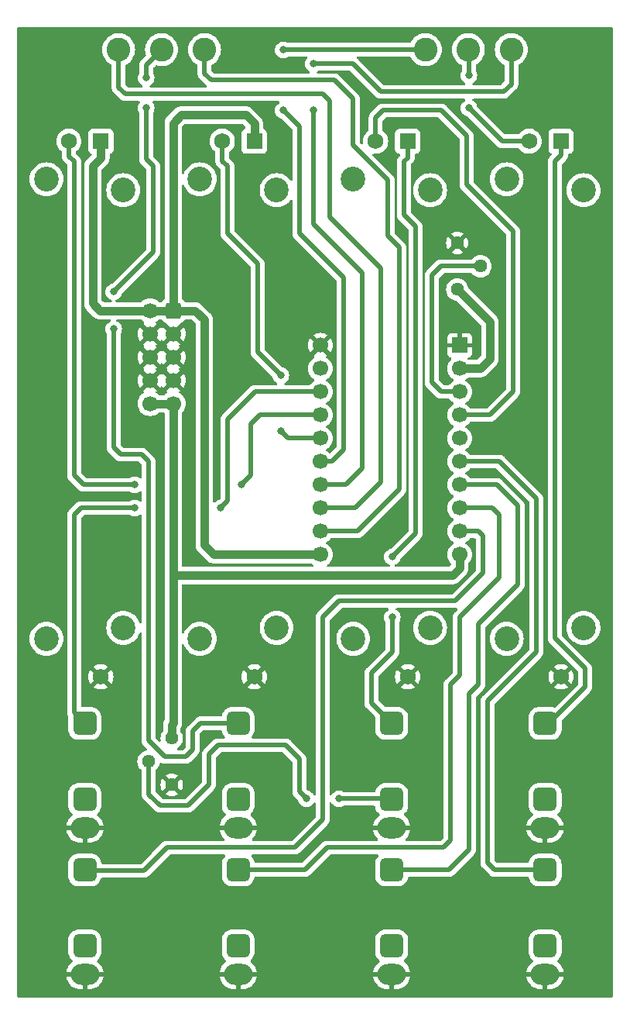
<source format=gtl>
G04 #@! TF.GenerationSoftware,KiCad,Pcbnew,7.0.7*
G04 #@! TF.CreationDate,2025-10-31T21:12:29+08:00*
G04 #@! TF.ProjectId,3340_VCO,33333430-5f56-4434-9f2e-6b696361645f,rev?*
G04 #@! TF.SameCoordinates,Original*
G04 #@! TF.FileFunction,Copper,L1,Top*
G04 #@! TF.FilePolarity,Positive*
%FSLAX46Y46*%
G04 Gerber Fmt 4.6, Leading zero omitted, Abs format (unit mm)*
G04 Created by KiCad (PCBNEW 7.0.7) date 2025-10-31 21:12:29*
%MOMM*%
%LPD*%
G01*
G04 APERTURE LIST*
G04 Aperture macros list*
%AMRoundRect*
0 Rectangle with rounded corners*
0 $1 Rounding radius*
0 $2 $3 $4 $5 $6 $7 $8 $9 X,Y pos of 4 corners*
0 Add a 4 corners polygon primitive as box body*
4,1,4,$2,$3,$4,$5,$6,$7,$8,$9,$2,$3,0*
0 Add four circle primitives for the rounded corners*
1,1,$1+$1,$2,$3*
1,1,$1+$1,$4,$5*
1,1,$1+$1,$6,$7*
1,1,$1+$1,$8,$9*
0 Add four rect primitives between the rounded corners*
20,1,$1+$1,$2,$3,$4,$5,0*
20,1,$1+$1,$4,$5,$6,$7,0*
20,1,$1+$1,$6,$7,$8,$9,0*
20,1,$1+$1,$8,$9,$2,$3,0*%
G04 Aperture macros list end*
G04 #@! TA.AperFunction,ComponentPad*
%ADD10O,3.100000X2.300000*%
G04 #@! TD*
G04 #@! TA.AperFunction,ComponentPad*
%ADD11RoundRect,0.650000X-0.650000X-0.650000X0.650000X-0.650000X0.650000X0.650000X-0.650000X0.650000X0*%
G04 #@! TD*
G04 #@! TA.AperFunction,ComponentPad*
%ADD12C,2.600000*%
G04 #@! TD*
G04 #@! TA.AperFunction,ComponentPad*
%ADD13R,1.750000X1.750000*%
G04 #@! TD*
G04 #@! TA.AperFunction,ComponentPad*
%ADD14C,1.750000*%
G04 #@! TD*
G04 #@! TA.AperFunction,ComponentPad*
%ADD15C,2.700000*%
G04 #@! TD*
G04 #@! TA.AperFunction,ComponentPad*
%ADD16C,1.440000*%
G04 #@! TD*
G04 #@! TA.AperFunction,ComponentPad*
%ADD17R,1.700000X1.700000*%
G04 #@! TD*
G04 #@! TA.AperFunction,ComponentPad*
%ADD18C,1.700000*%
G04 #@! TD*
G04 #@! TA.AperFunction,ComponentPad*
%ADD19RoundRect,0.250000X0.600000X0.600000X-0.600000X0.600000X-0.600000X-0.600000X0.600000X-0.600000X0*%
G04 #@! TD*
G04 #@! TA.AperFunction,ViaPad*
%ADD20C,0.800000*%
G04 #@! TD*
G04 #@! TA.AperFunction,Conductor*
%ADD21C,0.508000*%
G04 #@! TD*
G04 #@! TA.AperFunction,Conductor*
%ADD22C,0.889000*%
G04 #@! TD*
G04 APERTURE END LIST*
D10*
X108390000Y-150480000D03*
D11*
X108390000Y-139080000D03*
X108390000Y-147380000D03*
D10*
X74830000Y-150480000D03*
D11*
X74830000Y-139080000D03*
X74830000Y-147380000D03*
D12*
X112080000Y-49500000D03*
X116780000Y-49500000D03*
X121480000Y-49500000D03*
D13*
X126920000Y-59500000D03*
D14*
X123420000Y-59500000D03*
X126920000Y-118000000D03*
D15*
X120970000Y-63650000D03*
X129370000Y-64850000D03*
X129370000Y-112650000D03*
X120970000Y-113850000D03*
D10*
X125170000Y-134480000D03*
D11*
X125170000Y-123080000D03*
X125170000Y-131380000D03*
D13*
X76580000Y-59500000D03*
D14*
X73080000Y-59500000D03*
X76580000Y-118000000D03*
D15*
X70630000Y-63650000D03*
X79030000Y-64850000D03*
X79030000Y-112650000D03*
X70630000Y-113850000D03*
D12*
X78520000Y-49500000D03*
X83220000Y-49500000D03*
X87920000Y-49500000D03*
D10*
X91610000Y-150480000D03*
D11*
X91610000Y-139080000D03*
X91610000Y-147380000D03*
D10*
X125170000Y-150480000D03*
D11*
X125170000Y-139080000D03*
X125170000Y-147380000D03*
D13*
X93360000Y-59500000D03*
D14*
X89860000Y-59500000D03*
X93360000Y-118000000D03*
D15*
X87410000Y-63650000D03*
X95810000Y-64850000D03*
X95810000Y-112650000D03*
X87410000Y-113850000D03*
D13*
X110140000Y-59500000D03*
D14*
X106640000Y-59500000D03*
X110140000Y-118000000D03*
D15*
X104190000Y-63650000D03*
X112590000Y-64850000D03*
X112590000Y-112650000D03*
X104190000Y-113850000D03*
D10*
X108390000Y-134480000D03*
D11*
X108390000Y-123080000D03*
X108390000Y-131380000D03*
D10*
X74830000Y-134480000D03*
D11*
X74830000Y-123080000D03*
X74830000Y-131380000D03*
D10*
X91610000Y-134480000D03*
D11*
X91610000Y-123080000D03*
X91610000Y-131380000D03*
D16*
X115570000Y-75692000D03*
X118110000Y-73152000D03*
X115570000Y-70612000D03*
D17*
X115824000Y-81788000D03*
D18*
X115824000Y-84328000D03*
X115824000Y-86868000D03*
X115824000Y-89408000D03*
X115824000Y-91948000D03*
X115824000Y-94488000D03*
X115824000Y-97028000D03*
X115824000Y-99568000D03*
X115824000Y-102108000D03*
X115824000Y-104648000D03*
X100584000Y-104648000D03*
X100584000Y-102108000D03*
X100584000Y-99568000D03*
X100584000Y-97028000D03*
X100584000Y-94488000D03*
X100584000Y-91948000D03*
X100584000Y-89408000D03*
X100584000Y-86868000D03*
X100584000Y-84328000D03*
X100584000Y-81788000D03*
D16*
X84333000Y-124704000D03*
X81793000Y-127244000D03*
X84333000Y-129784000D03*
D19*
X84490000Y-78000000D03*
D18*
X81950000Y-78000000D03*
X84490000Y-80540000D03*
X81950000Y-80540000D03*
X84490000Y-83080000D03*
X81950000Y-83080000D03*
X84490000Y-85620000D03*
X81950000Y-85620000D03*
X84490000Y-88160000D03*
X81950000Y-88160000D03*
D20*
X81534000Y-52578000D03*
X81534000Y-55880000D03*
X77978000Y-80010000D03*
X77978000Y-75946000D03*
X75946000Y-83820000D03*
X115530000Y-151500000D03*
X131060000Y-94277776D03*
X76200000Y-94742000D03*
X126238000Y-53848000D03*
X68940000Y-94277776D03*
X131060000Y-105722220D03*
X117348000Y-143764000D03*
X68940000Y-48500000D03*
X81026000Y-134366000D03*
X99568000Y-74930000D03*
X84470000Y-151500000D03*
X112522000Y-101600000D03*
X131060000Y-117166664D03*
X131060000Y-151500000D03*
X122682000Y-91440000D03*
X68940000Y-117166664D03*
X68940000Y-71388888D03*
X123698000Y-67056000D03*
X131060000Y-48500000D03*
X131060000Y-128611108D03*
X123952000Y-81280000D03*
X68940000Y-59944444D03*
X74168000Y-53848000D03*
X82804000Y-143764000D03*
X68940000Y-151500000D03*
X91186000Y-81534000D03*
X131060000Y-59944444D03*
X92964000Y-49276000D03*
X68940000Y-140055552D03*
X68940000Y-82833332D03*
X77724000Y-105664000D03*
X113284000Y-60960000D03*
X103632000Y-120142000D03*
X68940000Y-128611108D03*
X88138000Y-72136000D03*
X131060000Y-140055552D03*
X112522000Y-91440000D03*
X98298000Y-143764000D03*
X100000000Y-151500000D03*
X68940000Y-105722220D03*
X97790000Y-120142000D03*
X91694000Y-113538000D03*
X131060000Y-71388888D03*
X131060000Y-82833332D03*
X80264000Y-99568000D03*
X89662000Y-99568000D03*
X91948000Y-97028000D03*
X80264000Y-97028000D03*
X96266000Y-85090000D03*
X96266000Y-91186000D03*
X116840000Y-52324000D03*
X116840000Y-55880000D03*
X99822000Y-56134000D03*
X99822000Y-51054000D03*
X96520000Y-49530000D03*
X96520000Y-56134000D03*
X108458000Y-111506000D03*
X108458000Y-104902000D03*
X99060000Y-131318000D03*
X102616000Y-131318000D03*
D21*
X86614000Y-123952000D02*
X87486000Y-123080000D01*
X77978000Y-92964000D02*
X78740000Y-93726000D01*
X85852000Y-126746000D02*
X86614000Y-125984000D01*
X81788000Y-124968000D02*
X83566000Y-126746000D01*
X78740000Y-93726000D02*
X81026000Y-93726000D01*
X83312000Y-49592000D02*
X83220000Y-49500000D01*
X81788000Y-94488000D02*
X81788000Y-124968000D01*
X83566000Y-126746000D02*
X85852000Y-126746000D01*
X77978000Y-80010000D02*
X77978000Y-92964000D01*
X82296000Y-62230000D02*
X82296000Y-71628000D01*
X87486000Y-123080000D02*
X91610000Y-123080000D01*
X81534000Y-55880000D02*
X81534000Y-61468000D01*
X83220000Y-49500000D02*
X81534000Y-51186000D01*
X86614000Y-125984000D02*
X86614000Y-123952000D01*
X81534000Y-61468000D02*
X82296000Y-62230000D01*
X82296000Y-71628000D02*
X77978000Y-75946000D01*
X81534000Y-51186000D02*
X81534000Y-52578000D01*
X81026000Y-93726000D02*
X81788000Y-94488000D01*
X126920000Y-61040000D02*
X126920000Y-59500000D01*
X129540000Y-119126000D02*
X129540000Y-117094000D01*
X126238000Y-61722000D02*
X126920000Y-61040000D01*
X125170000Y-123080000D02*
X125586000Y-123080000D01*
X126238000Y-113792000D02*
X126238000Y-61722000D01*
X129540000Y-117094000D02*
X126238000Y-113792000D01*
X125586000Y-123080000D02*
X129540000Y-119126000D01*
D22*
X75692000Y-77216000D02*
X76476000Y-78000000D01*
X85344000Y-56642000D02*
X92456000Y-56642000D01*
X88900000Y-104648000D02*
X100584000Y-104648000D01*
X81950000Y-78000000D02*
X84490000Y-78000000D01*
X87884000Y-78994000D02*
X87884000Y-103632000D01*
X84490000Y-78000000D02*
X86890000Y-78000000D01*
X84490000Y-78000000D02*
X84490000Y-57496000D01*
X93360000Y-57546000D02*
X93360000Y-59500000D01*
X87884000Y-103632000D02*
X88900000Y-104648000D01*
X76580000Y-61342000D02*
X75692000Y-62230000D01*
X92456000Y-56642000D02*
X93360000Y-57546000D01*
X84490000Y-57496000D02*
X85344000Y-56642000D01*
X86890000Y-78000000D02*
X87884000Y-78994000D01*
X75692000Y-62230000D02*
X75692000Y-77216000D01*
X76476000Y-78000000D02*
X81950000Y-78000000D01*
X76580000Y-59500000D02*
X76580000Y-61342000D01*
X84490000Y-88160000D02*
X84490000Y-106934000D01*
X84333000Y-124704000D02*
X84333000Y-123255000D01*
X84333000Y-123255000D02*
X84490000Y-123098000D01*
X115824000Y-104648000D02*
X115824000Y-106172000D01*
X81950000Y-88160000D02*
X84490000Y-88160000D01*
X84490000Y-106934000D02*
X84490000Y-123098000D01*
X115062000Y-106934000D02*
X84490000Y-106934000D01*
X115824000Y-106172000D02*
X115062000Y-106934000D01*
D21*
X119649000Y-139080000D02*
X125170000Y-139080000D01*
X124206000Y-98552000D02*
X124206000Y-115316000D01*
X118872000Y-120650000D02*
X118872000Y-138303000D01*
X124206000Y-115316000D02*
X118872000Y-120650000D01*
X120142000Y-94488000D02*
X124206000Y-98552000D01*
X118872000Y-138303000D02*
X119649000Y-139080000D01*
X115824000Y-94488000D02*
X120142000Y-94488000D01*
X116840000Y-119888000D02*
X116840000Y-136906000D01*
X116840000Y-136906000D02*
X114666000Y-139080000D01*
X117856000Y-112268000D02*
X117856000Y-118872000D01*
X115824000Y-97028000D02*
X119888000Y-97028000D01*
X119888000Y-97028000D02*
X122174000Y-99314000D01*
X114666000Y-139080000D02*
X108390000Y-139080000D01*
X122174000Y-99314000D02*
X122174000Y-107950000D01*
X122174000Y-107950000D02*
X117856000Y-112268000D01*
X117856000Y-118872000D02*
X116840000Y-119888000D01*
X114808000Y-118872000D02*
X114808000Y-135890000D01*
X114808000Y-135890000D02*
X114046000Y-136652000D01*
X119380000Y-99568000D02*
X120142000Y-100330000D01*
X115824000Y-111506000D02*
X115824000Y-117856000D01*
X101346000Y-136652000D02*
X98918000Y-139080000D01*
X120142000Y-100330000D02*
X120142000Y-107188000D01*
X114046000Y-136652000D02*
X101346000Y-136652000D01*
X98918000Y-139080000D02*
X91610000Y-139080000D01*
X120142000Y-107188000D02*
X115824000Y-111506000D01*
X115824000Y-117856000D02*
X114808000Y-118872000D01*
X115824000Y-99568000D02*
X119380000Y-99568000D01*
X73660000Y-121910000D02*
X73660000Y-100330000D01*
X90424000Y-89916000D02*
X93472000Y-86868000D01*
X93472000Y-86868000D02*
X100584000Y-86868000D01*
X74830000Y-123080000D02*
X74820000Y-123080000D01*
X80264000Y-99568000D02*
X74422000Y-99568000D01*
X73660000Y-100330000D02*
X74422000Y-99568000D01*
X89662000Y-99568000D02*
X90424000Y-98806000D01*
X90424000Y-98806000D02*
X90424000Y-89916000D01*
X74830000Y-123080000D02*
X73660000Y-121910000D01*
X74820000Y-123080000D02*
X73914000Y-122174000D01*
X100838000Y-133604000D02*
X100838000Y-111506000D01*
X74942000Y-139192000D02*
X81280000Y-139192000D01*
X118364000Y-102616000D02*
X117856000Y-102108000D01*
X74830000Y-139080000D02*
X74942000Y-139192000D01*
X83820000Y-136652000D02*
X97790000Y-136652000D01*
X100838000Y-111506000D02*
X102616000Y-109728000D01*
X102616000Y-109728000D02*
X115316000Y-109728000D01*
X115316000Y-109728000D02*
X118364000Y-106680000D01*
X81280000Y-139192000D02*
X83820000Y-136652000D01*
X117856000Y-102108000D02*
X115824000Y-102108000D01*
X118364000Y-106680000D02*
X118364000Y-102616000D01*
X97790000Y-136652000D02*
X100838000Y-133604000D01*
X73660000Y-61722000D02*
X73080000Y-61142000D01*
X80264000Y-97028000D02*
X74676000Y-97028000D01*
X73660000Y-96012000D02*
X73660000Y-61722000D01*
X93980000Y-89408000D02*
X100584000Y-89408000D01*
X74676000Y-97028000D02*
X73660000Y-96012000D01*
X91948000Y-97028000D02*
X92964000Y-96012000D01*
X73080000Y-61142000D02*
X73080000Y-59500000D01*
X92964000Y-90424000D02*
X93980000Y-89408000D01*
X92964000Y-96012000D02*
X92964000Y-90424000D01*
X90424000Y-69596000D02*
X93726000Y-72898000D01*
X97028000Y-91948000D02*
X96266000Y-91186000D01*
X90424000Y-62230000D02*
X90424000Y-69596000D01*
X100584000Y-91948000D02*
X97028000Y-91948000D01*
X89860000Y-61666000D02*
X90424000Y-62230000D01*
X93726000Y-82550000D02*
X96266000Y-85090000D01*
X89860000Y-59500000D02*
X89860000Y-61666000D01*
X93726000Y-72898000D02*
X93726000Y-82550000D01*
X113792000Y-56134000D02*
X107442000Y-56134000D01*
X116586000Y-64262000D02*
X116586000Y-58928000D01*
X116586000Y-58928000D02*
X113792000Y-56134000D01*
X107442000Y-56134000D02*
X106640000Y-56936000D01*
X119126000Y-89408000D02*
X121666000Y-86868000D01*
X121666000Y-86868000D02*
X121666000Y-69342000D01*
X121666000Y-69342000D02*
X116586000Y-64262000D01*
X115824000Y-89408000D02*
X119126000Y-89408000D01*
X106640000Y-56936000D02*
X106640000Y-59500000D01*
X116840000Y-55880000D02*
X120460000Y-59500000D01*
X116840000Y-52324000D02*
X116840000Y-49560000D01*
X116840000Y-49560000D02*
X116780000Y-49500000D01*
X120460000Y-59500000D02*
X123420000Y-59500000D01*
D22*
X115824000Y-84328000D02*
X118110000Y-84328000D01*
X118110000Y-84328000D02*
X119126000Y-83312000D01*
X119126000Y-83312000D02*
X119126000Y-79248000D01*
X119126000Y-79248000D02*
X115570000Y-75692000D01*
D21*
X113792000Y-73152000D02*
X112776000Y-74168000D01*
X113792000Y-86868000D02*
X115824000Y-86868000D01*
X112776000Y-85852000D02*
X113792000Y-86868000D01*
X118110000Y-73152000D02*
X113792000Y-73152000D01*
X112776000Y-74168000D02*
X112776000Y-85852000D01*
X104648000Y-102108000D02*
X100584000Y-102108000D01*
X87920000Y-52106000D02*
X88646000Y-52832000D01*
X102108000Y-52832000D02*
X104140000Y-54864000D01*
X87920000Y-49500000D02*
X87920000Y-52106000D01*
X109220000Y-71120000D02*
X109220000Y-97536000D01*
X107950000Y-69850000D02*
X109220000Y-71120000D01*
X107950000Y-63754000D02*
X107950000Y-69850000D01*
X104140000Y-54864000D02*
X104140000Y-59944000D01*
X104140000Y-59944000D02*
X107950000Y-63754000D01*
X88646000Y-52832000D02*
X102108000Y-52832000D01*
X109220000Y-97536000D02*
X104648000Y-102108000D01*
X107188000Y-96774000D02*
X104394000Y-99568000D01*
X78520000Y-53628000D02*
X79248000Y-54356000D01*
X107188000Y-73406000D02*
X107188000Y-96774000D01*
X101600000Y-55118000D02*
X101600000Y-67818000D01*
X100838000Y-54356000D02*
X101600000Y-55118000D01*
X101600000Y-67818000D02*
X107188000Y-73406000D01*
X78520000Y-49500000D02*
X78520000Y-53628000D01*
X79248000Y-54356000D02*
X100838000Y-54356000D01*
X104394000Y-99568000D02*
X100584000Y-99568000D01*
X99822000Y-56134000D02*
X99822000Y-68580000D01*
X103378000Y-97028000D02*
X100584000Y-97028000D01*
X121480000Y-49500000D02*
X121480000Y-53272000D01*
X121480000Y-53272000D02*
X120650000Y-54102000D01*
X105156000Y-95250000D02*
X103378000Y-97028000D01*
X104140000Y-51054000D02*
X99822000Y-51054000D01*
X105156000Y-73914000D02*
X105156000Y-95250000D01*
X120650000Y-54102000D02*
X107188000Y-54102000D01*
X107188000Y-54102000D02*
X104140000Y-51054000D01*
X99822000Y-68580000D02*
X105156000Y-73914000D01*
X101854000Y-94488000D02*
X103124000Y-93218000D01*
X102392000Y-49500000D02*
X96550000Y-49500000D01*
X100584000Y-94488000D02*
X101854000Y-94488000D01*
X102392000Y-49500000D02*
X112080000Y-49500000D01*
X103124000Y-74422000D02*
X98298000Y-69596000D01*
X103124000Y-93218000D02*
X103124000Y-74422000D01*
X98298000Y-69596000D02*
X98298000Y-57912000D01*
X98298000Y-57912000D02*
X96520000Y-56134000D01*
X108458000Y-104902000D02*
X110998000Y-102362000D01*
X108390000Y-123080000D02*
X106172000Y-120862000D01*
X110998000Y-102362000D02*
X110998000Y-68834000D01*
X109728000Y-67564000D02*
X109728000Y-61722000D01*
X106172000Y-117602000D02*
X108458000Y-115316000D01*
X110998000Y-68834000D02*
X109728000Y-67564000D01*
X108458000Y-115316000D02*
X108458000Y-111506000D01*
X106172000Y-120862000D02*
X106172000Y-117602000D01*
X109728000Y-61722000D02*
X110140000Y-61310000D01*
X110140000Y-61310000D02*
X110140000Y-59500000D01*
X89408000Y-125476000D02*
X88392000Y-126492000D01*
X83058000Y-132080000D02*
X81793000Y-130815000D01*
X98298000Y-130556000D02*
X98298000Y-127000000D01*
X96774000Y-125476000D02*
X89408000Y-125476000D01*
X108328000Y-131318000D02*
X108390000Y-131380000D01*
X98298000Y-127000000D02*
X96774000Y-125476000D01*
X81793000Y-130815000D02*
X81793000Y-127244000D01*
X86106000Y-132080000D02*
X83058000Y-132080000D01*
X99060000Y-131318000D02*
X98298000Y-130556000D01*
X102616000Y-131318000D02*
X108328000Y-131318000D01*
X88392000Y-129794000D02*
X86106000Y-132080000D01*
X88392000Y-126492000D02*
X88392000Y-129794000D01*
G04 #@! TA.AperFunction,Conductor*
G36*
X101797703Y-131715307D02*
G01*
X101823886Y-131747019D01*
X101883467Y-131850216D01*
X102010128Y-131990888D01*
X102010129Y-131990888D01*
X102163265Y-132102148D01*
X102163270Y-132102151D01*
X102336192Y-132179142D01*
X102336197Y-132179144D01*
X102521354Y-132218500D01*
X102521355Y-132218500D01*
X102710644Y-132218500D01*
X102710646Y-132218500D01*
X102895803Y-132179144D01*
X103068730Y-132102151D01*
X103076944Y-132096182D01*
X103142750Y-132072702D01*
X103149831Y-132072500D01*
X106471830Y-132072500D01*
X106538869Y-132092185D01*
X106584624Y-132144989D01*
X106594715Y-132184705D01*
X106594902Y-132184677D01*
X106595186Y-132186558D01*
X106595532Y-132187919D01*
X106595611Y-132189061D01*
X106595651Y-132189634D01*
X106595652Y-132189640D01*
X106644465Y-132397176D01*
X106644467Y-132397182D01*
X106644468Y-132397185D01*
X106730591Y-132592237D01*
X106730592Y-132592238D01*
X106851088Y-132768141D01*
X106851093Y-132768147D01*
X107001852Y-132918906D01*
X107001856Y-132918909D01*
X107001858Y-132918911D01*
X107022405Y-132932986D01*
X107066589Y-132987112D01*
X107074496Y-133056533D01*
X107043617Y-133119208D01*
X107020926Y-133137884D01*
X107021102Y-133138126D01*
X107017158Y-133140991D01*
X106819666Y-133309666D01*
X106650991Y-133507158D01*
X106650990Y-133507159D01*
X106515292Y-133728599D01*
X106515290Y-133728602D01*
X106415906Y-133968537D01*
X106415901Y-133968554D01*
X106355274Y-134221085D01*
X106355274Y-134221088D01*
X106354572Y-134229998D01*
X106354574Y-134230000D01*
X107485021Y-134230000D01*
X107552060Y-134249685D01*
X107597815Y-134302489D01*
X107607759Y-134371647D01*
X107604287Y-134387934D01*
X107586105Y-134451837D01*
X107586104Y-134451837D01*
X107596453Y-134563517D01*
X107598885Y-134572063D01*
X107598299Y-134641930D01*
X107560034Y-134700390D01*
X107496237Y-134728881D01*
X107479619Y-134730000D01*
X106354574Y-134730000D01*
X106354572Y-134730001D01*
X106355274Y-134738911D01*
X106355274Y-134738914D01*
X106415901Y-134991445D01*
X106415906Y-134991462D01*
X106515290Y-135231397D01*
X106515292Y-135231400D01*
X106650990Y-135452840D01*
X106650991Y-135452841D01*
X106819666Y-135650333D01*
X106853476Y-135679210D01*
X106891669Y-135737717D01*
X106892168Y-135807584D01*
X106854814Y-135866631D01*
X106791467Y-135896109D01*
X106772944Y-135897500D01*
X101410000Y-135897500D01*
X101392031Y-135896191D01*
X101368091Y-135892684D01*
X101328019Y-135896191D01*
X101315751Y-135897264D01*
X101310351Y-135897500D01*
X101302053Y-135897500D01*
X101269325Y-135901325D01*
X101192387Y-135908056D01*
X101185321Y-135909516D01*
X101185310Y-135909464D01*
X101177831Y-135911122D01*
X101177844Y-135911174D01*
X101170817Y-135912839D01*
X101098254Y-135939250D01*
X101024962Y-135963536D01*
X101018421Y-135966587D01*
X101018398Y-135966539D01*
X101011501Y-135969878D01*
X101011525Y-135969925D01*
X101005077Y-135973163D01*
X100940554Y-136015600D01*
X100874853Y-136056124D01*
X100869185Y-136060606D01*
X100869152Y-136060564D01*
X100863214Y-136065401D01*
X100863248Y-136065442D01*
X100857717Y-136070082D01*
X100804728Y-136126247D01*
X98641795Y-138289181D01*
X98580472Y-138322666D01*
X98554114Y-138325500D01*
X93515535Y-138325500D01*
X93448496Y-138305815D01*
X93402741Y-138253011D01*
X93394829Y-138229890D01*
X93355534Y-138062823D01*
X93355532Y-138062817D01*
X93355532Y-138062815D01*
X93269409Y-137867763D01*
X93148911Y-137691858D01*
X93148906Y-137691852D01*
X93075235Y-137618181D01*
X93041750Y-137556858D01*
X93046734Y-137487166D01*
X93088606Y-137431233D01*
X93154070Y-137406816D01*
X93162916Y-137406500D01*
X97726000Y-137406500D01*
X97743969Y-137407809D01*
X97749350Y-137408596D01*
X97767906Y-137411315D01*
X97820248Y-137406735D01*
X97825649Y-137406500D01*
X97833934Y-137406500D01*
X97833941Y-137406500D01*
X97866674Y-137402674D01*
X97943612Y-137395943D01*
X97943615Y-137395941D01*
X97950693Y-137394481D01*
X97950704Y-137394535D01*
X97958163Y-137392881D01*
X97958151Y-137392827D01*
X97965178Y-137391160D01*
X97965184Y-137391160D01*
X98019600Y-137371354D01*
X98037740Y-137364752D01*
X98111034Y-137340465D01*
X98117581Y-137337412D01*
X98117604Y-137337462D01*
X98124498Y-137334125D01*
X98124473Y-137334075D01*
X98130916Y-137330838D01*
X98130924Y-137330836D01*
X98173937Y-137302545D01*
X98195443Y-137288401D01*
X98225051Y-137270138D01*
X98261154Y-137247870D01*
X98261159Y-137247864D01*
X98266823Y-137243387D01*
X98266857Y-137243430D01*
X98272782Y-137238604D01*
X98272747Y-137238562D01*
X98278283Y-137233916D01*
X98278282Y-137233916D01*
X98278285Y-137233915D01*
X98331271Y-137177752D01*
X101326264Y-134182758D01*
X101339883Y-134170988D01*
X101359294Y-134156539D01*
X101393075Y-134116279D01*
X101396709Y-134112313D01*
X101402583Y-134106441D01*
X101423027Y-134080584D01*
X101472667Y-134021427D01*
X101472669Y-134021422D01*
X101476637Y-134015390D01*
X101476683Y-134015420D01*
X101480795Y-134008965D01*
X101480748Y-134008936D01*
X101484532Y-134002799D01*
X101484539Y-134002791D01*
X101517172Y-133932808D01*
X101551824Y-133863811D01*
X101551826Y-133863799D01*
X101554293Y-133857024D01*
X101554346Y-133857043D01*
X101556858Y-133849815D01*
X101556807Y-133849798D01*
X101559077Y-133842945D01*
X101559077Y-133842943D01*
X101559079Y-133842940D01*
X101574695Y-133767310D01*
X101592500Y-133692188D01*
X101592500Y-133692183D01*
X101593338Y-133685015D01*
X101593392Y-133685021D01*
X101594170Y-133677405D01*
X101594117Y-133677401D01*
X101594746Y-133670210D01*
X101592500Y-133593018D01*
X101592500Y-131809020D01*
X101612185Y-131741981D01*
X101664989Y-131696226D01*
X101734147Y-131686282D01*
X101797703Y-131715307D01*
G37*
G04 #@! TD.AperFunction*
G04 #@! TA.AperFunction,Conductor*
G36*
X115476931Y-110472711D02*
G01*
X115538661Y-110477778D01*
X115594153Y-110520233D01*
X115617883Y-110585949D01*
X115602317Y-110654063D01*
X115581794Y-110681180D01*
X115335742Y-110927232D01*
X115322113Y-110939011D01*
X115302706Y-110953459D01*
X115268939Y-110993700D01*
X115265295Y-110997678D01*
X115259419Y-111003555D01*
X115238972Y-111029414D01*
X115189334Y-111088570D01*
X115185366Y-111094605D01*
X115185322Y-111094576D01*
X115181209Y-111101031D01*
X115181254Y-111101059D01*
X115177459Y-111107211D01*
X115144827Y-111177191D01*
X115110176Y-111246188D01*
X115107704Y-111252979D01*
X115107655Y-111252961D01*
X115105141Y-111260193D01*
X115105191Y-111260210D01*
X115102920Y-111267062D01*
X115087304Y-111342688D01*
X115069498Y-111417818D01*
X115068661Y-111424987D01*
X115068607Y-111424980D01*
X115067830Y-111432596D01*
X115067883Y-111432601D01*
X115067253Y-111439790D01*
X115069500Y-111516981D01*
X115069500Y-117492113D01*
X115049815Y-117559152D01*
X115033181Y-117579794D01*
X114319742Y-118293232D01*
X114306113Y-118305011D01*
X114286706Y-118319459D01*
X114252939Y-118359700D01*
X114249295Y-118363678D01*
X114243419Y-118369555D01*
X114222972Y-118395414D01*
X114173334Y-118454570D01*
X114169366Y-118460605D01*
X114169322Y-118460576D01*
X114165209Y-118467031D01*
X114165254Y-118467059D01*
X114161459Y-118473211D01*
X114128827Y-118543191D01*
X114094176Y-118612188D01*
X114091704Y-118618979D01*
X114091655Y-118618961D01*
X114089141Y-118626193D01*
X114089191Y-118626210D01*
X114086920Y-118633062D01*
X114071304Y-118708688D01*
X114053498Y-118783818D01*
X114052661Y-118790987D01*
X114052607Y-118790980D01*
X114051830Y-118798597D01*
X114051883Y-118798602D01*
X114051253Y-118805791D01*
X114053499Y-118882981D01*
X114053499Y-135526113D01*
X114033814Y-135593152D01*
X114017180Y-135613794D01*
X113769793Y-135861182D01*
X113708473Y-135894666D01*
X113682114Y-135897500D01*
X110007056Y-135897500D01*
X109940017Y-135877815D01*
X109894262Y-135825011D01*
X109884318Y-135755853D01*
X109913343Y-135692297D01*
X109926524Y-135679210D01*
X109960333Y-135650333D01*
X110129008Y-135452841D01*
X110129009Y-135452840D01*
X110264707Y-135231400D01*
X110264709Y-135231397D01*
X110364093Y-134991462D01*
X110364098Y-134991445D01*
X110424725Y-134738914D01*
X110424725Y-134738911D01*
X110425427Y-134730001D01*
X110425426Y-134730000D01*
X109294979Y-134730000D01*
X109227940Y-134710315D01*
X109182185Y-134657511D01*
X109172241Y-134588353D01*
X109175713Y-134572066D01*
X109193894Y-134508162D01*
X109193895Y-134508160D01*
X109183546Y-134396482D01*
X109183546Y-134396479D01*
X109183544Y-134396475D01*
X109181115Y-134387937D01*
X109181701Y-134318070D01*
X109219966Y-134259610D01*
X109283763Y-134231119D01*
X109300381Y-134230000D01*
X110425426Y-134230000D01*
X110425427Y-134229998D01*
X110424725Y-134221088D01*
X110424725Y-134221085D01*
X110364098Y-133968554D01*
X110364093Y-133968537D01*
X110264709Y-133728602D01*
X110264707Y-133728599D01*
X110129009Y-133507159D01*
X110129008Y-133507158D01*
X109960333Y-133309666D01*
X109762841Y-133140991D01*
X109758898Y-133138126D01*
X109759506Y-133137288D01*
X109716001Y-133089197D01*
X109704582Y-133020267D01*
X109732242Y-132956106D01*
X109757590Y-132932989D01*
X109778142Y-132918911D01*
X109928911Y-132768142D01*
X110049409Y-132592237D01*
X110135532Y-132397185D01*
X110184349Y-132189630D01*
X110190500Y-132101012D01*
X110190500Y-130658988D01*
X110184349Y-130570370D01*
X110184347Y-130570364D01*
X110184347Y-130570359D01*
X110135534Y-130362823D01*
X110135532Y-130362817D01*
X110135532Y-130362815D01*
X110049409Y-130167763D01*
X109928911Y-129991858D01*
X109928906Y-129991852D01*
X109778147Y-129841093D01*
X109778141Y-129841088D01*
X109602238Y-129720592D01*
X109602239Y-129720592D01*
X109602237Y-129720591D01*
X109407185Y-129634468D01*
X109407183Y-129634467D01*
X109407182Y-129634467D01*
X109407176Y-129634465D01*
X109199640Y-129585652D01*
X109199625Y-129585650D01*
X109126546Y-129580578D01*
X109111012Y-129579500D01*
X107668988Y-129579500D01*
X107654705Y-129580491D01*
X107580374Y-129585650D01*
X107580359Y-129585652D01*
X107372823Y-129634465D01*
X107372817Y-129634467D01*
X107177761Y-129720592D01*
X107001858Y-129841088D01*
X107001852Y-129841093D01*
X106851093Y-129991852D01*
X106851088Y-129991858D01*
X106730592Y-130167761D01*
X106730591Y-130167763D01*
X106697161Y-130243475D01*
X106644468Y-130362815D01*
X106644465Y-130362822D01*
X106619754Y-130467890D01*
X106585244Y-130528642D01*
X106523367Y-130561092D01*
X106499048Y-130563500D01*
X103149831Y-130563500D01*
X103082792Y-130543815D01*
X103076944Y-130539817D01*
X103068730Y-130533849D01*
X103068729Y-130533848D01*
X102895807Y-130456857D01*
X102895802Y-130456855D01*
X102750001Y-130425865D01*
X102710646Y-130417500D01*
X102521354Y-130417500D01*
X102488897Y-130424398D01*
X102336197Y-130456855D01*
X102336192Y-130456857D01*
X102163270Y-130533848D01*
X102163265Y-130533851D01*
X102010129Y-130645111D01*
X101883465Y-130785785D01*
X101823887Y-130888979D01*
X101773320Y-130937195D01*
X101704713Y-130950418D01*
X101639848Y-130924450D01*
X101599320Y-130867535D01*
X101592500Y-130826979D01*
X101592500Y-113850001D01*
X102334773Y-113850001D01*
X102353657Y-114114027D01*
X102353658Y-114114034D01*
X102409921Y-114372673D01*
X102502426Y-114620690D01*
X102502428Y-114620694D01*
X102629280Y-114853005D01*
X102629285Y-114853013D01*
X102787906Y-115064907D01*
X102787922Y-115064925D01*
X102975074Y-115252077D01*
X102975092Y-115252093D01*
X103186986Y-115410714D01*
X103186994Y-115410719D01*
X103419305Y-115537571D01*
X103419309Y-115537573D01*
X103419311Y-115537574D01*
X103667322Y-115630077D01*
X103667325Y-115630077D01*
X103667326Y-115630078D01*
X103862552Y-115672546D01*
X103925974Y-115686343D01*
X104169660Y-115703772D01*
X104189999Y-115705227D01*
X104190000Y-115705227D01*
X104190001Y-115705227D01*
X104208885Y-115703876D01*
X104454026Y-115686343D01*
X104712678Y-115630077D01*
X104960689Y-115537574D01*
X105193011Y-115410716D01*
X105404915Y-115252087D01*
X105592087Y-115064915D01*
X105750716Y-114853011D01*
X105877574Y-114620689D01*
X105970077Y-114372678D01*
X106026343Y-114114026D01*
X106045227Y-113850000D01*
X106044221Y-113835941D01*
X106042525Y-113812230D01*
X106026343Y-113585974D01*
X105970077Y-113327322D01*
X105877574Y-113079311D01*
X105750716Y-112846989D01*
X105750714Y-112846986D01*
X105592093Y-112635092D01*
X105592077Y-112635074D01*
X105404925Y-112447922D01*
X105404907Y-112447906D01*
X105193013Y-112289285D01*
X105193005Y-112289280D01*
X104960694Y-112162428D01*
X104960690Y-112162426D01*
X104712673Y-112069921D01*
X104454034Y-112013658D01*
X104454027Y-112013657D01*
X104190001Y-111994773D01*
X104189999Y-111994773D01*
X103925972Y-112013657D01*
X103925965Y-112013658D01*
X103667326Y-112069921D01*
X103419309Y-112162426D01*
X103419305Y-112162428D01*
X103186994Y-112289280D01*
X103186986Y-112289285D01*
X102975092Y-112447906D01*
X102975074Y-112447922D01*
X102787922Y-112635074D01*
X102787906Y-112635092D01*
X102629285Y-112846986D01*
X102629280Y-112846994D01*
X102502428Y-113079305D01*
X102502426Y-113079309D01*
X102409921Y-113327326D01*
X102353658Y-113585965D01*
X102353657Y-113585972D01*
X102334773Y-113849998D01*
X102334773Y-113850001D01*
X101592500Y-113850001D01*
X101592500Y-111869886D01*
X101612185Y-111802847D01*
X101628819Y-111782205D01*
X102892205Y-110518819D01*
X102953528Y-110485334D01*
X102979886Y-110482500D01*
X107959483Y-110482500D01*
X108026522Y-110502185D01*
X108072277Y-110554989D01*
X108082221Y-110624147D01*
X108053196Y-110687703D01*
X108009923Y-110719777D01*
X108005270Y-110721849D01*
X108005268Y-110721849D01*
X108005264Y-110721852D01*
X107852129Y-110833111D01*
X107725466Y-110973785D01*
X107630821Y-111137715D01*
X107630818Y-111137722D01*
X107572327Y-111317740D01*
X107572326Y-111317744D01*
X107552540Y-111506000D01*
X107572326Y-111694256D01*
X107572327Y-111694259D01*
X107630821Y-111874285D01*
X107686886Y-111971392D01*
X107703499Y-112033392D01*
X107703499Y-114952113D01*
X107683814Y-115019152D01*
X107667180Y-115039794D01*
X105683742Y-117023232D01*
X105670113Y-117035011D01*
X105650706Y-117049459D01*
X105616939Y-117089700D01*
X105613295Y-117093678D01*
X105607419Y-117099555D01*
X105586972Y-117125414D01*
X105537334Y-117184570D01*
X105533366Y-117190605D01*
X105533322Y-117190576D01*
X105529209Y-117197031D01*
X105529254Y-117197059D01*
X105525459Y-117203211D01*
X105492827Y-117273191D01*
X105458176Y-117342188D01*
X105455704Y-117348979D01*
X105455655Y-117348961D01*
X105453141Y-117356193D01*
X105453191Y-117356210D01*
X105450920Y-117363062D01*
X105435304Y-117438688D01*
X105417498Y-117513818D01*
X105416661Y-117520987D01*
X105416607Y-117520980D01*
X105415830Y-117528596D01*
X105415883Y-117528601D01*
X105415253Y-117535790D01*
X105417500Y-117612981D01*
X105417500Y-120798000D01*
X105416191Y-120815969D01*
X105412684Y-120839908D01*
X105417264Y-120892241D01*
X105417500Y-120897648D01*
X105417500Y-120905946D01*
X105421325Y-120938674D01*
X105428056Y-121015610D01*
X105429516Y-121022677D01*
X105429464Y-121022687D01*
X105431123Y-121030167D01*
X105431174Y-121030155D01*
X105432839Y-121037180D01*
X105459247Y-121109740D01*
X105483535Y-121183034D01*
X105486586Y-121189575D01*
X105486536Y-121189598D01*
X105489876Y-121196497D01*
X105489925Y-121196473D01*
X105493165Y-121202925D01*
X105535599Y-121267444D01*
X105576131Y-121333156D01*
X105580611Y-121338822D01*
X105580569Y-121338855D01*
X105585401Y-121344786D01*
X105585443Y-121344752D01*
X105590081Y-121350280D01*
X105590085Y-121350285D01*
X105618166Y-121376778D01*
X105646247Y-121403272D01*
X106553181Y-122310205D01*
X106586666Y-122371528D01*
X106589500Y-122397886D01*
X106589500Y-123801010D01*
X106595650Y-123889625D01*
X106595652Y-123889640D01*
X106644465Y-124097176D01*
X106644467Y-124097182D01*
X106644468Y-124097185D01*
X106730591Y-124292237D01*
X106730592Y-124292238D01*
X106851088Y-124468141D01*
X106851093Y-124468147D01*
X107001852Y-124618906D01*
X107001858Y-124618911D01*
X107177763Y-124739409D01*
X107372815Y-124825532D01*
X107372821Y-124825533D01*
X107372823Y-124825534D01*
X107580359Y-124874347D01*
X107580364Y-124874347D01*
X107580370Y-124874349D01*
X107668988Y-124880500D01*
X107668990Y-124880500D01*
X109111010Y-124880500D01*
X109111012Y-124880500D01*
X109199630Y-124874349D01*
X109199636Y-124874347D01*
X109199640Y-124874347D01*
X109407176Y-124825534D01*
X109407174Y-124825534D01*
X109407185Y-124825532D01*
X109602237Y-124739409D01*
X109778142Y-124618911D01*
X109928911Y-124468142D01*
X110049409Y-124292237D01*
X110135532Y-124097185D01*
X110184349Y-123889630D01*
X110190500Y-123801012D01*
X110190500Y-122358988D01*
X110184349Y-122270370D01*
X110184347Y-122270364D01*
X110184347Y-122270359D01*
X110135534Y-122062823D01*
X110135532Y-122062817D01*
X110135532Y-122062815D01*
X110049409Y-121867763D01*
X109928911Y-121691858D01*
X109928906Y-121691852D01*
X109778147Y-121541093D01*
X109778141Y-121541088D01*
X109602238Y-121420592D01*
X109602239Y-121420592D01*
X109602237Y-121420591D01*
X109407185Y-121334468D01*
X109407183Y-121334467D01*
X109407182Y-121334467D01*
X109407176Y-121334465D01*
X109199640Y-121285652D01*
X109199625Y-121285650D01*
X109126546Y-121280578D01*
X109111012Y-121279500D01*
X107707887Y-121279500D01*
X107640848Y-121259815D01*
X107620206Y-121243181D01*
X106962819Y-120585794D01*
X106929334Y-120524471D01*
X106926500Y-120498113D01*
X106926500Y-118000006D01*
X108760288Y-118000006D01*
X108779103Y-118227085D01*
X108779105Y-118227093D01*
X108835045Y-118447993D01*
X108926577Y-118656664D01*
X108926579Y-118656668D01*
X109006874Y-118779570D01*
X109458589Y-118327855D01*
X109519912Y-118294370D01*
X109589603Y-118299354D01*
X109644645Y-118340048D01*
X109697199Y-118408538D01*
X109712076Y-118427926D01*
X109799948Y-118495352D01*
X109841151Y-118551780D01*
X109845306Y-118621526D01*
X109812143Y-118681409D01*
X109359015Y-119134536D01*
X109359016Y-119134537D01*
X109385366Y-119155046D01*
X109385372Y-119155050D01*
X109585769Y-119263499D01*
X109585780Y-119263504D01*
X109801298Y-119337492D01*
X110026065Y-119375000D01*
X110253935Y-119375000D01*
X110478701Y-119337492D01*
X110694219Y-119263504D01*
X110694230Y-119263499D01*
X110894633Y-119155047D01*
X110920982Y-119134537D01*
X110920982Y-119134536D01*
X110467855Y-118681409D01*
X110434370Y-118620086D01*
X110439354Y-118550394D01*
X110480047Y-118495355D01*
X110567925Y-118427925D01*
X110635355Y-118340048D01*
X110691781Y-118298848D01*
X110761527Y-118294693D01*
X110821410Y-118327856D01*
X111273124Y-118779571D01*
X111353420Y-118656669D01*
X111444954Y-118447993D01*
X111500894Y-118227093D01*
X111500896Y-118227085D01*
X111519712Y-118000006D01*
X111519712Y-117999993D01*
X111500896Y-117772914D01*
X111500894Y-117772906D01*
X111444954Y-117552006D01*
X111353420Y-117343330D01*
X111273124Y-117220427D01*
X110821409Y-117672143D01*
X110760086Y-117705628D01*
X110690394Y-117700644D01*
X110635352Y-117659948D01*
X110567926Y-117572076D01*
X110511268Y-117528601D01*
X110480048Y-117504645D01*
X110438847Y-117448218D01*
X110434692Y-117378472D01*
X110467855Y-117318589D01*
X110920983Y-116865462D01*
X110920982Y-116865461D01*
X110894632Y-116844952D01*
X110894627Y-116844949D01*
X110694230Y-116736500D01*
X110694219Y-116736495D01*
X110478701Y-116662507D01*
X110253935Y-116625000D01*
X110026065Y-116625000D01*
X109801298Y-116662507D01*
X109585780Y-116736495D01*
X109585769Y-116736500D01*
X109385373Y-116844948D01*
X109359016Y-116865462D01*
X109812144Y-117318590D01*
X109845629Y-117379913D01*
X109840645Y-117449605D01*
X109799950Y-117504645D01*
X109738230Y-117552006D01*
X109712074Y-117572076D01*
X109644645Y-117659950D01*
X109588216Y-117701152D01*
X109518470Y-117705306D01*
X109458589Y-117672143D01*
X109006874Y-117220428D01*
X108926578Y-117343333D01*
X108926577Y-117343335D01*
X108835045Y-117552006D01*
X108779105Y-117772906D01*
X108779103Y-117772914D01*
X108760288Y-117999993D01*
X108760288Y-118000006D01*
X106926500Y-118000006D01*
X106926500Y-117965885D01*
X106946185Y-117898846D01*
X106962814Y-117878209D01*
X108946264Y-115894758D01*
X108959883Y-115882988D01*
X108979294Y-115868539D01*
X109013075Y-115828279D01*
X109016709Y-115824313D01*
X109022583Y-115818441D01*
X109043027Y-115792584D01*
X109092667Y-115733427D01*
X109092669Y-115733422D01*
X109096637Y-115727390D01*
X109096683Y-115727420D01*
X109100795Y-115720965D01*
X109100748Y-115720936D01*
X109104532Y-115714799D01*
X109104539Y-115714791D01*
X109137172Y-115644808D01*
X109171824Y-115575811D01*
X109171826Y-115575799D01*
X109174293Y-115569024D01*
X109174346Y-115569043D01*
X109176858Y-115561815D01*
X109176807Y-115561798D01*
X109179078Y-115554943D01*
X109182665Y-115537574D01*
X109194695Y-115479307D01*
X109212500Y-115404188D01*
X109212500Y-115404180D01*
X109213338Y-115397016D01*
X109213392Y-115397022D01*
X109214170Y-115389405D01*
X109214117Y-115389401D01*
X109214746Y-115382211D01*
X109212500Y-115305033D01*
X109212500Y-112650001D01*
X110734773Y-112650001D01*
X110753657Y-112914027D01*
X110753658Y-112914034D01*
X110809921Y-113172673D01*
X110902426Y-113420690D01*
X110902428Y-113420694D01*
X111029280Y-113653005D01*
X111029285Y-113653013D01*
X111187906Y-113864907D01*
X111187922Y-113864925D01*
X111375074Y-114052077D01*
X111375092Y-114052093D01*
X111586986Y-114210714D01*
X111586994Y-114210719D01*
X111819305Y-114337571D01*
X111819309Y-114337573D01*
X111819311Y-114337574D01*
X112067322Y-114430077D01*
X112067325Y-114430077D01*
X112067326Y-114430078D01*
X112129675Y-114443641D01*
X112325974Y-114486343D01*
X112569660Y-114503772D01*
X112589999Y-114505227D01*
X112590000Y-114505227D01*
X112590001Y-114505227D01*
X112608884Y-114503876D01*
X112854026Y-114486343D01*
X113112678Y-114430077D01*
X113360689Y-114337574D01*
X113593011Y-114210716D01*
X113804915Y-114052087D01*
X113992087Y-113864915D01*
X114150716Y-113653011D01*
X114277574Y-113420689D01*
X114370077Y-113172678D01*
X114426343Y-112914026D01*
X114445227Y-112650000D01*
X114444159Y-112635074D01*
X114440258Y-112580524D01*
X114426343Y-112385974D01*
X114405310Y-112289285D01*
X114370078Y-112127326D01*
X114348667Y-112069921D01*
X114277574Y-111879311D01*
X114268684Y-111863031D01*
X114150719Y-111646994D01*
X114150714Y-111646986D01*
X113992093Y-111435092D01*
X113992077Y-111435074D01*
X113804925Y-111247922D01*
X113804907Y-111247906D01*
X113593013Y-111089285D01*
X113593005Y-111089280D01*
X113360694Y-110962428D01*
X113360690Y-110962426D01*
X113112673Y-110869921D01*
X112854034Y-110813658D01*
X112854027Y-110813657D01*
X112590001Y-110794773D01*
X112589999Y-110794773D01*
X112325972Y-110813657D01*
X112325965Y-110813658D01*
X112067326Y-110869921D01*
X111819309Y-110962426D01*
X111819305Y-110962428D01*
X111586994Y-111089280D01*
X111586986Y-111089285D01*
X111375092Y-111247906D01*
X111375074Y-111247922D01*
X111187922Y-111435074D01*
X111187906Y-111435092D01*
X111029285Y-111646986D01*
X111029280Y-111646994D01*
X110902428Y-111879305D01*
X110902426Y-111879309D01*
X110809921Y-112127326D01*
X110753658Y-112385965D01*
X110753657Y-112385972D01*
X110734773Y-112649998D01*
X110734773Y-112650001D01*
X109212500Y-112650001D01*
X109212500Y-112033392D01*
X109229113Y-111971392D01*
X109285179Y-111874284D01*
X109343674Y-111694256D01*
X109363460Y-111506000D01*
X109343674Y-111317744D01*
X109285179Y-111137716D01*
X109190533Y-110973784D01*
X109063871Y-110833112D01*
X109037095Y-110813658D01*
X108910735Y-110721852D01*
X108910732Y-110721850D01*
X108910730Y-110721849D01*
X108906077Y-110719777D01*
X108852843Y-110674527D01*
X108832523Y-110607678D01*
X108851569Y-110540455D01*
X108903936Y-110494200D01*
X108956517Y-110482500D01*
X115252000Y-110482500D01*
X115269969Y-110483809D01*
X115275350Y-110484596D01*
X115293906Y-110487315D01*
X115346248Y-110482735D01*
X115351649Y-110482500D01*
X115359934Y-110482500D01*
X115359941Y-110482500D01*
X115392674Y-110478674D01*
X115469612Y-110471943D01*
X115469613Y-110471942D01*
X115476809Y-110471313D01*
X115476931Y-110472711D01*
G37*
G04 #@! TD.AperFunction*
G04 #@! TA.AperFunction,Conductor*
G36*
X89771504Y-123854185D02*
G01*
X89817259Y-123906989D01*
X89825171Y-123930110D01*
X89864465Y-124097176D01*
X89864467Y-124097182D01*
X89864468Y-124097185D01*
X89950591Y-124292237D01*
X89950592Y-124292238D01*
X90071088Y-124468141D01*
X90071093Y-124468147D01*
X90112765Y-124509819D01*
X90146250Y-124571142D01*
X90141266Y-124640834D01*
X90099394Y-124696767D01*
X90033930Y-124721184D01*
X90025084Y-124721500D01*
X89472000Y-124721500D01*
X89454031Y-124720191D01*
X89430091Y-124716684D01*
X89390019Y-124720191D01*
X89377751Y-124721264D01*
X89372351Y-124721500D01*
X89364053Y-124721500D01*
X89331325Y-124725325D01*
X89254387Y-124732056D01*
X89247321Y-124733516D01*
X89247310Y-124733464D01*
X89239832Y-124735122D01*
X89239845Y-124735174D01*
X89232819Y-124736839D01*
X89232816Y-124736839D01*
X89232816Y-124736840D01*
X89170239Y-124759615D01*
X89160260Y-124763247D01*
X89086962Y-124787536D01*
X89080420Y-124790587D01*
X89080397Y-124790539D01*
X89073507Y-124793875D01*
X89073531Y-124793922D01*
X89067076Y-124797163D01*
X89002555Y-124839598D01*
X88936849Y-124880127D01*
X88931179Y-124884611D01*
X88931146Y-124884569D01*
X88925214Y-124889401D01*
X88925248Y-124889442D01*
X88919717Y-124894082D01*
X88866728Y-124950247D01*
X87903742Y-125913232D01*
X87890113Y-125925011D01*
X87870706Y-125939459D01*
X87836939Y-125979700D01*
X87833295Y-125983678D01*
X87827419Y-125989555D01*
X87806972Y-126015414D01*
X87757334Y-126074570D01*
X87753366Y-126080605D01*
X87753322Y-126080576D01*
X87749209Y-126087031D01*
X87749254Y-126087059D01*
X87745459Y-126093211D01*
X87712827Y-126163191D01*
X87678176Y-126232188D01*
X87675704Y-126238979D01*
X87675655Y-126238961D01*
X87673141Y-126246193D01*
X87673191Y-126246210D01*
X87670920Y-126253062D01*
X87655304Y-126328688D01*
X87637498Y-126403818D01*
X87636661Y-126410987D01*
X87636607Y-126410980D01*
X87635830Y-126418596D01*
X87635883Y-126418601D01*
X87635253Y-126425790D01*
X87637500Y-126502981D01*
X87637500Y-129430113D01*
X87617815Y-129497152D01*
X87601181Y-129517794D01*
X85829795Y-131289181D01*
X85768472Y-131322666D01*
X85742114Y-131325500D01*
X83421886Y-131325500D01*
X83354847Y-131305815D01*
X83334205Y-131289181D01*
X82583819Y-130538794D01*
X82550334Y-130477471D01*
X82547500Y-130451113D01*
X82547500Y-129784002D01*
X83108340Y-129784002D01*
X83126944Y-129996654D01*
X83126945Y-129996662D01*
X83182194Y-130202853D01*
X83182197Y-130202859D01*
X83272412Y-130396328D01*
X83272413Y-130396330D01*
X83311415Y-130452030D01*
X83311415Y-130452031D01*
X83795580Y-129967866D01*
X83856903Y-129934381D01*
X83926594Y-129939365D01*
X83982528Y-129981236D01*
X83993742Y-129999246D01*
X84005359Y-130022045D01*
X84005361Y-130022047D01*
X84005363Y-130022050D01*
X84094949Y-130111636D01*
X84094951Y-130111637D01*
X84094955Y-130111641D01*
X84117747Y-130123254D01*
X84168542Y-130171228D01*
X84185337Y-130239049D01*
X84162799Y-130305184D01*
X84149132Y-130321419D01*
X83664967Y-130805583D01*
X83720670Y-130844586D01*
X83914140Y-130934802D01*
X83914146Y-130934805D01*
X84120337Y-130990054D01*
X84120345Y-130990055D01*
X84332998Y-131008660D01*
X84333002Y-131008660D01*
X84545654Y-130990055D01*
X84545662Y-130990054D01*
X84751853Y-130934805D01*
X84751859Y-130934802D01*
X84945330Y-130844586D01*
X84945336Y-130844582D01*
X85001031Y-130805584D01*
X84516866Y-130321419D01*
X84483381Y-130260096D01*
X84488365Y-130190404D01*
X84530237Y-130134471D01*
X84548245Y-130123258D01*
X84571045Y-130111641D01*
X84660641Y-130022045D01*
X84672254Y-129999252D01*
X84720225Y-129948458D01*
X84788046Y-129931661D01*
X84854181Y-129954197D01*
X84870419Y-129967866D01*
X85354584Y-130452031D01*
X85393582Y-130396336D01*
X85393586Y-130396330D01*
X85483802Y-130202859D01*
X85483805Y-130202853D01*
X85539054Y-129996662D01*
X85539055Y-129996654D01*
X85557660Y-129784002D01*
X85557660Y-129783997D01*
X85539055Y-129571345D01*
X85539054Y-129571337D01*
X85483805Y-129365146D01*
X85483802Y-129365140D01*
X85393586Y-129171670D01*
X85354583Y-129115967D01*
X84870419Y-129600132D01*
X84809096Y-129633617D01*
X84739404Y-129628633D01*
X84683471Y-129586761D01*
X84672256Y-129568751D01*
X84660641Y-129545955D01*
X84660637Y-129545951D01*
X84660636Y-129545949D01*
X84571050Y-129456363D01*
X84571047Y-129456361D01*
X84571045Y-129456359D01*
X84548250Y-129444744D01*
X84497456Y-129396771D01*
X84480661Y-129328950D01*
X84503198Y-129262815D01*
X84516866Y-129246580D01*
X85001031Y-128762415D01*
X84945330Y-128723413D01*
X84945328Y-128723412D01*
X84751859Y-128633197D01*
X84751853Y-128633194D01*
X84545662Y-128577945D01*
X84545654Y-128577944D01*
X84333002Y-128559340D01*
X84332998Y-128559340D01*
X84120345Y-128577944D01*
X84120337Y-128577945D01*
X83914146Y-128633194D01*
X83914140Y-128633197D01*
X83720667Y-128723414D01*
X83664967Y-128762414D01*
X84149133Y-129246580D01*
X84182618Y-129307903D01*
X84177634Y-129377595D01*
X84135762Y-129433528D01*
X84117748Y-129444745D01*
X84094956Y-129456358D01*
X84094949Y-129456363D01*
X84005363Y-129545949D01*
X84005358Y-129545956D01*
X83993745Y-129568748D01*
X83945770Y-129619544D01*
X83877949Y-129636338D01*
X83811814Y-129613800D01*
X83795580Y-129600133D01*
X83311414Y-129115967D01*
X83272414Y-129171667D01*
X83182197Y-129365140D01*
X83182194Y-129365146D01*
X83126945Y-129571337D01*
X83126944Y-129571345D01*
X83108340Y-129783997D01*
X83108340Y-129784002D01*
X82547500Y-129784002D01*
X82547500Y-128266910D01*
X82567185Y-128199871D01*
X82583814Y-128179233D01*
X82731529Y-128031519D01*
X82854021Y-127856581D01*
X82944276Y-127663030D01*
X82995217Y-127472912D01*
X83031580Y-127413255D01*
X83094427Y-127382725D01*
X83163803Y-127391019D01*
X83167385Y-127392621D01*
X83237191Y-127425172D01*
X83306189Y-127459824D01*
X83306194Y-127459825D01*
X83312979Y-127462295D01*
X83312960Y-127462347D01*
X83320185Y-127464858D01*
X83320203Y-127464807D01*
X83327062Y-127467080D01*
X83355324Y-127472915D01*
X83402689Y-127482695D01*
X83477812Y-127500500D01*
X83477815Y-127500500D01*
X83484986Y-127501339D01*
X83484979Y-127501392D01*
X83492594Y-127502170D01*
X83492599Y-127502117D01*
X83499789Y-127502746D01*
X83499793Y-127502745D01*
X83499794Y-127502746D01*
X83576982Y-127500500D01*
X85788000Y-127500500D01*
X85805969Y-127501809D01*
X85811350Y-127502596D01*
X85829906Y-127505315D01*
X85882248Y-127500735D01*
X85887649Y-127500500D01*
X85895934Y-127500500D01*
X85895941Y-127500500D01*
X85928674Y-127496674D01*
X86005612Y-127489943D01*
X86005615Y-127489941D01*
X86012693Y-127488481D01*
X86012704Y-127488535D01*
X86020163Y-127486881D01*
X86020151Y-127486827D01*
X86027178Y-127485160D01*
X86027184Y-127485160D01*
X86083103Y-127464807D01*
X86099740Y-127458752D01*
X86173034Y-127434465D01*
X86179581Y-127431412D01*
X86179604Y-127431462D01*
X86186498Y-127428125D01*
X86186473Y-127428075D01*
X86192916Y-127424838D01*
X86192924Y-127424836D01*
X86244340Y-127391019D01*
X86257443Y-127382401D01*
X86287460Y-127363886D01*
X86323154Y-127341870D01*
X86323159Y-127341864D01*
X86328823Y-127337387D01*
X86328857Y-127337430D01*
X86334782Y-127332604D01*
X86334747Y-127332562D01*
X86340283Y-127327916D01*
X86340282Y-127327916D01*
X86340285Y-127327915D01*
X86393271Y-127271752D01*
X87102264Y-126562758D01*
X87115883Y-126550988D01*
X87135294Y-126536539D01*
X87169075Y-126496279D01*
X87172709Y-126492313D01*
X87178583Y-126486441D01*
X87199027Y-126460584D01*
X87248667Y-126401427D01*
X87248669Y-126401422D01*
X87252637Y-126395390D01*
X87252683Y-126395420D01*
X87256795Y-126388965D01*
X87256748Y-126388936D01*
X87260532Y-126382799D01*
X87260539Y-126382791D01*
X87293172Y-126312808D01*
X87327824Y-126243811D01*
X87327826Y-126243799D01*
X87330293Y-126237024D01*
X87330346Y-126237043D01*
X87332858Y-126229815D01*
X87332807Y-126229798D01*
X87335077Y-126222945D01*
X87335077Y-126222943D01*
X87335079Y-126222940D01*
X87350695Y-126147310D01*
X87368500Y-126072188D01*
X87368500Y-126072183D01*
X87369338Y-126065015D01*
X87369392Y-126065021D01*
X87370170Y-126057405D01*
X87370117Y-126057401D01*
X87370746Y-126050210D01*
X87368500Y-125973018D01*
X87368500Y-124315886D01*
X87388185Y-124248847D01*
X87404819Y-124228205D01*
X87762205Y-123870819D01*
X87823528Y-123837334D01*
X87849886Y-123834500D01*
X89704465Y-123834500D01*
X89771504Y-123854185D01*
G37*
G04 #@! TD.AperFunction*
G04 #@! TA.AperFunction,Conductor*
G36*
X117552538Y-102882185D02*
G01*
X117598293Y-102934989D01*
X117609499Y-102986500D01*
X117609499Y-106316114D01*
X117589814Y-106383153D01*
X117573180Y-106403795D01*
X115039795Y-108937181D01*
X114978472Y-108970666D01*
X114952114Y-108973500D01*
X102680000Y-108973500D01*
X102662031Y-108972191D01*
X102638091Y-108968684D01*
X102598019Y-108972191D01*
X102585751Y-108973264D01*
X102580351Y-108973500D01*
X102572053Y-108973500D01*
X102539325Y-108977325D01*
X102462387Y-108984056D01*
X102455321Y-108985516D01*
X102455310Y-108985464D01*
X102447831Y-108987122D01*
X102447844Y-108987174D01*
X102440817Y-108988839D01*
X102368254Y-109015250D01*
X102294962Y-109039536D01*
X102288421Y-109042587D01*
X102288398Y-109042539D01*
X102281505Y-109045876D01*
X102281529Y-109045923D01*
X102275075Y-109049164D01*
X102210563Y-109091594D01*
X102144846Y-109132128D01*
X102139180Y-109136609D01*
X102139148Y-109136568D01*
X102133214Y-109141402D01*
X102133248Y-109141442D01*
X102127713Y-109146086D01*
X102074745Y-109202229D01*
X100349742Y-110927232D01*
X100336113Y-110939011D01*
X100316706Y-110953459D01*
X100282939Y-110993700D01*
X100279295Y-110997678D01*
X100273419Y-111003555D01*
X100252972Y-111029414D01*
X100203334Y-111088570D01*
X100199366Y-111094605D01*
X100199322Y-111094576D01*
X100195209Y-111101031D01*
X100195254Y-111101059D01*
X100191459Y-111107211D01*
X100158827Y-111177191D01*
X100124176Y-111246188D01*
X100121704Y-111252979D01*
X100121655Y-111252961D01*
X100119141Y-111260193D01*
X100119191Y-111260210D01*
X100116920Y-111267062D01*
X100101304Y-111342688D01*
X100083498Y-111417818D01*
X100082661Y-111424987D01*
X100082607Y-111424980D01*
X100081830Y-111432596D01*
X100081883Y-111432601D01*
X100081253Y-111439790D01*
X100083500Y-111516981D01*
X100083500Y-130826979D01*
X100063815Y-130894018D01*
X100011011Y-130939773D01*
X99941853Y-130949717D01*
X99878297Y-130920692D01*
X99852113Y-130888979D01*
X99792534Y-130785785D01*
X99665870Y-130645111D01*
X99512734Y-130533851D01*
X99512729Y-130533848D01*
X99339807Y-130456857D01*
X99339802Y-130456855D01*
X99281853Y-130444538D01*
X99220371Y-130411345D01*
X99220110Y-130411086D01*
X99088817Y-130279792D01*
X99055334Y-130218471D01*
X99052500Y-130192113D01*
X99052500Y-127063993D01*
X99053809Y-127046021D01*
X99057314Y-127022093D01*
X99052734Y-126969762D01*
X99052499Y-126964352D01*
X99052500Y-126956059D01*
X99048670Y-126923292D01*
X99041942Y-126846388D01*
X99041940Y-126846383D01*
X99040482Y-126839318D01*
X99040535Y-126839306D01*
X99038878Y-126831830D01*
X99038825Y-126831843D01*
X99037161Y-126824824D01*
X99037160Y-126824816D01*
X99010747Y-126752246D01*
X98986464Y-126678964D01*
X98986460Y-126678957D01*
X98983410Y-126672416D01*
X98983460Y-126672392D01*
X98980128Y-126665509D01*
X98980079Y-126665534D01*
X98976835Y-126659075D01*
X98934400Y-126594555D01*
X98893872Y-126528849D01*
X98889392Y-126523183D01*
X98889434Y-126523149D01*
X98884597Y-126517211D01*
X98884556Y-126517246D01*
X98879912Y-126511711D01*
X98823752Y-126458728D01*
X97352766Y-124987742D01*
X97340984Y-124974109D01*
X97337604Y-124969569D01*
X97326539Y-124954706D01*
X97326537Y-124954704D01*
X97326538Y-124954704D01*
X97298932Y-124931541D01*
X97286285Y-124920928D01*
X97282310Y-124917286D01*
X97276441Y-124911417D01*
X97276440Y-124911416D01*
X97276438Y-124911414D01*
X97250584Y-124890972D01*
X97191427Y-124841333D01*
X97185394Y-124837365D01*
X97185422Y-124837321D01*
X97178961Y-124833204D01*
X97178934Y-124833250D01*
X97172790Y-124829460D01*
X97102808Y-124796827D01*
X97033815Y-124762177D01*
X97027031Y-124759708D01*
X97027049Y-124759658D01*
X97019807Y-124757141D01*
X97019791Y-124757191D01*
X97012938Y-124754920D01*
X96937311Y-124739304D01*
X96862181Y-124721498D01*
X96855014Y-124720661D01*
X96855020Y-124720607D01*
X96847405Y-124719829D01*
X96847401Y-124719883D01*
X96840210Y-124719253D01*
X96763018Y-124721500D01*
X93194916Y-124721500D01*
X93127877Y-124701815D01*
X93082122Y-124649011D01*
X93072178Y-124579853D01*
X93101203Y-124516297D01*
X93107235Y-124509819D01*
X93148906Y-124468147D01*
X93148911Y-124468142D01*
X93269409Y-124292237D01*
X93355532Y-124097185D01*
X93404349Y-123889630D01*
X93410500Y-123801012D01*
X93410500Y-122358988D01*
X93404349Y-122270370D01*
X93404347Y-122270364D01*
X93404347Y-122270359D01*
X93355534Y-122062823D01*
X93355532Y-122062817D01*
X93355532Y-122062815D01*
X93269409Y-121867763D01*
X93148911Y-121691858D01*
X93148906Y-121691852D01*
X92998147Y-121541093D01*
X92998141Y-121541088D01*
X92822238Y-121420592D01*
X92822239Y-121420592D01*
X92822237Y-121420591D01*
X92627185Y-121334468D01*
X92627183Y-121334467D01*
X92627182Y-121334467D01*
X92627176Y-121334465D01*
X92419640Y-121285652D01*
X92419625Y-121285650D01*
X92346546Y-121280578D01*
X92331012Y-121279500D01*
X90888988Y-121279500D01*
X90877347Y-121280308D01*
X90800374Y-121285650D01*
X90800359Y-121285652D01*
X90592823Y-121334465D01*
X90592817Y-121334467D01*
X90495289Y-121377529D01*
X90436990Y-121403271D01*
X90397761Y-121420592D01*
X90221858Y-121541088D01*
X90221852Y-121541093D01*
X90071093Y-121691852D01*
X90071088Y-121691858D01*
X89950592Y-121867761D01*
X89864467Y-122062817D01*
X89864465Y-122062823D01*
X89825171Y-122229890D01*
X89790661Y-122290642D01*
X89728783Y-122323092D01*
X89704465Y-122325500D01*
X87549992Y-122325500D01*
X87532023Y-122324191D01*
X87508089Y-122320685D01*
X87464927Y-122324462D01*
X87455758Y-122325264D01*
X87450359Y-122325500D01*
X87442057Y-122325500D01*
X87420227Y-122328051D01*
X87409312Y-122329327D01*
X87400188Y-122330125D01*
X87332392Y-122336056D01*
X87325319Y-122337517D01*
X87325308Y-122337465D01*
X87317832Y-122339122D01*
X87317845Y-122339174D01*
X87310819Y-122340839D01*
X87310816Y-122340839D01*
X87310816Y-122340840D01*
X87260947Y-122358990D01*
X87238260Y-122367247D01*
X87164962Y-122391536D01*
X87158420Y-122394587D01*
X87158397Y-122394539D01*
X87151507Y-122397875D01*
X87151531Y-122397922D01*
X87145076Y-122401163D01*
X87080555Y-122443598D01*
X87014849Y-122484127D01*
X87009179Y-122488611D01*
X87009146Y-122488569D01*
X87003214Y-122493401D01*
X87003248Y-122493442D01*
X86997717Y-122498082D01*
X86944728Y-122554247D01*
X86125742Y-123373232D01*
X86112113Y-123385011D01*
X86092706Y-123399459D01*
X86058939Y-123439700D01*
X86055295Y-123443678D01*
X86049419Y-123449555D01*
X86028972Y-123475414D01*
X85979334Y-123534570D01*
X85975366Y-123540605D01*
X85975322Y-123540576D01*
X85971209Y-123547031D01*
X85971254Y-123547059D01*
X85967459Y-123553211D01*
X85934827Y-123623191D01*
X85900176Y-123692188D01*
X85897704Y-123698979D01*
X85897655Y-123698961D01*
X85895141Y-123706193D01*
X85895191Y-123706210D01*
X85892920Y-123713062D01*
X85877304Y-123788688D01*
X85859498Y-123863818D01*
X85858661Y-123870987D01*
X85858607Y-123870980D01*
X85857830Y-123878596D01*
X85857883Y-123878601D01*
X85857253Y-123885790D01*
X85859500Y-123962981D01*
X85859500Y-125620113D01*
X85839815Y-125687152D01*
X85823181Y-125707794D01*
X85575795Y-125955181D01*
X85514472Y-125988666D01*
X85488114Y-125991500D01*
X85015412Y-125991500D01*
X84948373Y-125971815D01*
X84902618Y-125919011D01*
X84892674Y-125849853D01*
X84921699Y-125786297D01*
X84944289Y-125765925D01*
X84945578Y-125765022D01*
X84945581Y-125765021D01*
X85120519Y-125642529D01*
X85271529Y-125491519D01*
X85394021Y-125316581D01*
X85484276Y-125123030D01*
X85539549Y-124916747D01*
X85556709Y-124720607D01*
X85558162Y-124704001D01*
X85558162Y-124703998D01*
X85549423Y-124604112D01*
X85539549Y-124491253D01*
X85492560Y-124315886D01*
X85484278Y-124284977D01*
X85484275Y-124284968D01*
X85457806Y-124228205D01*
X85394021Y-124091419D01*
X85300425Y-123957748D01*
X85278097Y-123891541D01*
X85278000Y-123886625D01*
X85278000Y-123660938D01*
X85292090Y-123603529D01*
X85298043Y-123592131D01*
X85302107Y-123585424D01*
X85320518Y-123558975D01*
X85343318Y-123505841D01*
X85345324Y-123501617D01*
X85372103Y-123450355D01*
X85380968Y-123419367D01*
X85383605Y-123411962D01*
X85388971Y-123399459D01*
X85396311Y-123382357D01*
X85407953Y-123325702D01*
X85409065Y-123321174D01*
X85424974Y-123265576D01*
X85427421Y-123233436D01*
X85428509Y-123225679D01*
X85435000Y-123194097D01*
X85435000Y-123136279D01*
X85435179Y-123131569D01*
X85439568Y-123073937D01*
X85439568Y-123073936D01*
X85435496Y-123041965D01*
X85435000Y-123034135D01*
X85435000Y-118000006D01*
X91980288Y-118000006D01*
X91999103Y-118227085D01*
X91999105Y-118227093D01*
X92055045Y-118447993D01*
X92146577Y-118656664D01*
X92146579Y-118656668D01*
X92226874Y-118779570D01*
X92678589Y-118327855D01*
X92739912Y-118294370D01*
X92809603Y-118299354D01*
X92864645Y-118340048D01*
X92917199Y-118408538D01*
X92932076Y-118427926D01*
X93019948Y-118495352D01*
X93061151Y-118551780D01*
X93065306Y-118621526D01*
X93032143Y-118681409D01*
X92579015Y-119134536D01*
X92579016Y-119134537D01*
X92605366Y-119155046D01*
X92605372Y-119155050D01*
X92805769Y-119263499D01*
X92805780Y-119263504D01*
X93021298Y-119337492D01*
X93246065Y-119375000D01*
X93473935Y-119375000D01*
X93698701Y-119337492D01*
X93914219Y-119263504D01*
X93914230Y-119263499D01*
X94114633Y-119155047D01*
X94140982Y-119134537D01*
X94140982Y-119134536D01*
X93687855Y-118681409D01*
X93654370Y-118620086D01*
X93659354Y-118550394D01*
X93700047Y-118495355D01*
X93787925Y-118427925D01*
X93855355Y-118340048D01*
X93911781Y-118298848D01*
X93981527Y-118294693D01*
X94041410Y-118327856D01*
X94493124Y-118779571D01*
X94573420Y-118656669D01*
X94664954Y-118447993D01*
X94720894Y-118227093D01*
X94720896Y-118227085D01*
X94739712Y-118000006D01*
X94739712Y-117999993D01*
X94720896Y-117772914D01*
X94720894Y-117772906D01*
X94664954Y-117552006D01*
X94573420Y-117343330D01*
X94493124Y-117220427D01*
X94041409Y-117672143D01*
X93980086Y-117705628D01*
X93910394Y-117700644D01*
X93855352Y-117659948D01*
X93787926Y-117572076D01*
X93731268Y-117528601D01*
X93700048Y-117504645D01*
X93658847Y-117448218D01*
X93654692Y-117378472D01*
X93687855Y-117318589D01*
X94140983Y-116865462D01*
X94140982Y-116865461D01*
X94114632Y-116844952D01*
X94114627Y-116844949D01*
X93914230Y-116736500D01*
X93914219Y-116736495D01*
X93698701Y-116662507D01*
X93473935Y-116625000D01*
X93246065Y-116625000D01*
X93021298Y-116662507D01*
X92805780Y-116736495D01*
X92805769Y-116736500D01*
X92605373Y-116844948D01*
X92579016Y-116865462D01*
X93032144Y-117318590D01*
X93065629Y-117379913D01*
X93060645Y-117449605D01*
X93019950Y-117504645D01*
X92958230Y-117552006D01*
X92932074Y-117572076D01*
X92864645Y-117659950D01*
X92808216Y-117701152D01*
X92738470Y-117705306D01*
X92678589Y-117672143D01*
X92226874Y-117220428D01*
X92146578Y-117343333D01*
X92146577Y-117343335D01*
X92055045Y-117552006D01*
X91999105Y-117772906D01*
X91999103Y-117772914D01*
X91980288Y-117999993D01*
X91980288Y-118000006D01*
X85435000Y-118000006D01*
X85435000Y-114537354D01*
X85454685Y-114470315D01*
X85507489Y-114424560D01*
X85576647Y-114414616D01*
X85640203Y-114443641D01*
X85675180Y-114494019D01*
X85691344Y-114537354D01*
X85722426Y-114620690D01*
X85722428Y-114620694D01*
X85849280Y-114853005D01*
X85849285Y-114853013D01*
X86007906Y-115064907D01*
X86007922Y-115064925D01*
X86195074Y-115252077D01*
X86195092Y-115252093D01*
X86406986Y-115410714D01*
X86406994Y-115410719D01*
X86639305Y-115537571D01*
X86639309Y-115537573D01*
X86639311Y-115537574D01*
X86887322Y-115630077D01*
X86887325Y-115630077D01*
X86887326Y-115630078D01*
X87082552Y-115672546D01*
X87145974Y-115686343D01*
X87389660Y-115703772D01*
X87409999Y-115705227D01*
X87410000Y-115705227D01*
X87410001Y-115705227D01*
X87428884Y-115703876D01*
X87674026Y-115686343D01*
X87932678Y-115630077D01*
X88180689Y-115537574D01*
X88413011Y-115410716D01*
X88624915Y-115252087D01*
X88812087Y-115064915D01*
X88970716Y-114853011D01*
X89097574Y-114620689D01*
X89190077Y-114372678D01*
X89246343Y-114114026D01*
X89265227Y-113850000D01*
X89264221Y-113835941D01*
X89262525Y-113812230D01*
X89246343Y-113585974D01*
X89190077Y-113327322D01*
X89097574Y-113079311D01*
X88970716Y-112846989D01*
X88970714Y-112846986D01*
X88823254Y-112650001D01*
X93954773Y-112650001D01*
X93973657Y-112914027D01*
X93973658Y-112914034D01*
X94029921Y-113172673D01*
X94122426Y-113420690D01*
X94122428Y-113420694D01*
X94249280Y-113653005D01*
X94249285Y-113653013D01*
X94407906Y-113864907D01*
X94407922Y-113864925D01*
X94595074Y-114052077D01*
X94595092Y-114052093D01*
X94806986Y-114210714D01*
X94806994Y-114210719D01*
X95039305Y-114337571D01*
X95039309Y-114337573D01*
X95039311Y-114337574D01*
X95287322Y-114430077D01*
X95287325Y-114430077D01*
X95287326Y-114430078D01*
X95349675Y-114443641D01*
X95545974Y-114486343D01*
X95789660Y-114503772D01*
X95809999Y-114505227D01*
X95810000Y-114505227D01*
X95810001Y-114505227D01*
X95828884Y-114503876D01*
X96074026Y-114486343D01*
X96332678Y-114430077D01*
X96580689Y-114337574D01*
X96813011Y-114210716D01*
X97024915Y-114052087D01*
X97212087Y-113864915D01*
X97370716Y-113653011D01*
X97497574Y-113420689D01*
X97590077Y-113172678D01*
X97646343Y-112914026D01*
X97665227Y-112650000D01*
X97664159Y-112635074D01*
X97660258Y-112580524D01*
X97646343Y-112385974D01*
X97625310Y-112289285D01*
X97590078Y-112127326D01*
X97568667Y-112069921D01*
X97497574Y-111879311D01*
X97488684Y-111863031D01*
X97370719Y-111646994D01*
X97370714Y-111646986D01*
X97212093Y-111435092D01*
X97212077Y-111435074D01*
X97024925Y-111247922D01*
X97024907Y-111247906D01*
X96813013Y-111089285D01*
X96813005Y-111089280D01*
X96580694Y-110962428D01*
X96580690Y-110962426D01*
X96332673Y-110869921D01*
X96074034Y-110813658D01*
X96074027Y-110813657D01*
X95810001Y-110794773D01*
X95809999Y-110794773D01*
X95545972Y-110813657D01*
X95545965Y-110813658D01*
X95287326Y-110869921D01*
X95039309Y-110962426D01*
X95039305Y-110962428D01*
X94806994Y-111089280D01*
X94806986Y-111089285D01*
X94595092Y-111247906D01*
X94595074Y-111247922D01*
X94407922Y-111435074D01*
X94407906Y-111435092D01*
X94249285Y-111646986D01*
X94249280Y-111646994D01*
X94122428Y-111879305D01*
X94122426Y-111879309D01*
X94029921Y-112127326D01*
X93973658Y-112385965D01*
X93973657Y-112385972D01*
X93954773Y-112649998D01*
X93954773Y-112650001D01*
X88823254Y-112650001D01*
X88812093Y-112635092D01*
X88812077Y-112635074D01*
X88624925Y-112447922D01*
X88624907Y-112447906D01*
X88413013Y-112289285D01*
X88413005Y-112289280D01*
X88180694Y-112162428D01*
X88180690Y-112162426D01*
X87932673Y-112069921D01*
X87674034Y-112013658D01*
X87674027Y-112013657D01*
X87410001Y-111994773D01*
X87409999Y-111994773D01*
X87145972Y-112013657D01*
X87145965Y-112013658D01*
X86887326Y-112069921D01*
X86639309Y-112162426D01*
X86639305Y-112162428D01*
X86406994Y-112289280D01*
X86406986Y-112289285D01*
X86195092Y-112447906D01*
X86195074Y-112447922D01*
X86007922Y-112635074D01*
X86007906Y-112635092D01*
X85849285Y-112846986D01*
X85849280Y-112846994D01*
X85722428Y-113079305D01*
X85722426Y-113079309D01*
X85700813Y-113137258D01*
X85676847Y-113201515D01*
X85675182Y-113205978D01*
X85633311Y-113261912D01*
X85567846Y-113286329D01*
X85499573Y-113271477D01*
X85450168Y-113222072D01*
X85435000Y-113162645D01*
X85435000Y-108003000D01*
X85454685Y-107935961D01*
X85507489Y-107890206D01*
X85559000Y-107879000D01*
X115050037Y-107879000D01*
X115134121Y-107881131D01*
X115134121Y-107881130D01*
X115134127Y-107881131D01*
X115191045Y-107870928D01*
X115195683Y-107870277D01*
X115253208Y-107864429D01*
X115283966Y-107854778D01*
X115291590Y-107852907D01*
X115323306Y-107847223D01*
X115323310Y-107847221D01*
X115323312Y-107847221D01*
X115344797Y-107838638D01*
X115376999Y-107825775D01*
X115381416Y-107824203D01*
X115436588Y-107806893D01*
X115464777Y-107791246D01*
X115471849Y-107787887D01*
X115501788Y-107775929D01*
X115550059Y-107744115D01*
X115554085Y-107741676D01*
X115604632Y-107713621D01*
X115629084Y-107692628D01*
X115635357Y-107687900D01*
X115662265Y-107670167D01*
X115667848Y-107664584D01*
X115703170Y-107629260D01*
X115706575Y-107626104D01*
X115750461Y-107588431D01*
X115770191Y-107562940D01*
X115775362Y-107557068D01*
X116483763Y-106848668D01*
X116544724Y-106790721D01*
X116577759Y-106743256D01*
X116580581Y-106739516D01*
X116587936Y-106730494D01*
X116617117Y-106694708D01*
X116632041Y-106666134D01*
X116636108Y-106659424D01*
X116636581Y-106658743D01*
X116654518Y-106632975D01*
X116677321Y-106579834D01*
X116679327Y-106575609D01*
X116706102Y-106524355D01*
X116714969Y-106493361D01*
X116717593Y-106485989D01*
X116730311Y-106456357D01*
X116741952Y-106399705D01*
X116743068Y-106395159D01*
X116758974Y-106339576D01*
X116761421Y-106307436D01*
X116762509Y-106299679D01*
X116769000Y-106268097D01*
X116768999Y-106210280D01*
X116769178Y-106205571D01*
X116773568Y-106147937D01*
X116769496Y-106115965D01*
X116769000Y-106108135D01*
X116769000Y-105664258D01*
X116788685Y-105597219D01*
X116805319Y-105576577D01*
X116827585Y-105554311D01*
X116862495Y-105519401D01*
X116998035Y-105325830D01*
X117097903Y-105111663D01*
X117159063Y-104883408D01*
X117179659Y-104648000D01*
X117159063Y-104412592D01*
X117097903Y-104184337D01*
X116998035Y-103970171D01*
X116984906Y-103951420D01*
X116862494Y-103776597D01*
X116695402Y-103609506D01*
X116695396Y-103609501D01*
X116509842Y-103479575D01*
X116466217Y-103424998D01*
X116459023Y-103355500D01*
X116490546Y-103293145D01*
X116509842Y-103276425D01*
X116634403Y-103189206D01*
X116695401Y-103146495D01*
X116862495Y-102979401D01*
X116907325Y-102915376D01*
X116961904Y-102871751D01*
X117008901Y-102862500D01*
X117485499Y-102862500D01*
X117552538Y-102882185D01*
G37*
G04 #@! TD.AperFunction*
G04 #@! TA.AperFunction,Conductor*
G36*
X81000781Y-78964685D02*
G01*
X81021423Y-78981319D01*
X81078599Y-79038495D01*
X81264594Y-79168730D01*
X81308218Y-79223307D01*
X81315411Y-79292806D01*
X81283889Y-79355160D01*
X81264593Y-79371880D01*
X81188626Y-79425072D01*
X81188625Y-79425072D01*
X81690883Y-79927330D01*
X81724368Y-79988653D01*
X81719384Y-80058345D01*
X81682357Y-80107805D01*
X81683602Y-80109241D01*
X81568238Y-80209202D01*
X81533046Y-80263962D01*
X81480242Y-80309717D01*
X81411083Y-80319660D01*
X81347528Y-80290634D01*
X81341050Y-80284603D01*
X80835072Y-79778625D01*
X80776401Y-79862419D01*
X80676570Y-80076507D01*
X80676566Y-80076516D01*
X80615432Y-80304673D01*
X80615430Y-80304684D01*
X80594843Y-80539998D01*
X80594843Y-80540001D01*
X80615430Y-80775315D01*
X80615432Y-80775326D01*
X80676566Y-81003483D01*
X80676570Y-81003492D01*
X80776400Y-81217579D01*
X80776402Y-81217583D01*
X80835072Y-81301373D01*
X80835073Y-81301373D01*
X81341050Y-80795395D01*
X81402373Y-80761910D01*
X81472064Y-80766894D01*
X81527998Y-80808765D01*
X81533039Y-80816025D01*
X81568239Y-80870798D01*
X81590578Y-80890155D01*
X81683602Y-80970759D01*
X81681293Y-80973422D01*
X81716006Y-81013499D01*
X81725935Y-81082660D01*
X81696898Y-81146210D01*
X81690882Y-81152669D01*
X81188625Y-81654925D01*
X81265031Y-81708425D01*
X81308655Y-81763002D01*
X81315848Y-81832501D01*
X81284326Y-81894855D01*
X81265029Y-81911576D01*
X81188625Y-81965072D01*
X81690883Y-82467330D01*
X81724368Y-82528653D01*
X81719384Y-82598345D01*
X81682357Y-82647805D01*
X81683602Y-82649241D01*
X81568238Y-82749202D01*
X81533046Y-82803962D01*
X81480242Y-82849717D01*
X81411083Y-82859660D01*
X81347528Y-82830634D01*
X81341050Y-82824603D01*
X80835072Y-82318625D01*
X80776401Y-82402419D01*
X80676570Y-82616507D01*
X80676566Y-82616516D01*
X80615432Y-82844673D01*
X80615430Y-82844684D01*
X80594843Y-83079998D01*
X80594843Y-83080001D01*
X80615430Y-83315315D01*
X80615432Y-83315326D01*
X80676566Y-83543483D01*
X80676570Y-83543492D01*
X80776400Y-83757579D01*
X80776402Y-83757583D01*
X80835072Y-83841373D01*
X80835073Y-83841373D01*
X81341050Y-83335395D01*
X81402373Y-83301910D01*
X81472064Y-83306894D01*
X81527998Y-83348765D01*
X81533039Y-83356025D01*
X81566501Y-83408093D01*
X81568239Y-83410798D01*
X81683602Y-83510759D01*
X81681293Y-83513422D01*
X81716006Y-83553499D01*
X81725935Y-83622660D01*
X81696898Y-83686210D01*
X81690882Y-83692669D01*
X81188625Y-84194925D01*
X81265031Y-84248425D01*
X81308655Y-84303002D01*
X81315848Y-84372501D01*
X81284326Y-84434855D01*
X81265029Y-84451576D01*
X81188625Y-84505072D01*
X81690883Y-85007330D01*
X81724368Y-85068653D01*
X81719384Y-85138345D01*
X81682357Y-85187805D01*
X81683602Y-85189241D01*
X81676900Y-85195047D01*
X81676900Y-85195048D01*
X81658879Y-85210662D01*
X81568238Y-85289202D01*
X81533046Y-85343962D01*
X81480242Y-85389717D01*
X81411083Y-85399660D01*
X81347528Y-85370634D01*
X81341050Y-85364603D01*
X80835072Y-84858625D01*
X80776401Y-84942419D01*
X80676570Y-85156507D01*
X80676566Y-85156516D01*
X80615432Y-85384673D01*
X80615430Y-85384684D01*
X80594843Y-85619998D01*
X80594843Y-85620001D01*
X80615430Y-85855315D01*
X80615432Y-85855326D01*
X80676566Y-86083483D01*
X80676570Y-86083492D01*
X80776400Y-86297579D01*
X80776402Y-86297583D01*
X80835072Y-86381373D01*
X80835073Y-86381373D01*
X81341050Y-85875395D01*
X81402373Y-85841910D01*
X81472064Y-85846894D01*
X81527998Y-85888765D01*
X81533039Y-85896025D01*
X81568239Y-85950798D01*
X81656394Y-86027184D01*
X81683602Y-86050759D01*
X81681293Y-86053422D01*
X81716006Y-86093499D01*
X81725935Y-86162660D01*
X81696898Y-86226210D01*
X81690882Y-86232669D01*
X81188625Y-86734925D01*
X81264594Y-86788119D01*
X81308219Y-86842696D01*
X81315413Y-86912194D01*
X81283890Y-86974549D01*
X81264595Y-86991269D01*
X81078594Y-87121508D01*
X80911505Y-87288597D01*
X80775965Y-87482169D01*
X80775964Y-87482171D01*
X80676098Y-87696335D01*
X80676094Y-87696344D01*
X80614938Y-87924586D01*
X80614936Y-87924596D01*
X80594341Y-88159999D01*
X80594341Y-88160000D01*
X80614936Y-88395403D01*
X80614938Y-88395413D01*
X80676094Y-88623655D01*
X80676096Y-88623659D01*
X80676097Y-88623663D01*
X80763981Y-88812130D01*
X80775965Y-88837830D01*
X80775967Y-88837834D01*
X80850542Y-88944337D01*
X80911505Y-89031401D01*
X81078599Y-89198495D01*
X81122165Y-89229000D01*
X81272165Y-89334032D01*
X81272167Y-89334033D01*
X81272170Y-89334035D01*
X81486337Y-89433903D01*
X81486343Y-89433904D01*
X81486344Y-89433905D01*
X81506908Y-89439415D01*
X81714592Y-89495063D01*
X81897103Y-89511031D01*
X81949999Y-89515659D01*
X81950000Y-89515659D01*
X81950001Y-89515659D01*
X82002897Y-89511031D01*
X82185408Y-89495063D01*
X82413663Y-89433903D01*
X82627830Y-89334035D01*
X82821401Y-89198495D01*
X82878577Y-89141318D01*
X82939900Y-89107834D01*
X82966258Y-89105000D01*
X83421000Y-89105000D01*
X83488039Y-89124685D01*
X83533794Y-89177489D01*
X83545000Y-89229000D01*
X83545000Y-106908488D01*
X83544920Y-106911628D01*
X83541346Y-106982109D01*
X83541346Y-106982110D01*
X83543570Y-106996627D01*
X83545000Y-107015404D01*
X83545000Y-122692060D01*
X83530904Y-122749481D01*
X83524959Y-122760859D01*
X83520892Y-122767571D01*
X83502482Y-122794023D01*
X83502478Y-122794031D01*
X83479684Y-122847149D01*
X83477662Y-122851405D01*
X83450898Y-122902645D01*
X83450896Y-122902650D01*
X83442032Y-122933626D01*
X83439398Y-122941024D01*
X83426687Y-122970644D01*
X83415051Y-123027267D01*
X83413928Y-123031842D01*
X83398027Y-123087415D01*
X83398026Y-123087419D01*
X83395578Y-123119552D01*
X83394488Y-123127329D01*
X83388000Y-123158900D01*
X83388000Y-123216719D01*
X83387821Y-123221429D01*
X83383431Y-123279061D01*
X83385501Y-123295310D01*
X83387503Y-123311033D01*
X83388000Y-123318863D01*
X83388000Y-123886625D01*
X83368315Y-123953664D01*
X83365575Y-123957748D01*
X83271979Y-124091418D01*
X83271978Y-124091420D01*
X83181724Y-124284968D01*
X83181721Y-124284977D01*
X83126452Y-124491247D01*
X83126450Y-124491258D01*
X83107838Y-124703998D01*
X83107838Y-124704001D01*
X83126451Y-124916751D01*
X83127237Y-124921208D01*
X83119489Y-124990647D01*
X83075430Y-125044874D01*
X83009048Y-125066672D01*
X82941418Y-125049121D01*
X82917439Y-125030415D01*
X82578818Y-124691793D01*
X82545333Y-124630470D01*
X82542499Y-124604112D01*
X82542499Y-110253752D01*
X82542499Y-94551985D01*
X82543808Y-94534032D01*
X82547315Y-94510094D01*
X82542735Y-94457753D01*
X82542500Y-94452350D01*
X82542500Y-94444066D01*
X82542500Y-94444059D01*
X82538674Y-94411325D01*
X82531943Y-94334388D01*
X82531941Y-94334383D01*
X82530483Y-94327319D01*
X82530536Y-94327307D01*
X82528878Y-94319827D01*
X82528824Y-94319840D01*
X82527160Y-94312822D01*
X82527160Y-94312816D01*
X82500749Y-94240254D01*
X82476464Y-94166965D01*
X82476461Y-94166961D01*
X82476461Y-94166959D01*
X82473409Y-94160412D01*
X82473458Y-94160389D01*
X82470125Y-94153504D01*
X82470076Y-94153529D01*
X82466838Y-94147083D01*
X82466836Y-94147076D01*
X82424405Y-94082563D01*
X82388496Y-94024344D01*
X82383872Y-94016847D01*
X82379394Y-94011184D01*
X82379436Y-94011150D01*
X82374597Y-94005210D01*
X82374556Y-94005246D01*
X82369912Y-93999711D01*
X82313769Y-93946744D01*
X81604766Y-93237742D01*
X81592984Y-93224109D01*
X81588436Y-93218000D01*
X81578539Y-93204706D01*
X81578537Y-93204704D01*
X81578538Y-93204704D01*
X81538372Y-93171002D01*
X81538285Y-93170928D01*
X81534310Y-93167286D01*
X81528441Y-93161417D01*
X81528440Y-93161416D01*
X81528438Y-93161414D01*
X81502584Y-93140972D01*
X81443427Y-93091333D01*
X81437394Y-93087365D01*
X81437422Y-93087321D01*
X81430961Y-93083204D01*
X81430934Y-93083250D01*
X81424790Y-93079460D01*
X81354808Y-93046827D01*
X81285815Y-93012177D01*
X81279031Y-93009708D01*
X81279049Y-93009658D01*
X81271807Y-93007141D01*
X81271791Y-93007191D01*
X81264938Y-93004920D01*
X81189311Y-92989304D01*
X81114181Y-92971498D01*
X81107014Y-92970661D01*
X81107020Y-92970607D01*
X81099405Y-92969829D01*
X81099401Y-92969883D01*
X81092210Y-92969253D01*
X81015018Y-92971500D01*
X79103887Y-92971500D01*
X79036848Y-92951815D01*
X79016206Y-92935181D01*
X78768819Y-92687794D01*
X78735334Y-92626471D01*
X78732500Y-92600113D01*
X78732500Y-80537392D01*
X78749113Y-80475392D01*
X78761793Y-80453430D01*
X78805179Y-80378284D01*
X78863674Y-80198256D01*
X78883460Y-80010000D01*
X78863674Y-79821744D01*
X78805179Y-79641716D01*
X78710533Y-79477784D01*
X78583871Y-79337112D01*
X78581051Y-79335063D01*
X78430734Y-79225851D01*
X78430729Y-79225848D01*
X78332872Y-79182279D01*
X78279635Y-79137029D01*
X78259314Y-79070180D01*
X78278360Y-79002956D01*
X78330726Y-78956701D01*
X78383308Y-78945000D01*
X80933742Y-78945000D01*
X81000781Y-78964685D01*
G37*
G04 #@! TD.AperFunction*
G04 #@! TA.AperFunction,Conductor*
G36*
X86514245Y-78964685D02*
G01*
X86534887Y-78981319D01*
X86902681Y-79349113D01*
X86936166Y-79410436D01*
X86939000Y-79436794D01*
X86939000Y-103620036D01*
X86936868Y-103704123D01*
X86947067Y-103761027D01*
X86947721Y-103765693D01*
X86953570Y-103823201D01*
X86953571Y-103823209D01*
X86963220Y-103853966D01*
X86965092Y-103861591D01*
X86970776Y-103893305D01*
X86970778Y-103893311D01*
X86992217Y-103946984D01*
X86993796Y-103951420D01*
X87011106Y-104006585D01*
X87011109Y-104006592D01*
X87026749Y-104034771D01*
X87030116Y-104041862D01*
X87042071Y-104071788D01*
X87073885Y-104120062D01*
X87076320Y-104124081D01*
X87104371Y-104174620D01*
X87104375Y-104174626D01*
X87104379Y-104174632D01*
X87122069Y-104195239D01*
X87125369Y-104199083D01*
X87130098Y-104205356D01*
X87147833Y-104232265D01*
X87188726Y-104273158D01*
X87191918Y-104276603D01*
X87229569Y-104320461D01*
X87255047Y-104340182D01*
X87260943Y-104345375D01*
X88223312Y-105307743D01*
X88281279Y-105368724D01*
X88328746Y-105401761D01*
X88332480Y-105404577D01*
X88364990Y-105431085D01*
X88377293Y-105441118D01*
X88384293Y-105444774D01*
X88405868Y-105456043D01*
X88412565Y-105460101D01*
X88439025Y-105478518D01*
X88492158Y-105501319D01*
X88496404Y-105503336D01*
X88547645Y-105530102D01*
X88578633Y-105538968D01*
X88586014Y-105541596D01*
X88615643Y-105554311D01*
X88635829Y-105558459D01*
X88672266Y-105565948D01*
X88676843Y-105567071D01*
X88704164Y-105574888D01*
X88732423Y-105582974D01*
X88764553Y-105585420D01*
X88772335Y-105586512D01*
X88803903Y-105593000D01*
X88861721Y-105593000D01*
X88866428Y-105593178D01*
X88900904Y-105595804D01*
X88924062Y-105597568D01*
X88924062Y-105597567D01*
X88924063Y-105597568D01*
X88956034Y-105593496D01*
X88963865Y-105593000D01*
X99567742Y-105593000D01*
X99634781Y-105612685D01*
X99655423Y-105629319D01*
X99712597Y-105686493D01*
X99712603Y-105686498D01*
X99822466Y-105763425D01*
X99866091Y-105818002D01*
X99873285Y-105887500D01*
X99841762Y-105949855D01*
X99781532Y-105985269D01*
X99751343Y-105989000D01*
X85559000Y-105989000D01*
X85491961Y-105969315D01*
X85446206Y-105916511D01*
X85435000Y-105865000D01*
X85435000Y-89176258D01*
X85454685Y-89109219D01*
X85471319Y-89088577D01*
X85471318Y-89088577D01*
X85528495Y-89031401D01*
X85664035Y-88837830D01*
X85763903Y-88623663D01*
X85825063Y-88395408D01*
X85845659Y-88160000D01*
X85825063Y-87924592D01*
X85763903Y-87696337D01*
X85664035Y-87482171D01*
X85643629Y-87453027D01*
X85528494Y-87288597D01*
X85361402Y-87121506D01*
X85361401Y-87121505D01*
X85175405Y-86991269D01*
X85131781Y-86936692D01*
X85124588Y-86867193D01*
X85156110Y-86804839D01*
X85175405Y-86788119D01*
X85251373Y-86734925D01*
X84749116Y-86232669D01*
X84715631Y-86171346D01*
X84720615Y-86101655D01*
X84757640Y-86052193D01*
X84756398Y-86050759D01*
X84767648Y-86041011D01*
X84871761Y-85950798D01*
X84906954Y-85896037D01*
X84959755Y-85850283D01*
X85028914Y-85840339D01*
X85092470Y-85869363D01*
X85098949Y-85875396D01*
X85604925Y-86381373D01*
X85604926Y-86381373D01*
X85663598Y-86297582D01*
X85663600Y-86297578D01*
X85763429Y-86083492D01*
X85763433Y-86083483D01*
X85824567Y-85855326D01*
X85824569Y-85855315D01*
X85845157Y-85620001D01*
X85845157Y-85619998D01*
X85824569Y-85384684D01*
X85824567Y-85384673D01*
X85763433Y-85156516D01*
X85763429Y-85156507D01*
X85663600Y-84942423D01*
X85663599Y-84942421D01*
X85604925Y-84858626D01*
X85604925Y-84858625D01*
X85098949Y-85364602D01*
X85037626Y-85398087D01*
X84967934Y-85393103D01*
X84912001Y-85351231D01*
X84906953Y-85343961D01*
X84871761Y-85289202D01*
X84842993Y-85264275D01*
X84763100Y-85195048D01*
X84763099Y-85195047D01*
X84756398Y-85189241D01*
X84758708Y-85186574D01*
X84724005Y-85146528D01*
X84714058Y-85077370D01*
X84743080Y-85013813D01*
X84749116Y-85007330D01*
X85251373Y-84505073D01*
X85174969Y-84451576D01*
X85131344Y-84396999D01*
X85124150Y-84327501D01*
X85155672Y-84265146D01*
X85174968Y-84248425D01*
X85251373Y-84194925D01*
X84749116Y-83692669D01*
X84715631Y-83631346D01*
X84720615Y-83561655D01*
X84757640Y-83512193D01*
X84756398Y-83510759D01*
X84763100Y-83504952D01*
X84871761Y-83410798D01*
X84906954Y-83356037D01*
X84959755Y-83310283D01*
X85028914Y-83300339D01*
X85092470Y-83329363D01*
X85098949Y-83335396D01*
X85604925Y-83841373D01*
X85604926Y-83841373D01*
X85663598Y-83757582D01*
X85663600Y-83757578D01*
X85763429Y-83543492D01*
X85763433Y-83543483D01*
X85824567Y-83315326D01*
X85824569Y-83315315D01*
X85845157Y-83080001D01*
X85845157Y-83079998D01*
X85824569Y-82844684D01*
X85824567Y-82844673D01*
X85763433Y-82616516D01*
X85763429Y-82616507D01*
X85663600Y-82402423D01*
X85663599Y-82402421D01*
X85604925Y-82318626D01*
X85604925Y-82318625D01*
X85098949Y-82824602D01*
X85037626Y-82858087D01*
X84967934Y-82853103D01*
X84912001Y-82811231D01*
X84906953Y-82803961D01*
X84871761Y-82749202D01*
X84827300Y-82710677D01*
X84763100Y-82655048D01*
X84763099Y-82655047D01*
X84756398Y-82649241D01*
X84758708Y-82646574D01*
X84724005Y-82606528D01*
X84714058Y-82537370D01*
X84743080Y-82473813D01*
X84749116Y-82467330D01*
X85251373Y-81965073D01*
X85174969Y-81911576D01*
X85131344Y-81856999D01*
X85124150Y-81787501D01*
X85155672Y-81725146D01*
X85174968Y-81708425D01*
X85251373Y-81654925D01*
X84749116Y-81152669D01*
X84715631Y-81091346D01*
X84720615Y-81021655D01*
X84757640Y-80972193D01*
X84756398Y-80970759D01*
X84763100Y-80964952D01*
X84871761Y-80870798D01*
X84906954Y-80816037D01*
X84959755Y-80770283D01*
X85028914Y-80760339D01*
X85092470Y-80789363D01*
X85098949Y-80795396D01*
X85604925Y-81301373D01*
X85604926Y-81301373D01*
X85663598Y-81217582D01*
X85663600Y-81217578D01*
X85763429Y-81003492D01*
X85763433Y-81003483D01*
X85824567Y-80775326D01*
X85824569Y-80775315D01*
X85845157Y-80540001D01*
X85845157Y-80539998D01*
X85824569Y-80304684D01*
X85824567Y-80304673D01*
X85763433Y-80076516D01*
X85763429Y-80076507D01*
X85663600Y-79862423D01*
X85663599Y-79862421D01*
X85604925Y-79778626D01*
X85604925Y-79778625D01*
X85098949Y-80284602D01*
X85037626Y-80318087D01*
X84967934Y-80313103D01*
X84912001Y-80271231D01*
X84906953Y-80263961D01*
X84871761Y-80209202D01*
X84756398Y-80109241D01*
X84758708Y-80106574D01*
X84724005Y-80066528D01*
X84714058Y-79997370D01*
X84743080Y-79933813D01*
X84749116Y-79927330D01*
X85255789Y-79420657D01*
X85266209Y-79368808D01*
X85314823Y-79318624D01*
X85336961Y-79308796D01*
X85409334Y-79284814D01*
X85558656Y-79192712D01*
X85682712Y-79068656D01*
X85722651Y-79003903D01*
X85774599Y-78957179D01*
X85828190Y-78945000D01*
X86447206Y-78945000D01*
X86514245Y-78964685D01*
G37*
G04 #@! TD.AperFunction*
G04 #@! TA.AperFunction,Conductor*
G36*
X113495153Y-56908185D02*
G01*
X113515795Y-56924818D01*
X115795182Y-59204206D01*
X115828666Y-59265527D01*
X115831500Y-59291885D01*
X115831500Y-64198000D01*
X115830191Y-64215969D01*
X115826684Y-64239909D01*
X115831263Y-64292241D01*
X115831499Y-64297640D01*
X115831499Y-64305936D01*
X115835325Y-64338675D01*
X115842056Y-64415610D01*
X115843516Y-64422677D01*
X115843464Y-64422687D01*
X115845123Y-64430167D01*
X115845174Y-64430155D01*
X115846839Y-64437180D01*
X115873247Y-64509740D01*
X115897535Y-64583034D01*
X115900586Y-64589575D01*
X115900536Y-64589598D01*
X115903876Y-64596497D01*
X115903925Y-64596473D01*
X115907162Y-64602920D01*
X115907164Y-64602924D01*
X115940106Y-64653011D01*
X115949599Y-64667444D01*
X115990131Y-64733156D01*
X115994611Y-64738822D01*
X115994569Y-64738855D01*
X115999401Y-64744786D01*
X115999443Y-64744752D01*
X116004081Y-64750280D01*
X116004085Y-64750285D01*
X116032165Y-64776777D01*
X116060247Y-64803272D01*
X120875181Y-69618205D01*
X120908666Y-69679528D01*
X120911500Y-69705886D01*
X120911500Y-86504114D01*
X120891815Y-86571153D01*
X120875181Y-86591795D01*
X118849795Y-88617181D01*
X118788472Y-88650666D01*
X118762114Y-88653500D01*
X117008901Y-88653500D01*
X116941862Y-88633815D01*
X116907326Y-88600624D01*
X116900128Y-88590345D01*
X116862495Y-88536599D01*
X116695401Y-88369505D01*
X116695399Y-88369504D01*
X116695396Y-88369501D01*
X116509842Y-88239575D01*
X116466217Y-88184998D01*
X116459023Y-88115500D01*
X116490546Y-88053145D01*
X116509842Y-88036425D01*
X116669550Y-87924596D01*
X116695401Y-87906495D01*
X116862495Y-87739401D01*
X116998035Y-87545830D01*
X117097903Y-87331663D01*
X117159063Y-87103408D01*
X117179659Y-86868000D01*
X117159063Y-86632592D01*
X117097903Y-86404337D01*
X116998035Y-86190171D01*
X116997330Y-86189163D01*
X116862494Y-85996597D01*
X116695402Y-85829506D01*
X116695401Y-85829505D01*
X116509842Y-85699575D01*
X116509841Y-85699574D01*
X116466216Y-85644997D01*
X116459024Y-85575498D01*
X116490546Y-85513144D01*
X116509836Y-85496428D01*
X116695401Y-85366495D01*
X116752576Y-85309319D01*
X116813900Y-85275834D01*
X116840258Y-85273000D01*
X118098037Y-85273000D01*
X118182121Y-85275131D01*
X118182121Y-85275130D01*
X118182127Y-85275131D01*
X118239045Y-85264928D01*
X118243683Y-85264277D01*
X118301208Y-85258429D01*
X118331966Y-85248778D01*
X118339590Y-85246907D01*
X118371306Y-85241223D01*
X118371310Y-85241221D01*
X118371312Y-85241221D01*
X118392797Y-85232638D01*
X118424999Y-85219775D01*
X118429416Y-85218203D01*
X118484588Y-85200893D01*
X118512777Y-85185246D01*
X118519849Y-85181887D01*
X118549788Y-85169929D01*
X118598059Y-85138115D01*
X118602085Y-85135676D01*
X118652632Y-85107621D01*
X118677084Y-85086628D01*
X118683357Y-85081900D01*
X118710265Y-85064167D01*
X118710265Y-85064166D01*
X118751170Y-85023260D01*
X118754575Y-85020104D01*
X118798461Y-84982431D01*
X118818191Y-84956940D01*
X118823362Y-84951068D01*
X119785743Y-83988687D01*
X119846724Y-83930721D01*
X119879771Y-83883238D01*
X119882569Y-83879528D01*
X119919117Y-83834708D01*
X119934044Y-83806129D01*
X119938098Y-83799437D01*
X119956518Y-83772975D01*
X119979321Y-83719834D01*
X119981327Y-83715609D01*
X120008102Y-83664355D01*
X120016971Y-83633354D01*
X120019591Y-83625995D01*
X120032311Y-83596357D01*
X120043956Y-83539690D01*
X120045067Y-83535167D01*
X120060974Y-83479577D01*
X120063421Y-83447436D01*
X120064509Y-83439679D01*
X120071000Y-83408097D01*
X120071000Y-83350279D01*
X120071179Y-83345569D01*
X120072039Y-83334284D01*
X120075568Y-83287937D01*
X120071497Y-83255974D01*
X120070999Y-83248131D01*
X120071000Y-79259941D01*
X120073130Y-79175879D01*
X120073129Y-79175878D01*
X120073130Y-79175873D01*
X120062927Y-79118951D01*
X120062280Y-79114337D01*
X120056429Y-79056792D01*
X120046774Y-79026022D01*
X120044911Y-79018431D01*
X120039223Y-78986693D01*
X120017776Y-78933003D01*
X120016205Y-78928589D01*
X119998893Y-78873412D01*
X119983254Y-78845236D01*
X119979883Y-78838139D01*
X119967931Y-78808216D01*
X119967927Y-78808209D01*
X119936118Y-78759944D01*
X119933677Y-78755914D01*
X119920788Y-78732693D01*
X119905621Y-78705368D01*
X119884626Y-78680913D01*
X119879897Y-78674640D01*
X119879852Y-78674572D01*
X119862166Y-78647735D01*
X119821277Y-78606846D01*
X119818098Y-78603416D01*
X119780431Y-78559539D01*
X119754945Y-78539811D01*
X119749051Y-78534620D01*
X116816406Y-75601975D01*
X116782921Y-75540652D01*
X116780560Y-75525108D01*
X116776549Y-75479253D01*
X116721276Y-75272970D01*
X116631021Y-75079419D01*
X116508529Y-74904481D01*
X116508527Y-74904478D01*
X116357521Y-74753472D01*
X116182578Y-74630977D01*
X116182579Y-74630977D01*
X116053547Y-74570809D01*
X115989030Y-74540724D01*
X115989026Y-74540723D01*
X115989022Y-74540721D01*
X115782752Y-74485452D01*
X115782748Y-74485451D01*
X115782747Y-74485451D01*
X115782746Y-74485450D01*
X115782741Y-74485450D01*
X115570002Y-74466838D01*
X115569998Y-74466838D01*
X115357258Y-74485450D01*
X115357247Y-74485452D01*
X115150977Y-74540721D01*
X115150968Y-74540725D01*
X114957421Y-74630977D01*
X114782478Y-74753472D01*
X114631472Y-74904478D01*
X114508977Y-75079421D01*
X114418725Y-75272968D01*
X114418721Y-75272977D01*
X114363452Y-75479247D01*
X114363450Y-75479258D01*
X114344838Y-75691998D01*
X114344838Y-75692001D01*
X114363450Y-75904741D01*
X114363452Y-75904752D01*
X114418721Y-76111022D01*
X114418723Y-76111026D01*
X114418724Y-76111030D01*
X114461171Y-76202058D01*
X114508977Y-76304578D01*
X114631472Y-76479521D01*
X114782478Y-76630527D01*
X114782481Y-76630529D01*
X114957419Y-76753021D01*
X114957421Y-76753022D01*
X114957420Y-76753022D01*
X115021936Y-76783106D01*
X115150970Y-76843276D01*
X115357253Y-76898549D01*
X115403099Y-76902559D01*
X115468167Y-76928010D01*
X115479974Y-76938406D01*
X118144682Y-79603114D01*
X118178166Y-79664435D01*
X118181000Y-79690793D01*
X118181000Y-82869206D01*
X118161315Y-82936245D01*
X118144681Y-82956887D01*
X117754888Y-83346681D01*
X117693565Y-83380166D01*
X117667207Y-83383000D01*
X116840258Y-83383000D01*
X116773219Y-83363315D01*
X116752577Y-83346681D01*
X116740181Y-83334285D01*
X116706696Y-83272962D01*
X116711680Y-83203270D01*
X116753552Y-83147337D01*
X116784529Y-83130422D01*
X116916086Y-83081354D01*
X116916093Y-83081350D01*
X117031187Y-82995190D01*
X117031190Y-82995187D01*
X117117350Y-82880093D01*
X117117354Y-82880086D01*
X117167596Y-82745379D01*
X117167598Y-82745372D01*
X117173999Y-82685844D01*
X117174000Y-82685827D01*
X117174000Y-82038000D01*
X116437347Y-82038000D01*
X116370308Y-82018315D01*
X116324553Y-81965511D01*
X116314609Y-81896353D01*
X116318369Y-81879067D01*
X116324000Y-81859888D01*
X116324000Y-81716111D01*
X116318369Y-81696933D01*
X116318370Y-81627064D01*
X116356145Y-81568286D01*
X116419701Y-81539262D01*
X116437347Y-81538000D01*
X117174000Y-81538000D01*
X117174000Y-80890172D01*
X117173999Y-80890155D01*
X117167598Y-80830627D01*
X117167596Y-80830620D01*
X117117354Y-80695913D01*
X117117350Y-80695906D01*
X117031190Y-80580812D01*
X117031187Y-80580809D01*
X116916093Y-80494649D01*
X116916086Y-80494645D01*
X116781379Y-80444403D01*
X116781372Y-80444401D01*
X116721844Y-80438000D01*
X116074000Y-80438000D01*
X116074000Y-81175698D01*
X116054315Y-81242737D01*
X116001511Y-81288492D01*
X115932355Y-81298436D01*
X115859766Y-81288000D01*
X115859763Y-81288000D01*
X115788237Y-81288000D01*
X115788233Y-81288000D01*
X115715645Y-81298436D01*
X115646487Y-81288492D01*
X115593684Y-81242736D01*
X115574000Y-81175698D01*
X115574000Y-80438000D01*
X114926155Y-80438000D01*
X114866627Y-80444401D01*
X114866620Y-80444403D01*
X114731913Y-80494645D01*
X114731906Y-80494649D01*
X114616812Y-80580809D01*
X114616809Y-80580812D01*
X114530649Y-80695906D01*
X114530645Y-80695913D01*
X114480403Y-80830620D01*
X114480401Y-80830627D01*
X114474000Y-80890155D01*
X114474000Y-81538000D01*
X115210653Y-81538000D01*
X115277692Y-81557685D01*
X115323447Y-81610489D01*
X115333391Y-81679647D01*
X115329631Y-81696933D01*
X115324000Y-81716111D01*
X115324000Y-81859888D01*
X115329631Y-81879067D01*
X115329630Y-81948936D01*
X115291855Y-82007714D01*
X115228299Y-82036738D01*
X115210653Y-82038000D01*
X114474000Y-82038000D01*
X114474000Y-82685844D01*
X114480401Y-82745372D01*
X114480403Y-82745379D01*
X114530645Y-82880086D01*
X114530649Y-82880093D01*
X114616809Y-82995187D01*
X114616812Y-82995190D01*
X114731906Y-83081350D01*
X114731913Y-83081354D01*
X114863470Y-83130421D01*
X114919403Y-83172292D01*
X114943821Y-83237756D01*
X114928970Y-83306029D01*
X114907819Y-83334284D01*
X114785503Y-83456600D01*
X114649965Y-83650169D01*
X114649964Y-83650171D01*
X114550098Y-83864335D01*
X114550094Y-83864344D01*
X114488938Y-84092586D01*
X114488936Y-84092596D01*
X114468341Y-84327999D01*
X114468341Y-84328000D01*
X114488936Y-84563403D01*
X114488938Y-84563413D01*
X114550094Y-84791655D01*
X114550096Y-84791659D01*
X114550097Y-84791663D01*
X114601427Y-84901740D01*
X114649965Y-85005830D01*
X114649967Y-85005834D01*
X114742595Y-85138119D01*
X114777385Y-85187805D01*
X114785501Y-85199395D01*
X114785506Y-85199402D01*
X114952597Y-85366493D01*
X114952603Y-85366498D01*
X115138158Y-85496425D01*
X115181783Y-85551002D01*
X115188977Y-85620500D01*
X115157454Y-85682855D01*
X115138158Y-85699575D01*
X114952597Y-85829505D01*
X114785506Y-85996597D01*
X114785505Y-85996599D01*
X114740674Y-86060624D01*
X114686096Y-86104249D01*
X114639099Y-86113500D01*
X114155886Y-86113500D01*
X114088847Y-86093815D01*
X114068205Y-86077181D01*
X113566818Y-85575794D01*
X113533333Y-85514471D01*
X113530499Y-85488113D01*
X113530499Y-74531886D01*
X113550184Y-74464847D01*
X113566818Y-74444205D01*
X114068205Y-73942819D01*
X114129528Y-73909334D01*
X114155886Y-73906500D01*
X117087089Y-73906500D01*
X117154128Y-73926185D01*
X117174770Y-73942819D01*
X117322478Y-74090527D01*
X117328291Y-74094597D01*
X117497419Y-74213021D01*
X117497421Y-74213022D01*
X117497420Y-74213022D01*
X117561936Y-74243106D01*
X117690970Y-74303276D01*
X117897253Y-74358549D01*
X118049215Y-74371844D01*
X118109998Y-74377162D01*
X118110000Y-74377162D01*
X118110002Y-74377162D01*
X118163186Y-74372508D01*
X118322747Y-74358549D01*
X118529030Y-74303276D01*
X118722581Y-74213021D01*
X118897519Y-74090529D01*
X119048529Y-73939519D01*
X119171021Y-73764581D01*
X119261276Y-73571030D01*
X119316549Y-73364747D01*
X119335162Y-73152000D01*
X119316549Y-72939253D01*
X119264336Y-72744390D01*
X119261278Y-72732977D01*
X119261277Y-72732976D01*
X119261276Y-72732970D01*
X119171021Y-72539419D01*
X119048529Y-72364481D01*
X119048527Y-72364478D01*
X118897521Y-72213472D01*
X118722578Y-72090977D01*
X118722579Y-72090977D01*
X118584922Y-72026787D01*
X118529030Y-72000724D01*
X118529026Y-72000723D01*
X118529022Y-72000721D01*
X118322752Y-71945452D01*
X118322748Y-71945451D01*
X118322747Y-71945451D01*
X118322746Y-71945450D01*
X118322741Y-71945450D01*
X118110002Y-71926838D01*
X118109998Y-71926838D01*
X117897258Y-71945450D01*
X117897247Y-71945452D01*
X117690977Y-72000721D01*
X117690968Y-72000725D01*
X117497421Y-72090977D01*
X117322478Y-72213472D01*
X117174770Y-72361181D01*
X117113447Y-72394666D01*
X117087089Y-72397500D01*
X113856000Y-72397500D01*
X113838031Y-72396191D01*
X113814091Y-72392684D01*
X113774019Y-72396191D01*
X113761751Y-72397264D01*
X113756351Y-72397500D01*
X113748053Y-72397500D01*
X113715325Y-72401325D01*
X113638387Y-72408056D01*
X113631321Y-72409516D01*
X113631310Y-72409464D01*
X113623832Y-72411122D01*
X113623845Y-72411174D01*
X113616819Y-72412839D01*
X113616816Y-72412839D01*
X113616816Y-72412840D01*
X113610205Y-72415246D01*
X113544260Y-72439247D01*
X113470962Y-72463536D01*
X113464420Y-72466587D01*
X113464397Y-72466539D01*
X113457507Y-72469875D01*
X113457531Y-72469922D01*
X113451076Y-72473163D01*
X113386555Y-72515598D01*
X113320849Y-72556127D01*
X113315179Y-72560611D01*
X113315146Y-72560569D01*
X113309214Y-72565401D01*
X113309248Y-72565442D01*
X113303717Y-72570082D01*
X113250728Y-72626247D01*
X112287742Y-73589232D01*
X112274113Y-73601011D01*
X112254706Y-73615459D01*
X112220939Y-73655700D01*
X112217295Y-73659678D01*
X112211419Y-73665555D01*
X112190972Y-73691414D01*
X112141334Y-73750570D01*
X112137366Y-73756605D01*
X112137322Y-73756576D01*
X112133209Y-73763031D01*
X112133254Y-73763059D01*
X112129459Y-73769211D01*
X112096827Y-73839191D01*
X112062176Y-73908188D01*
X112059704Y-73914979D01*
X112059655Y-73914961D01*
X112057141Y-73922193D01*
X112057191Y-73922210D01*
X112054920Y-73929062D01*
X112039304Y-74004688D01*
X112021498Y-74079818D01*
X112020661Y-74086987D01*
X112020607Y-74086980D01*
X112019830Y-74094597D01*
X112019883Y-74094602D01*
X112019253Y-74101791D01*
X112021499Y-74178981D01*
X112021499Y-85788000D01*
X112020191Y-85805966D01*
X112016684Y-85829909D01*
X112021264Y-85882241D01*
X112021500Y-85887648D01*
X112021500Y-85895946D01*
X112025325Y-85928674D01*
X112032056Y-86005610D01*
X112033516Y-86012677D01*
X112033464Y-86012687D01*
X112035123Y-86020167D01*
X112035174Y-86020155D01*
X112036839Y-86027180D01*
X112036839Y-86027182D01*
X112036840Y-86027184D01*
X112045942Y-86052193D01*
X112063247Y-86099740D01*
X112087535Y-86173034D01*
X112090586Y-86179575D01*
X112090536Y-86179598D01*
X112093876Y-86186497D01*
X112093925Y-86186473D01*
X112097162Y-86192920D01*
X112097164Y-86192924D01*
X112137434Y-86254152D01*
X112139599Y-86257444D01*
X112180131Y-86323156D01*
X112184611Y-86328822D01*
X112184569Y-86328855D01*
X112189401Y-86334786D01*
X112189443Y-86334752D01*
X112194081Y-86340280D01*
X112194085Y-86340285D01*
X112222166Y-86366778D01*
X112250247Y-86393272D01*
X113213234Y-87356258D01*
X113225016Y-87369891D01*
X113229786Y-87376299D01*
X113239461Y-87389294D01*
X113279715Y-87423071D01*
X113283687Y-87426711D01*
X113289559Y-87432583D01*
X113315415Y-87453027D01*
X113374572Y-87502667D01*
X113380609Y-87506637D01*
X113380579Y-87506682D01*
X113387038Y-87510796D01*
X113387067Y-87510750D01*
X113393206Y-87514537D01*
X113393209Y-87514539D01*
X113463191Y-87547172D01*
X113532189Y-87581824D01*
X113532194Y-87581825D01*
X113538979Y-87584295D01*
X113538960Y-87584347D01*
X113546185Y-87586858D01*
X113546203Y-87586807D01*
X113553062Y-87589080D01*
X113585219Y-87595719D01*
X113628689Y-87604695D01*
X113703812Y-87622500D01*
X113703815Y-87622500D01*
X113710986Y-87623339D01*
X113710979Y-87623392D01*
X113718594Y-87624170D01*
X113718599Y-87624117D01*
X113725789Y-87624746D01*
X113725793Y-87624745D01*
X113725794Y-87624746D01*
X113802982Y-87622500D01*
X114639099Y-87622500D01*
X114706138Y-87642185D01*
X114740674Y-87675376D01*
X114785505Y-87739401D01*
X114785506Y-87739402D01*
X114952597Y-87906493D01*
X114952603Y-87906498D01*
X115138158Y-88036425D01*
X115181783Y-88091002D01*
X115188977Y-88160500D01*
X115157454Y-88222855D01*
X115138158Y-88239575D01*
X114952597Y-88369505D01*
X114785505Y-88536597D01*
X114649965Y-88730169D01*
X114649964Y-88730171D01*
X114550098Y-88944335D01*
X114550094Y-88944344D01*
X114488938Y-89172586D01*
X114488936Y-89172596D01*
X114468341Y-89407999D01*
X114468341Y-89408000D01*
X114488936Y-89643403D01*
X114488938Y-89643413D01*
X114550094Y-89871655D01*
X114550096Y-89871659D01*
X114550097Y-89871663D01*
X114613007Y-90006573D01*
X114649965Y-90085830D01*
X114649967Y-90085834D01*
X114749880Y-90228523D01*
X114785504Y-90279400D01*
X114785506Y-90279402D01*
X114952597Y-90446493D01*
X114952603Y-90446498D01*
X115138158Y-90576425D01*
X115181783Y-90631002D01*
X115188977Y-90700500D01*
X115157454Y-90762855D01*
X115138158Y-90779575D01*
X114952597Y-90909505D01*
X114785505Y-91076597D01*
X114649965Y-91270169D01*
X114649964Y-91270171D01*
X114550098Y-91484335D01*
X114550094Y-91484344D01*
X114488938Y-91712586D01*
X114488936Y-91712596D01*
X114468341Y-91947999D01*
X114468341Y-91948000D01*
X114488936Y-92183403D01*
X114488938Y-92183413D01*
X114550094Y-92411655D01*
X114550096Y-92411659D01*
X114550097Y-92411663D01*
X114594424Y-92506722D01*
X114649965Y-92625830D01*
X114649967Y-92625834D01*
X114740674Y-92755376D01*
X114785504Y-92819400D01*
X114785506Y-92819402D01*
X114952597Y-92986493D01*
X114952603Y-92986498D01*
X115138158Y-93116425D01*
X115181783Y-93171002D01*
X115188977Y-93240500D01*
X115157454Y-93302855D01*
X115138158Y-93319575D01*
X114952597Y-93449505D01*
X114785505Y-93616597D01*
X114649965Y-93810169D01*
X114649964Y-93810171D01*
X114550098Y-94024335D01*
X114550094Y-94024344D01*
X114488938Y-94252586D01*
X114488936Y-94252596D01*
X114468341Y-94487999D01*
X114468341Y-94488000D01*
X114488936Y-94723403D01*
X114488938Y-94723413D01*
X114550094Y-94951655D01*
X114550096Y-94951659D01*
X114550097Y-94951663D01*
X114611747Y-95083872D01*
X114649965Y-95165830D01*
X114649967Y-95165834D01*
X114758281Y-95320521D01*
X114785504Y-95359400D01*
X114785506Y-95359402D01*
X114952597Y-95526493D01*
X114952603Y-95526498D01*
X115138158Y-95656425D01*
X115181783Y-95711002D01*
X115188977Y-95780500D01*
X115157454Y-95842855D01*
X115138158Y-95859575D01*
X114952597Y-95989505D01*
X114785505Y-96156597D01*
X114649965Y-96350169D01*
X114649964Y-96350171D01*
X114550098Y-96564335D01*
X114550094Y-96564344D01*
X114488938Y-96792586D01*
X114488936Y-96792596D01*
X114468341Y-97027999D01*
X114468341Y-97028000D01*
X114488936Y-97263403D01*
X114488938Y-97263413D01*
X114550094Y-97491655D01*
X114550096Y-97491659D01*
X114550097Y-97491663D01*
X114611747Y-97623872D01*
X114649965Y-97705830D01*
X114649967Y-97705834D01*
X114724411Y-97812150D01*
X114785504Y-97899400D01*
X114785506Y-97899402D01*
X114952597Y-98066493D01*
X114952603Y-98066498D01*
X115138158Y-98196425D01*
X115181783Y-98251002D01*
X115188977Y-98320500D01*
X115157454Y-98382855D01*
X115138158Y-98399575D01*
X114952597Y-98529505D01*
X114785505Y-98696597D01*
X114649965Y-98890169D01*
X114649964Y-98890171D01*
X114550098Y-99104335D01*
X114550094Y-99104344D01*
X114488938Y-99332586D01*
X114488936Y-99332596D01*
X114468341Y-99567999D01*
X114468341Y-99568000D01*
X114488936Y-99803403D01*
X114488938Y-99803413D01*
X114550094Y-100031655D01*
X114550096Y-100031659D01*
X114550097Y-100031663D01*
X114613061Y-100166689D01*
X114649965Y-100245830D01*
X114649967Y-100245834D01*
X114747388Y-100384965D01*
X114785504Y-100439400D01*
X114785506Y-100439402D01*
X114952597Y-100606493D01*
X114952603Y-100606498D01*
X115138158Y-100736425D01*
X115181783Y-100791002D01*
X115188977Y-100860500D01*
X115157454Y-100922855D01*
X115138158Y-100939575D01*
X114952597Y-101069505D01*
X114785505Y-101236597D01*
X114649965Y-101430169D01*
X114649964Y-101430171D01*
X114550098Y-101644335D01*
X114550094Y-101644344D01*
X114488938Y-101872586D01*
X114488936Y-101872596D01*
X114468341Y-102107999D01*
X114468341Y-102108000D01*
X114488936Y-102343403D01*
X114488938Y-102343413D01*
X114550094Y-102571655D01*
X114550096Y-102571659D01*
X114550097Y-102571663D01*
X114611747Y-102703872D01*
X114649965Y-102785830D01*
X114649967Y-102785834D01*
X114740087Y-102914538D01*
X114785504Y-102979400D01*
X114785506Y-102979402D01*
X114952597Y-103146493D01*
X114952603Y-103146498D01*
X115138158Y-103276425D01*
X115181783Y-103331002D01*
X115188977Y-103400500D01*
X115157454Y-103462855D01*
X115138158Y-103479575D01*
X114952597Y-103609505D01*
X114785505Y-103776597D01*
X114649965Y-103970169D01*
X114649964Y-103970171D01*
X114550098Y-104184335D01*
X114550094Y-104184344D01*
X114488938Y-104412586D01*
X114488936Y-104412596D01*
X114468341Y-104647999D01*
X114468341Y-104648000D01*
X114488936Y-104883403D01*
X114488938Y-104883413D01*
X114550094Y-105111655D01*
X114550096Y-105111659D01*
X114550097Y-105111663D01*
X114641531Y-105307743D01*
X114649965Y-105325830D01*
X114649967Y-105325834D01*
X114741134Y-105456033D01*
X114772842Y-105501317D01*
X114785501Y-105519395D01*
X114785506Y-105519402D01*
X114842681Y-105576577D01*
X114876166Y-105637900D01*
X114879000Y-105664258D01*
X114879000Y-105729206D01*
X114859315Y-105796245D01*
X114842685Y-105816882D01*
X114706886Y-105952682D01*
X114645566Y-105986166D01*
X114619207Y-105989000D01*
X108813896Y-105989000D01*
X108746857Y-105969315D01*
X108701102Y-105916511D01*
X108691158Y-105847353D01*
X108720183Y-105783797D01*
X108763460Y-105751721D01*
X108830468Y-105721886D01*
X108910730Y-105686151D01*
X109063871Y-105574888D01*
X109190533Y-105434216D01*
X109285179Y-105270284D01*
X109337799Y-105108335D01*
X109368046Y-105058976D01*
X111486264Y-102940758D01*
X111499883Y-102928988D01*
X111519294Y-102914539D01*
X111553075Y-102874279D01*
X111556709Y-102870313D01*
X111562583Y-102864441D01*
X111583031Y-102838580D01*
X111632667Y-102779427D01*
X111632670Y-102779420D01*
X111636637Y-102773390D01*
X111636684Y-102773421D01*
X111640790Y-102766976D01*
X111640743Y-102766947D01*
X111644535Y-102760798D01*
X111644536Y-102760795D01*
X111644539Y-102760792D01*
X111677176Y-102690800D01*
X111711824Y-102621811D01*
X111711826Y-102621799D01*
X111714293Y-102615024D01*
X111714346Y-102615043D01*
X111716858Y-102607815D01*
X111716807Y-102607798D01*
X111719079Y-102600939D01*
X111722212Y-102585768D01*
X111734692Y-102525322D01*
X111752500Y-102450188D01*
X111752500Y-102450186D01*
X111753339Y-102443015D01*
X111753391Y-102443021D01*
X111754169Y-102435406D01*
X111754116Y-102435402D01*
X111754745Y-102428211D01*
X111752500Y-102351052D01*
X111752500Y-70612002D01*
X114345340Y-70612002D01*
X114363944Y-70824654D01*
X114363945Y-70824662D01*
X114419194Y-71030853D01*
X114419197Y-71030859D01*
X114509412Y-71224328D01*
X114509413Y-71224330D01*
X114548415Y-71280030D01*
X114548415Y-71280031D01*
X115032580Y-70795866D01*
X115093903Y-70762381D01*
X115163594Y-70767365D01*
X115219528Y-70809236D01*
X115230742Y-70827246D01*
X115242359Y-70850045D01*
X115242361Y-70850047D01*
X115242363Y-70850050D01*
X115331949Y-70939636D01*
X115331951Y-70939637D01*
X115331955Y-70939641D01*
X115354747Y-70951254D01*
X115405542Y-70999228D01*
X115422337Y-71067049D01*
X115399799Y-71133184D01*
X115386132Y-71149419D01*
X114901967Y-71633583D01*
X114957670Y-71672586D01*
X115151140Y-71762802D01*
X115151146Y-71762805D01*
X115357337Y-71818054D01*
X115357345Y-71818055D01*
X115569998Y-71836660D01*
X115570002Y-71836660D01*
X115782654Y-71818055D01*
X115782662Y-71818054D01*
X115988853Y-71762805D01*
X115988859Y-71762802D01*
X116182330Y-71672586D01*
X116182336Y-71672582D01*
X116238031Y-71633584D01*
X115753866Y-71149419D01*
X115720381Y-71088096D01*
X115725365Y-71018404D01*
X115767237Y-70962471D01*
X115785245Y-70951258D01*
X115808045Y-70939641D01*
X115897641Y-70850045D01*
X115909254Y-70827252D01*
X115957225Y-70776458D01*
X116025046Y-70759661D01*
X116091181Y-70782197D01*
X116107419Y-70795866D01*
X116591584Y-71280031D01*
X116630582Y-71224336D01*
X116630586Y-71224330D01*
X116720802Y-71030859D01*
X116720805Y-71030853D01*
X116776054Y-70824662D01*
X116776055Y-70824654D01*
X116794660Y-70612002D01*
X116794660Y-70611997D01*
X116776055Y-70399345D01*
X116776054Y-70399337D01*
X116720805Y-70193146D01*
X116720802Y-70193140D01*
X116630586Y-69999670D01*
X116591583Y-69943967D01*
X116107419Y-70428132D01*
X116046096Y-70461617D01*
X115976404Y-70456633D01*
X115920471Y-70414761D01*
X115909256Y-70396751D01*
X115897641Y-70373955D01*
X115897637Y-70373951D01*
X115897636Y-70373949D01*
X115808050Y-70284363D01*
X115808047Y-70284361D01*
X115808045Y-70284359D01*
X115785250Y-70272744D01*
X115734456Y-70224771D01*
X115717661Y-70156950D01*
X115740198Y-70090815D01*
X115753866Y-70074580D01*
X116238031Y-69590415D01*
X116182330Y-69551413D01*
X116182328Y-69551412D01*
X115988859Y-69461197D01*
X115988853Y-69461194D01*
X115782662Y-69405945D01*
X115782654Y-69405944D01*
X115570002Y-69387340D01*
X115569998Y-69387340D01*
X115357345Y-69405944D01*
X115357337Y-69405945D01*
X115151146Y-69461194D01*
X115151140Y-69461197D01*
X114957667Y-69551414D01*
X114901967Y-69590414D01*
X115386133Y-70074580D01*
X115419618Y-70135903D01*
X115414634Y-70205595D01*
X115372762Y-70261528D01*
X115354748Y-70272745D01*
X115331956Y-70284358D01*
X115331949Y-70284363D01*
X115242363Y-70373949D01*
X115242358Y-70373956D01*
X115230745Y-70396748D01*
X115182770Y-70447544D01*
X115114949Y-70464338D01*
X115048814Y-70441800D01*
X115032580Y-70428133D01*
X114548414Y-69943967D01*
X114509414Y-69999667D01*
X114419197Y-70193140D01*
X114419194Y-70193146D01*
X114363945Y-70399337D01*
X114363944Y-70399345D01*
X114345340Y-70611997D01*
X114345340Y-70612002D01*
X111752500Y-70612002D01*
X111752500Y-68897992D01*
X111753809Y-68880022D01*
X111754194Y-68877388D01*
X111757314Y-68856093D01*
X111752735Y-68803759D01*
X111752500Y-68798358D01*
X111752500Y-68790065D01*
X111752500Y-68790059D01*
X111748672Y-68757312D01*
X111741943Y-68680388D01*
X111741941Y-68680384D01*
X111740483Y-68673318D01*
X111740537Y-68673306D01*
X111738881Y-68665837D01*
X111738827Y-68665850D01*
X111737160Y-68658822D01*
X111737160Y-68658816D01*
X111710752Y-68586260D01*
X111686464Y-68512964D01*
X111686461Y-68512960D01*
X111683412Y-68506419D01*
X111683461Y-68506395D01*
X111680128Y-68499509D01*
X111680079Y-68499534D01*
X111676835Y-68493075D01*
X111634400Y-68428555D01*
X111593872Y-68362849D01*
X111589392Y-68357183D01*
X111589434Y-68357149D01*
X111584597Y-68351211D01*
X111584556Y-68351246D01*
X111579912Y-68345711D01*
X111523752Y-68292728D01*
X110518819Y-67287794D01*
X110485334Y-67226471D01*
X110482500Y-67200113D01*
X110482500Y-64850001D01*
X110734773Y-64850001D01*
X110753657Y-65114027D01*
X110753658Y-65114034D01*
X110809921Y-65372673D01*
X110902426Y-65620690D01*
X110902428Y-65620694D01*
X111029280Y-65853005D01*
X111029285Y-65853013D01*
X111187906Y-66064907D01*
X111187922Y-66064925D01*
X111375074Y-66252077D01*
X111375092Y-66252093D01*
X111586986Y-66410714D01*
X111586994Y-66410719D01*
X111819305Y-66537571D01*
X111819309Y-66537573D01*
X111819311Y-66537574D01*
X112067322Y-66630077D01*
X112067325Y-66630077D01*
X112067326Y-66630078D01*
X112262552Y-66672546D01*
X112325974Y-66686343D01*
X112569660Y-66703772D01*
X112589999Y-66705227D01*
X112590000Y-66705227D01*
X112590001Y-66705227D01*
X112608884Y-66703876D01*
X112854026Y-66686343D01*
X113112678Y-66630077D01*
X113360689Y-66537574D01*
X113593011Y-66410716D01*
X113804915Y-66252087D01*
X113992087Y-66064915D01*
X114150716Y-65853011D01*
X114277574Y-65620689D01*
X114370077Y-65372678D01*
X114426343Y-65114026D01*
X114445227Y-64850000D01*
X114426343Y-64585974D01*
X114393975Y-64437180D01*
X114370078Y-64327326D01*
X114357999Y-64294942D01*
X114277574Y-64079311D01*
X114206678Y-63949476D01*
X114150719Y-63846994D01*
X114150714Y-63846986D01*
X113992093Y-63635092D01*
X113992077Y-63635074D01*
X113804925Y-63447922D01*
X113804907Y-63447906D01*
X113593013Y-63289285D01*
X113593005Y-63289280D01*
X113360694Y-63162428D01*
X113360690Y-63162426D01*
X113112673Y-63069921D01*
X112854034Y-63013658D01*
X112854027Y-63013657D01*
X112590001Y-62994773D01*
X112589999Y-62994773D01*
X112325972Y-63013657D01*
X112325965Y-63013658D01*
X112067326Y-63069921D01*
X111819309Y-63162426D01*
X111819305Y-63162428D01*
X111586994Y-63289280D01*
X111586986Y-63289285D01*
X111375092Y-63447906D01*
X111375074Y-63447922D01*
X111187922Y-63635074D01*
X111187906Y-63635092D01*
X111029285Y-63846986D01*
X111029280Y-63846994D01*
X110902428Y-64079305D01*
X110902426Y-64079309D01*
X110809921Y-64327326D01*
X110753658Y-64585965D01*
X110753657Y-64585972D01*
X110734773Y-64849998D01*
X110734773Y-64850001D01*
X110482500Y-64850001D01*
X110482500Y-62085886D01*
X110502185Y-62018847D01*
X110518814Y-61998208D01*
X110628267Y-61888755D01*
X110641887Y-61876985D01*
X110661294Y-61862539D01*
X110695075Y-61822279D01*
X110698709Y-61818313D01*
X110704583Y-61812441D01*
X110725027Y-61786584D01*
X110774667Y-61727427D01*
X110774669Y-61727422D01*
X110778637Y-61721390D01*
X110778683Y-61721420D01*
X110782795Y-61714965D01*
X110782748Y-61714936D01*
X110786532Y-61708799D01*
X110786539Y-61708791D01*
X110819172Y-61638808D01*
X110853824Y-61569811D01*
X110853826Y-61569799D01*
X110856293Y-61563024D01*
X110856346Y-61563043D01*
X110858858Y-61555815D01*
X110858807Y-61555798D01*
X110861077Y-61548945D01*
X110861077Y-61548943D01*
X110861079Y-61548940D01*
X110876695Y-61473310D01*
X110894500Y-61398188D01*
X110894500Y-61398183D01*
X110895338Y-61391015D01*
X110895392Y-61391021D01*
X110896170Y-61383405D01*
X110896117Y-61383401D01*
X110896746Y-61376210D01*
X110895050Y-61317937D01*
X110894500Y-61299018D01*
X110894499Y-60999498D01*
X110914183Y-60932460D01*
X110966987Y-60886705D01*
X111018499Y-60875499D01*
X111062871Y-60875499D01*
X111062872Y-60875499D01*
X111122483Y-60869091D01*
X111257331Y-60818796D01*
X111372546Y-60732546D01*
X111458796Y-60617331D01*
X111509091Y-60482483D01*
X111515500Y-60422873D01*
X111515499Y-58577128D01*
X111509091Y-58517517D01*
X111486462Y-58456846D01*
X111458797Y-58382671D01*
X111458793Y-58382664D01*
X111372547Y-58267455D01*
X111372544Y-58267452D01*
X111257335Y-58181206D01*
X111257328Y-58181202D01*
X111122482Y-58130908D01*
X111122483Y-58130908D01*
X111062883Y-58124501D01*
X111062881Y-58124500D01*
X111062873Y-58124500D01*
X111062864Y-58124500D01*
X109217129Y-58124500D01*
X109217123Y-58124501D01*
X109157516Y-58130908D01*
X109022671Y-58181202D01*
X109022664Y-58181206D01*
X108907455Y-58267452D01*
X108907452Y-58267455D01*
X108821206Y-58382664D01*
X108821202Y-58382671D01*
X108770908Y-58517517D01*
X108770366Y-58522563D01*
X108764501Y-58577123D01*
X108764500Y-58577135D01*
X108764500Y-60422870D01*
X108764501Y-60422876D01*
X108770908Y-60482483D01*
X108821202Y-60617328D01*
X108821206Y-60617335D01*
X108907452Y-60732544D01*
X108907455Y-60732547D01*
X109022664Y-60818793D01*
X109022671Y-60818797D01*
X109063377Y-60833979D01*
X109157517Y-60869091D01*
X109217127Y-60875500D01*
X109217136Y-60875499D01*
X109220429Y-60875854D01*
X109220278Y-60877255D01*
X109280862Y-60898583D01*
X109323761Y-60953732D01*
X109330035Y-61023319D01*
X109297692Y-61085252D01*
X109296083Y-61086890D01*
X109239738Y-61143235D01*
X109226108Y-61155014D01*
X109206709Y-61169457D01*
X109206708Y-61169457D01*
X109172939Y-61209700D01*
X109169295Y-61213678D01*
X109163419Y-61219555D01*
X109142972Y-61245414D01*
X109093334Y-61304570D01*
X109089366Y-61310605D01*
X109089322Y-61310576D01*
X109085209Y-61317031D01*
X109085254Y-61317059D01*
X109081459Y-61323211D01*
X109048827Y-61393191D01*
X109014176Y-61462188D01*
X109011704Y-61468979D01*
X109011655Y-61468961D01*
X109009141Y-61476193D01*
X109009191Y-61476210D01*
X109006920Y-61483062D01*
X108991304Y-61558688D01*
X108973498Y-61633818D01*
X108972661Y-61640987D01*
X108972607Y-61640980D01*
X108971830Y-61648596D01*
X108971883Y-61648601D01*
X108971253Y-61655790D01*
X108973500Y-61732981D01*
X108973500Y-67500000D01*
X108972191Y-67517969D01*
X108968684Y-67541908D01*
X108973264Y-67594241D01*
X108973500Y-67599648D01*
X108973500Y-67607946D01*
X108977325Y-67640674D01*
X108984056Y-67717610D01*
X108985516Y-67724677D01*
X108985464Y-67724687D01*
X108987123Y-67732167D01*
X108987174Y-67732155D01*
X108988839Y-67739180D01*
X108988839Y-67739182D01*
X108988840Y-67739184D01*
X109000772Y-67771969D01*
X109015247Y-67811740D01*
X109039535Y-67885034D01*
X109042586Y-67891575D01*
X109042536Y-67891598D01*
X109045876Y-67898497D01*
X109045925Y-67898473D01*
X109049165Y-67904925D01*
X109091599Y-67969444D01*
X109132131Y-68035156D01*
X109136611Y-68040822D01*
X109136569Y-68040855D01*
X109141401Y-68046786D01*
X109141443Y-68046752D01*
X109146081Y-68052280D01*
X109146085Y-68052285D01*
X109174165Y-68078777D01*
X109202247Y-68105272D01*
X110207180Y-69110204D01*
X110240665Y-69171527D01*
X110243499Y-69197885D01*
X110243499Y-101998113D01*
X110223814Y-102065152D01*
X110207180Y-102085794D01*
X108298046Y-103994928D01*
X108236723Y-104028413D01*
X108236148Y-104028537D01*
X108178195Y-104040856D01*
X108178192Y-104040857D01*
X108005270Y-104117848D01*
X108005265Y-104117851D01*
X107852129Y-104229111D01*
X107725466Y-104369785D01*
X107630821Y-104533715D01*
X107630818Y-104533722D01*
X107572327Y-104713740D01*
X107572326Y-104713744D01*
X107552540Y-104902000D01*
X107572326Y-105090256D01*
X107572327Y-105090259D01*
X107630818Y-105270277D01*
X107630821Y-105270284D01*
X107725467Y-105434216D01*
X107819783Y-105538964D01*
X107852129Y-105574888D01*
X108005265Y-105686148D01*
X108005270Y-105686151D01*
X108152540Y-105751721D01*
X108205777Y-105796971D01*
X108226098Y-105863820D01*
X108207052Y-105931044D01*
X108154686Y-105977299D01*
X108102104Y-105989000D01*
X101416657Y-105989000D01*
X101349618Y-105969315D01*
X101303863Y-105916511D01*
X101293919Y-105847353D01*
X101322944Y-105783797D01*
X101345534Y-105763425D01*
X101394403Y-105729206D01*
X101455401Y-105686495D01*
X101622495Y-105519401D01*
X101758035Y-105325830D01*
X101857903Y-105111663D01*
X101919063Y-104883408D01*
X101939659Y-104648000D01*
X101919063Y-104412592D01*
X101857903Y-104184337D01*
X101758035Y-103970171D01*
X101744906Y-103951420D01*
X101622494Y-103776597D01*
X101455402Y-103609506D01*
X101455396Y-103609501D01*
X101269842Y-103479575D01*
X101226217Y-103424998D01*
X101219023Y-103355500D01*
X101250546Y-103293145D01*
X101269842Y-103276425D01*
X101394403Y-103189206D01*
X101455401Y-103146495D01*
X101622495Y-102979401D01*
X101667325Y-102915376D01*
X101721904Y-102871751D01*
X101768901Y-102862500D01*
X104584000Y-102862500D01*
X104601969Y-102863809D01*
X104607350Y-102864596D01*
X104625906Y-102867315D01*
X104678248Y-102862735D01*
X104683649Y-102862500D01*
X104691934Y-102862500D01*
X104691941Y-102862500D01*
X104724674Y-102858674D01*
X104801612Y-102851943D01*
X104801615Y-102851941D01*
X104808693Y-102850481D01*
X104808704Y-102850535D01*
X104816163Y-102848881D01*
X104816151Y-102848827D01*
X104823178Y-102847160D01*
X104823184Y-102847160D01*
X104877600Y-102827354D01*
X104895740Y-102820752D01*
X104969034Y-102796465D01*
X104975581Y-102793412D01*
X104975604Y-102793462D01*
X104982498Y-102790125D01*
X104982473Y-102790075D01*
X104988916Y-102786838D01*
X104988924Y-102786836D01*
X105031937Y-102758545D01*
X105053443Y-102744401D01*
X105083051Y-102726138D01*
X105119154Y-102703870D01*
X105119159Y-102703864D01*
X105124823Y-102699387D01*
X105124857Y-102699430D01*
X105130782Y-102694604D01*
X105130747Y-102694562D01*
X105136283Y-102689916D01*
X105136282Y-102689916D01*
X105136285Y-102689915D01*
X105189271Y-102633752D01*
X109708264Y-98114758D01*
X109721883Y-98102988D01*
X109741294Y-98088539D01*
X109775075Y-98048279D01*
X109778709Y-98044313D01*
X109784583Y-98038441D01*
X109805031Y-98012580D01*
X109854667Y-97953427D01*
X109854670Y-97953420D01*
X109858637Y-97947390D01*
X109858684Y-97947421D01*
X109862790Y-97940976D01*
X109862743Y-97940947D01*
X109866535Y-97934798D01*
X109866536Y-97934795D01*
X109866539Y-97934792D01*
X109899176Y-97864800D01*
X109933824Y-97795811D01*
X109933826Y-97795799D01*
X109936293Y-97789024D01*
X109936346Y-97789043D01*
X109938858Y-97781815D01*
X109938807Y-97781798D01*
X109941079Y-97774939D01*
X109941989Y-97770535D01*
X109956692Y-97699322D01*
X109974500Y-97624188D01*
X109974500Y-97624186D01*
X109975339Y-97617015D01*
X109975391Y-97617021D01*
X109976169Y-97609406D01*
X109976116Y-97609402D01*
X109976745Y-97602211D01*
X109974500Y-97525052D01*
X109974500Y-71183992D01*
X109975809Y-71166022D01*
X109978241Y-71149419D01*
X109979314Y-71142093D01*
X109974735Y-71089759D01*
X109974500Y-71084358D01*
X109974500Y-71076065D01*
X109974500Y-71076059D01*
X109970672Y-71043312D01*
X109963943Y-70966388D01*
X109963941Y-70966384D01*
X109962483Y-70959318D01*
X109962537Y-70959306D01*
X109960881Y-70951837D01*
X109960827Y-70951850D01*
X109959160Y-70944822D01*
X109959160Y-70944816D01*
X109932752Y-70872260D01*
X109908464Y-70798964D01*
X109908461Y-70798960D01*
X109905412Y-70792419D01*
X109905461Y-70792395D01*
X109902128Y-70785509D01*
X109902079Y-70785534D01*
X109898835Y-70779075D01*
X109891133Y-70767365D01*
X109856400Y-70714555D01*
X109815870Y-70648846D01*
X109815868Y-70648844D01*
X109811392Y-70643183D01*
X109811434Y-70643149D01*
X109806597Y-70637211D01*
X109806556Y-70637246D01*
X109801912Y-70631711D01*
X109745752Y-70578728D01*
X108740818Y-69573793D01*
X108707333Y-69512470D01*
X108704500Y-69486121D01*
X108704499Y-63817999D01*
X108705809Y-63800029D01*
X108706030Y-63798516D01*
X108709315Y-63776094D01*
X108708981Y-63772280D01*
X108704736Y-63723756D01*
X108704500Y-63718350D01*
X108704500Y-63710066D01*
X108704500Y-63710059D01*
X108700674Y-63677325D01*
X108693943Y-63600388D01*
X108693941Y-63600383D01*
X108692483Y-63593319D01*
X108692536Y-63593307D01*
X108690878Y-63585827D01*
X108690824Y-63585840D01*
X108689160Y-63578822D01*
X108689160Y-63578816D01*
X108662749Y-63506254D01*
X108638464Y-63432965D01*
X108638461Y-63432961D01*
X108638461Y-63432959D01*
X108635409Y-63426412D01*
X108635458Y-63426389D01*
X108632125Y-63419504D01*
X108632076Y-63419529D01*
X108628838Y-63413083D01*
X108628836Y-63413076D01*
X108611009Y-63385972D01*
X108586405Y-63348563D01*
X108545872Y-63282847D01*
X108541394Y-63277184D01*
X108541436Y-63277150D01*
X108536597Y-63271210D01*
X108536556Y-63271246D01*
X108531912Y-63265711D01*
X108475770Y-63212745D01*
X107405847Y-62142822D01*
X106334609Y-61071585D01*
X106301125Y-61010263D01*
X106306109Y-60940571D01*
X106347981Y-60884638D01*
X106413445Y-60860221D01*
X106442700Y-60861596D01*
X106526023Y-60875500D01*
X106753976Y-60875500D01*
X106753977Y-60875500D01*
X106978823Y-60837980D01*
X107194426Y-60763963D01*
X107394906Y-60655469D01*
X107574794Y-60515456D01*
X107729183Y-60347745D01*
X107853862Y-60156909D01*
X107945430Y-59948155D01*
X108001390Y-59727176D01*
X108001391Y-59727168D01*
X108020214Y-59500006D01*
X108020214Y-59499993D01*
X108001391Y-59272831D01*
X108001389Y-59272820D01*
X107945430Y-59051844D01*
X107853862Y-58843091D01*
X107729185Y-58652257D01*
X107710571Y-58632037D01*
X107574794Y-58484544D01*
X107487621Y-58416694D01*
X107442337Y-58381448D01*
X107401524Y-58324738D01*
X107394500Y-58283595D01*
X107394500Y-57299885D01*
X107414185Y-57232846D01*
X107430819Y-57212204D01*
X107718205Y-56924819D01*
X107779528Y-56891334D01*
X107805886Y-56888500D01*
X113428114Y-56888500D01*
X113495153Y-56908185D01*
G37*
G04 #@! TD.AperFunction*
G04 #@! TA.AperFunction,Conductor*
G36*
X96088522Y-55130185D02*
G01*
X96134277Y-55182989D01*
X96144221Y-55252147D01*
X96115196Y-55315703D01*
X96071923Y-55347777D01*
X96067270Y-55349849D01*
X96067268Y-55349849D01*
X96067264Y-55349852D01*
X95914129Y-55461111D01*
X95787466Y-55601785D01*
X95692821Y-55765715D01*
X95692818Y-55765722D01*
X95642277Y-55921273D01*
X95634326Y-55945744D01*
X95614540Y-56134000D01*
X95634326Y-56322256D01*
X95634327Y-56322259D01*
X95692818Y-56502277D01*
X95692821Y-56502284D01*
X95787467Y-56666216D01*
X95883335Y-56772688D01*
X95914129Y-56806888D01*
X96067265Y-56918148D01*
X96067270Y-56918151D01*
X96240191Y-56995142D01*
X96240193Y-56995142D01*
X96240197Y-56995144D01*
X96298148Y-57007461D01*
X96359627Y-57040653D01*
X96360046Y-57041070D01*
X97507181Y-58188205D01*
X97540666Y-58249528D01*
X97543500Y-58275886D01*
X97543500Y-63705241D01*
X97523815Y-63772280D01*
X97471011Y-63818035D01*
X97401853Y-63827979D01*
X97338297Y-63798954D01*
X97320233Y-63779551D01*
X97212093Y-63635092D01*
X97212077Y-63635074D01*
X97024925Y-63447922D01*
X97024907Y-63447906D01*
X96813013Y-63289285D01*
X96813005Y-63289280D01*
X96580694Y-63162428D01*
X96580690Y-63162426D01*
X96332673Y-63069921D01*
X96074034Y-63013658D01*
X96074027Y-63013657D01*
X95810001Y-62994773D01*
X95809999Y-62994773D01*
X95545972Y-63013657D01*
X95545965Y-63013658D01*
X95287326Y-63069921D01*
X95039309Y-63162426D01*
X95039305Y-63162428D01*
X94806994Y-63289280D01*
X94806986Y-63289285D01*
X94595092Y-63447906D01*
X94595074Y-63447922D01*
X94407922Y-63635074D01*
X94407906Y-63635092D01*
X94249285Y-63846986D01*
X94249280Y-63846994D01*
X94122428Y-64079305D01*
X94122426Y-64079309D01*
X94029921Y-64327326D01*
X93973658Y-64585965D01*
X93973657Y-64585972D01*
X93954773Y-64849998D01*
X93954773Y-64850001D01*
X93973657Y-65114027D01*
X93973658Y-65114034D01*
X94029921Y-65372673D01*
X94122426Y-65620690D01*
X94122428Y-65620694D01*
X94249280Y-65853005D01*
X94249285Y-65853013D01*
X94407906Y-66064907D01*
X94407922Y-66064925D01*
X94595074Y-66252077D01*
X94595092Y-66252093D01*
X94806986Y-66410714D01*
X94806994Y-66410719D01*
X95039305Y-66537571D01*
X95039309Y-66537573D01*
X95039311Y-66537574D01*
X95287322Y-66630077D01*
X95287325Y-66630077D01*
X95287326Y-66630078D01*
X95482551Y-66672546D01*
X95545974Y-66686343D01*
X95789660Y-66703772D01*
X95809999Y-66705227D01*
X95810000Y-66705227D01*
X95810001Y-66705227D01*
X95828885Y-66703876D01*
X96074026Y-66686343D01*
X96332678Y-66630077D01*
X96580689Y-66537574D01*
X96813011Y-66410716D01*
X97024915Y-66252087D01*
X97212087Y-66064915D01*
X97320233Y-65920447D01*
X97376166Y-65878576D01*
X97445857Y-65873592D01*
X97507181Y-65907076D01*
X97540666Y-65968399D01*
X97543500Y-65994758D01*
X97543500Y-69532000D01*
X97542191Y-69549969D01*
X97538684Y-69573908D01*
X97543264Y-69626241D01*
X97543500Y-69631648D01*
X97543500Y-69639946D01*
X97547325Y-69672674D01*
X97554056Y-69749610D01*
X97555516Y-69756677D01*
X97555464Y-69756687D01*
X97557123Y-69764167D01*
X97557174Y-69764155D01*
X97558839Y-69771180D01*
X97558839Y-69771182D01*
X97558840Y-69771184D01*
X97570772Y-69803969D01*
X97585247Y-69843740D01*
X97609535Y-69917034D01*
X97612586Y-69923575D01*
X97612536Y-69923598D01*
X97615876Y-69930497D01*
X97615925Y-69930473D01*
X97619162Y-69936920D01*
X97619164Y-69936924D01*
X97660430Y-69999667D01*
X97661599Y-70001444D01*
X97702131Y-70067156D01*
X97706611Y-70072822D01*
X97706569Y-70072855D01*
X97711401Y-70078786D01*
X97711443Y-70078752D01*
X97716081Y-70084280D01*
X97716085Y-70084285D01*
X97744166Y-70110778D01*
X97772247Y-70137272D01*
X102333181Y-74698205D01*
X102366666Y-74759528D01*
X102369500Y-74785886D01*
X102369500Y-92854113D01*
X102349815Y-92921152D01*
X102333181Y-92941794D01*
X101728116Y-93546858D01*
X101666793Y-93580343D01*
X101597101Y-93575359D01*
X101552754Y-93546858D01*
X101455402Y-93449506D01*
X101455396Y-93449501D01*
X101269842Y-93319575D01*
X101226217Y-93264998D01*
X101219023Y-93195500D01*
X101250546Y-93133145D01*
X101269842Y-93116425D01*
X101418723Y-93012177D01*
X101455401Y-92986495D01*
X101622495Y-92819401D01*
X101758035Y-92625830D01*
X101857903Y-92411663D01*
X101919063Y-92183408D01*
X101939659Y-91948000D01*
X101919063Y-91712592D01*
X101857903Y-91484337D01*
X101758035Y-91270171D01*
X101699098Y-91185999D01*
X101622494Y-91076597D01*
X101455402Y-90909506D01*
X101455401Y-90909505D01*
X101324311Y-90817715D01*
X101269841Y-90779574D01*
X101226216Y-90724997D01*
X101219024Y-90655498D01*
X101250546Y-90593144D01*
X101269836Y-90576428D01*
X101455401Y-90446495D01*
X101622495Y-90279401D01*
X101758035Y-90085830D01*
X101857903Y-89871663D01*
X101919063Y-89643408D01*
X101939659Y-89408000D01*
X101919063Y-89172592D01*
X101857903Y-88944337D01*
X101758035Y-88730171D01*
X101757330Y-88729163D01*
X101622494Y-88536597D01*
X101455402Y-88369506D01*
X101455401Y-88369505D01*
X101269842Y-88239575D01*
X101269841Y-88239574D01*
X101226216Y-88184997D01*
X101219024Y-88115498D01*
X101250546Y-88053144D01*
X101269836Y-88036428D01*
X101455401Y-87906495D01*
X101622495Y-87739401D01*
X101758035Y-87545830D01*
X101857903Y-87331663D01*
X101919063Y-87103408D01*
X101939659Y-86868000D01*
X101919063Y-86632592D01*
X101857903Y-86404337D01*
X101758035Y-86190171D01*
X101757330Y-86189163D01*
X101622494Y-85996597D01*
X101455402Y-85829506D01*
X101455401Y-85829505D01*
X101269842Y-85699575D01*
X101269841Y-85699574D01*
X101226216Y-85644997D01*
X101219024Y-85575498D01*
X101250546Y-85513144D01*
X101269836Y-85496428D01*
X101455401Y-85366495D01*
X101622495Y-85199401D01*
X101758035Y-85005830D01*
X101857903Y-84791663D01*
X101919063Y-84563408D01*
X101939659Y-84328000D01*
X101919063Y-84092592D01*
X101857903Y-83864337D01*
X101758035Y-83650171D01*
X101743624Y-83629589D01*
X101622494Y-83456597D01*
X101455402Y-83289506D01*
X101455401Y-83289505D01*
X101269405Y-83159269D01*
X101225781Y-83104692D01*
X101218588Y-83035193D01*
X101250110Y-82972839D01*
X101269405Y-82956119D01*
X101345373Y-82902925D01*
X100843116Y-82400669D01*
X100809631Y-82339346D01*
X100814615Y-82269655D01*
X100851640Y-82220193D01*
X100850398Y-82218759D01*
X100888073Y-82186114D01*
X100965761Y-82118798D01*
X101000954Y-82064037D01*
X101053755Y-82018283D01*
X101122914Y-82008339D01*
X101186470Y-82037363D01*
X101192949Y-82043396D01*
X101698925Y-82549373D01*
X101698926Y-82549373D01*
X101757598Y-82465582D01*
X101757600Y-82465578D01*
X101857429Y-82251492D01*
X101857433Y-82251483D01*
X101918567Y-82023326D01*
X101918569Y-82023315D01*
X101939157Y-81788001D01*
X101939157Y-81787998D01*
X101918569Y-81552684D01*
X101918567Y-81552673D01*
X101857433Y-81324516D01*
X101857429Y-81324507D01*
X101757600Y-81110423D01*
X101757599Y-81110421D01*
X101698925Y-81026626D01*
X101698925Y-81026625D01*
X101192949Y-81532602D01*
X101131626Y-81566087D01*
X101061934Y-81561103D01*
X101006001Y-81519231D01*
X101000953Y-81511961D01*
X100965761Y-81457202D01*
X100850398Y-81357241D01*
X100852708Y-81354574D01*
X100818005Y-81314528D01*
X100808058Y-81245370D01*
X100837080Y-81181813D01*
X100843116Y-81175330D01*
X101345373Y-80673073D01*
X101345373Y-80673072D01*
X101261583Y-80614402D01*
X101261579Y-80614400D01*
X101047492Y-80514570D01*
X101047483Y-80514566D01*
X100819326Y-80453432D01*
X100819315Y-80453430D01*
X100584002Y-80432843D01*
X100583998Y-80432843D01*
X100348684Y-80453430D01*
X100348673Y-80453432D01*
X100120516Y-80514566D01*
X100120507Y-80514570D01*
X99906419Y-80614401D01*
X99822625Y-80673072D01*
X100324883Y-81175330D01*
X100358368Y-81236653D01*
X100353384Y-81306345D01*
X100316357Y-81355805D01*
X100317602Y-81357241D01*
X100202238Y-81457202D01*
X100167046Y-81511962D01*
X100114242Y-81557717D01*
X100045083Y-81567660D01*
X99981528Y-81538634D01*
X99975050Y-81532603D01*
X99469072Y-81026625D01*
X99410401Y-81110419D01*
X99310570Y-81324507D01*
X99310566Y-81324516D01*
X99249432Y-81552673D01*
X99249430Y-81552684D01*
X99228843Y-81787998D01*
X99228843Y-81788001D01*
X99249430Y-82023315D01*
X99249432Y-82023326D01*
X99310566Y-82251483D01*
X99310570Y-82251492D01*
X99410400Y-82465579D01*
X99410402Y-82465583D01*
X99469072Y-82549373D01*
X99469073Y-82549373D01*
X99975050Y-82043395D01*
X100036373Y-82009910D01*
X100106064Y-82014894D01*
X100161998Y-82056765D01*
X100167039Y-82064025D01*
X100167048Y-82064039D01*
X100202239Y-82118798D01*
X100317602Y-82218759D01*
X100315293Y-82221422D01*
X100350006Y-82261499D01*
X100359935Y-82330660D01*
X100330898Y-82394210D01*
X100324882Y-82400669D01*
X99822625Y-82902925D01*
X99898594Y-82956119D01*
X99942219Y-83010696D01*
X99949413Y-83080194D01*
X99917890Y-83142549D01*
X99898595Y-83159269D01*
X99712594Y-83289508D01*
X99545505Y-83456597D01*
X99409965Y-83650169D01*
X99409964Y-83650171D01*
X99310098Y-83864335D01*
X99310094Y-83864344D01*
X99248938Y-84092586D01*
X99248936Y-84092596D01*
X99228341Y-84327999D01*
X99228341Y-84328000D01*
X99248936Y-84563403D01*
X99248938Y-84563413D01*
X99310094Y-84791655D01*
X99310096Y-84791659D01*
X99310097Y-84791663D01*
X99361427Y-84901740D01*
X99409965Y-85005830D01*
X99409967Y-85005834D01*
X99502595Y-85138119D01*
X99537385Y-85187805D01*
X99545501Y-85199395D01*
X99545506Y-85199402D01*
X99712597Y-85366493D01*
X99712603Y-85366498D01*
X99898158Y-85496425D01*
X99941783Y-85551002D01*
X99948977Y-85620500D01*
X99917454Y-85682855D01*
X99898158Y-85699575D01*
X99712597Y-85829505D01*
X99545506Y-85996597D01*
X99545505Y-85996599D01*
X99500674Y-86060624D01*
X99446096Y-86104249D01*
X99399099Y-86113500D01*
X96764517Y-86113500D01*
X96697478Y-86093815D01*
X96651723Y-86041011D01*
X96641779Y-85971853D01*
X96670804Y-85908297D01*
X96714076Y-85876222D01*
X96718730Y-85874151D01*
X96871871Y-85762888D01*
X96998533Y-85622216D01*
X97093179Y-85458284D01*
X97151674Y-85278256D01*
X97171460Y-85090000D01*
X97151674Y-84901744D01*
X97093179Y-84721716D01*
X96998533Y-84557784D01*
X96871871Y-84417112D01*
X96844188Y-84396999D01*
X96718734Y-84305851D01*
X96718729Y-84305848D01*
X96545807Y-84228857D01*
X96545805Y-84228856D01*
X96487850Y-84216537D01*
X96426369Y-84183343D01*
X96425952Y-84182928D01*
X94516819Y-82273795D01*
X94483334Y-82212472D01*
X94480500Y-82186114D01*
X94480500Y-72961992D01*
X94481809Y-72944022D01*
X94482508Y-72939247D01*
X94485314Y-72920093D01*
X94480735Y-72867759D01*
X94480500Y-72862358D01*
X94480500Y-72854065D01*
X94480500Y-72854059D01*
X94476672Y-72821312D01*
X94469943Y-72744388D01*
X94469941Y-72744384D01*
X94468483Y-72737318D01*
X94468537Y-72737306D01*
X94466881Y-72729837D01*
X94466827Y-72729850D01*
X94465160Y-72722822D01*
X94465160Y-72722816D01*
X94438752Y-72650260D01*
X94414464Y-72576964D01*
X94414461Y-72576960D01*
X94411412Y-72570419D01*
X94411461Y-72570395D01*
X94408128Y-72563509D01*
X94408079Y-72563534D01*
X94404835Y-72557075D01*
X94404213Y-72556130D01*
X94362400Y-72492555D01*
X94321870Y-72426846D01*
X94321868Y-72426844D01*
X94317392Y-72421183D01*
X94317434Y-72421149D01*
X94312597Y-72415211D01*
X94312556Y-72415246D01*
X94307912Y-72409711D01*
X94251752Y-72356728D01*
X91214819Y-69319794D01*
X91181334Y-69258471D01*
X91178500Y-69232113D01*
X91178500Y-62293992D01*
X91179809Y-62276022D01*
X91183025Y-62254063D01*
X91183314Y-62252093D01*
X91182948Y-62247913D01*
X91179393Y-62207272D01*
X91178735Y-62199756D01*
X91178500Y-62194361D01*
X91178500Y-62186066D01*
X91178500Y-62186059D01*
X91174670Y-62153292D01*
X91167942Y-62076388D01*
X91167940Y-62076383D01*
X91166482Y-62069318D01*
X91166535Y-62069306D01*
X91164878Y-62061830D01*
X91164825Y-62061843D01*
X91163161Y-62054824D01*
X91163160Y-62054816D01*
X91136747Y-61982246D01*
X91112464Y-61908964D01*
X91112460Y-61908957D01*
X91109410Y-61902416D01*
X91109460Y-61902392D01*
X91106128Y-61895509D01*
X91106079Y-61895534D01*
X91102835Y-61889075D01*
X91102830Y-61889068D01*
X91060400Y-61824555D01*
X91019870Y-61758846D01*
X91019868Y-61758844D01*
X91015392Y-61753183D01*
X91015434Y-61753149D01*
X91010597Y-61747211D01*
X91010556Y-61747246D01*
X91005912Y-61741711D01*
X90949752Y-61688728D01*
X90650819Y-61389794D01*
X90617334Y-61328471D01*
X90614500Y-61302113D01*
X90614500Y-60716404D01*
X90634185Y-60649365D01*
X90662334Y-60618553D01*
X90794794Y-60515456D01*
X90949183Y-60347745D01*
X91073862Y-60156909D01*
X91165430Y-59948155D01*
X91221390Y-59727176D01*
X91221391Y-59727168D01*
X91240214Y-59500006D01*
X91240214Y-59499993D01*
X91221391Y-59272831D01*
X91221389Y-59272820D01*
X91165430Y-59051844D01*
X91073862Y-58843091D01*
X90949185Y-58652257D01*
X90794791Y-58484541D01*
X90794787Y-58484538D01*
X90614909Y-58344533D01*
X90614900Y-58344527D01*
X90414432Y-58236040D01*
X90414429Y-58236039D01*
X90414426Y-58236037D01*
X90414420Y-58236035D01*
X90414418Y-58236034D01*
X90198826Y-58162020D01*
X90012378Y-58130908D01*
X89973977Y-58124500D01*
X89746023Y-58124500D01*
X89707622Y-58130908D01*
X89521173Y-58162020D01*
X89305581Y-58236034D01*
X89305567Y-58236040D01*
X89105099Y-58344527D01*
X89105090Y-58344533D01*
X88925212Y-58484538D01*
X88925208Y-58484541D01*
X88770814Y-58652257D01*
X88646137Y-58843091D01*
X88554569Y-59051844D01*
X88498610Y-59272820D01*
X88498608Y-59272831D01*
X88479786Y-59499993D01*
X88479786Y-59500006D01*
X88498608Y-59727168D01*
X88498610Y-59727179D01*
X88554569Y-59948155D01*
X88646137Y-60156908D01*
X88770814Y-60347742D01*
X88770817Y-60347745D01*
X88925206Y-60515456D01*
X89056100Y-60617335D01*
X89057662Y-60618551D01*
X89098475Y-60675261D01*
X89105499Y-60716404D01*
X89105499Y-61602003D01*
X89104190Y-61619972D01*
X89100685Y-61643902D01*
X89100684Y-61643909D01*
X89105264Y-61696241D01*
X89105500Y-61701648D01*
X89105500Y-61709946D01*
X89109325Y-61742674D01*
X89116056Y-61819610D01*
X89117516Y-61826677D01*
X89117464Y-61826687D01*
X89119123Y-61834167D01*
X89119174Y-61834155D01*
X89120839Y-61841180D01*
X89120839Y-61841182D01*
X89120840Y-61841184D01*
X89129400Y-61864704D01*
X89147247Y-61913740D01*
X89171535Y-61987034D01*
X89174586Y-61993575D01*
X89174536Y-61993598D01*
X89177876Y-62000497D01*
X89177925Y-62000473D01*
X89181162Y-62006920D01*
X89181164Y-62006924D01*
X89222193Y-62069306D01*
X89223599Y-62071444D01*
X89264131Y-62137156D01*
X89268611Y-62142822D01*
X89268569Y-62142855D01*
X89273401Y-62148786D01*
X89273443Y-62148752D01*
X89278081Y-62154280D01*
X89278085Y-62154285D01*
X89306166Y-62180778D01*
X89334247Y-62207272D01*
X89633181Y-62506205D01*
X89666666Y-62567528D01*
X89669500Y-62593886D01*
X89669500Y-69532000D01*
X89668191Y-69549969D01*
X89664684Y-69573908D01*
X89669264Y-69626241D01*
X89669500Y-69631648D01*
X89669500Y-69639946D01*
X89673325Y-69672674D01*
X89680056Y-69749610D01*
X89681516Y-69756677D01*
X89681464Y-69756687D01*
X89683123Y-69764167D01*
X89683174Y-69764155D01*
X89684839Y-69771180D01*
X89684839Y-69771182D01*
X89684840Y-69771184D01*
X89696772Y-69803969D01*
X89711247Y-69843740D01*
X89735535Y-69917034D01*
X89738586Y-69923575D01*
X89738536Y-69923598D01*
X89741876Y-69930497D01*
X89741925Y-69930473D01*
X89745162Y-69936920D01*
X89745164Y-69936924D01*
X89786430Y-69999667D01*
X89787599Y-70001444D01*
X89828131Y-70067156D01*
X89832611Y-70072822D01*
X89832569Y-70072855D01*
X89837401Y-70078786D01*
X89837443Y-70078752D01*
X89842081Y-70084280D01*
X89842085Y-70084285D01*
X89870166Y-70110778D01*
X89898247Y-70137272D01*
X92935181Y-73174205D01*
X92968666Y-73235528D01*
X92971500Y-73261886D01*
X92971500Y-82486000D01*
X92970191Y-82503969D01*
X92966684Y-82527908D01*
X92971264Y-82580241D01*
X92971500Y-82585648D01*
X92971500Y-82593946D01*
X92975325Y-82626674D01*
X92982056Y-82703610D01*
X92983516Y-82710677D01*
X92983464Y-82710687D01*
X92985123Y-82718167D01*
X92985174Y-82718155D01*
X92986839Y-82725180D01*
X93013247Y-82797740D01*
X93037535Y-82871034D01*
X93040586Y-82877575D01*
X93040536Y-82877598D01*
X93043876Y-82884497D01*
X93043925Y-82884473D01*
X93047165Y-82890925D01*
X93089599Y-82955444D01*
X93130131Y-83021156D01*
X93134611Y-83026822D01*
X93134569Y-83026855D01*
X93139401Y-83032786D01*
X93139443Y-83032752D01*
X93144081Y-83038280D01*
X93144085Y-83038285D01*
X93160845Y-83054097D01*
X93200247Y-83091272D01*
X95355951Y-85246975D01*
X95386201Y-85296338D01*
X95438818Y-85458277D01*
X95438821Y-85458284D01*
X95533467Y-85622216D01*
X95603121Y-85699574D01*
X95660129Y-85762888D01*
X95806679Y-85869363D01*
X95813270Y-85874151D01*
X95817922Y-85876222D01*
X95871157Y-85921473D01*
X95891477Y-85988322D01*
X95872431Y-86055545D01*
X95820064Y-86101800D01*
X95767483Y-86113500D01*
X93536000Y-86113500D01*
X93518031Y-86112191D01*
X93494091Y-86108684D01*
X93454019Y-86112191D01*
X93441751Y-86113264D01*
X93436351Y-86113500D01*
X93428053Y-86113500D01*
X93395325Y-86117325D01*
X93318387Y-86124056D01*
X93311321Y-86125516D01*
X93311310Y-86125464D01*
X93303832Y-86127122D01*
X93303845Y-86127174D01*
X93296819Y-86128839D01*
X93224260Y-86155247D01*
X93150962Y-86179536D01*
X93144420Y-86182587D01*
X93144397Y-86182539D01*
X93137507Y-86185875D01*
X93137531Y-86185922D01*
X93131076Y-86189163D01*
X93066555Y-86231598D01*
X93000849Y-86272127D01*
X92995179Y-86276611D01*
X92995146Y-86276569D01*
X92989214Y-86281401D01*
X92989248Y-86281442D01*
X92983717Y-86286082D01*
X92930728Y-86342247D01*
X89935742Y-89337232D01*
X89922113Y-89349011D01*
X89902706Y-89363459D01*
X89868939Y-89403700D01*
X89865295Y-89407678D01*
X89859419Y-89413555D01*
X89838972Y-89439414D01*
X89789334Y-89498570D01*
X89785366Y-89504605D01*
X89785322Y-89504576D01*
X89781209Y-89511031D01*
X89781254Y-89511059D01*
X89777459Y-89517211D01*
X89744827Y-89587191D01*
X89710176Y-89656188D01*
X89707704Y-89662979D01*
X89707655Y-89662961D01*
X89705141Y-89670193D01*
X89705191Y-89670210D01*
X89702920Y-89677062D01*
X89687304Y-89752688D01*
X89669498Y-89827818D01*
X89668661Y-89834987D01*
X89668607Y-89834980D01*
X89667830Y-89842596D01*
X89667883Y-89842601D01*
X89667253Y-89849790D01*
X89669500Y-89926981D01*
X89669500Y-98442112D01*
X89649815Y-98509151D01*
X89633181Y-98529793D01*
X89502045Y-98660929D01*
X89440722Y-98694414D01*
X89440146Y-98694538D01*
X89382196Y-98706856D01*
X89382192Y-98706857D01*
X89209270Y-98783848D01*
X89209265Y-98783851D01*
X89056129Y-98895111D01*
X89056128Y-98895112D01*
X89045149Y-98907306D01*
X88985662Y-98943954D01*
X88915805Y-98942623D01*
X88857757Y-98903736D01*
X88829948Y-98839638D01*
X88829000Y-98824333D01*
X88829000Y-79005941D01*
X88831130Y-78921879D01*
X88831129Y-78921878D01*
X88831130Y-78921873D01*
X88820927Y-78864951D01*
X88820280Y-78860337D01*
X88814429Y-78802792D01*
X88804774Y-78772022D01*
X88802911Y-78764431D01*
X88797223Y-78732693D01*
X88775776Y-78679003D01*
X88774205Y-78674589D01*
X88756893Y-78619412D01*
X88741254Y-78591236D01*
X88737883Y-78584139D01*
X88725931Y-78554216D01*
X88725929Y-78554214D01*
X88725929Y-78554212D01*
X88694108Y-78505929D01*
X88691679Y-78501920D01*
X88663621Y-78451368D01*
X88642620Y-78426905D01*
X88637911Y-78420658D01*
X88620167Y-78393735D01*
X88579271Y-78352839D01*
X88576092Y-78349409D01*
X88538431Y-78305539D01*
X88538430Y-78305538D01*
X88538431Y-78305538D01*
X88512951Y-78285816D01*
X88507055Y-78280623D01*
X87566687Y-77340256D01*
X87508721Y-77279276D01*
X87508718Y-77279273D01*
X87461262Y-77246244D01*
X87457498Y-77243405D01*
X87412710Y-77206885D01*
X87412711Y-77206885D01*
X87412708Y-77206883D01*
X87384135Y-77191957D01*
X87377422Y-77187890D01*
X87350975Y-77169482D01*
X87350973Y-77169481D01*
X87350968Y-77169478D01*
X87297843Y-77146680D01*
X87293587Y-77144659D01*
X87242354Y-77117897D01*
X87211369Y-77109030D01*
X87203970Y-77106396D01*
X87174360Y-77093689D01*
X87117735Y-77082052D01*
X87113158Y-77080929D01*
X87057580Y-77065026D01*
X87025446Y-77062578D01*
X87017667Y-77061487D01*
X86986098Y-77055000D01*
X86986097Y-77055000D01*
X86928279Y-77055000D01*
X86923571Y-77054821D01*
X86917700Y-77054374D01*
X86865937Y-77050431D01*
X86847210Y-77052816D01*
X86833965Y-77054503D01*
X86826135Y-77055000D01*
X85828190Y-77055000D01*
X85761151Y-77035315D01*
X85722651Y-76996096D01*
X85682712Y-76931344D01*
X85558656Y-76807288D01*
X85558652Y-76807285D01*
X85493903Y-76767347D01*
X85447178Y-76715399D01*
X85435000Y-76661809D01*
X85435000Y-64337354D01*
X85454685Y-64270315D01*
X85507489Y-64224560D01*
X85576647Y-64214616D01*
X85640203Y-64243641D01*
X85675180Y-64294019D01*
X85703492Y-64369927D01*
X85722426Y-64420690D01*
X85722428Y-64420694D01*
X85849280Y-64653005D01*
X85849285Y-64653013D01*
X86007906Y-64864907D01*
X86007922Y-64864925D01*
X86195074Y-65052077D01*
X86195092Y-65052093D01*
X86406986Y-65210714D01*
X86406994Y-65210719D01*
X86639305Y-65337571D01*
X86639309Y-65337573D01*
X86639311Y-65337574D01*
X86887322Y-65430077D01*
X86887325Y-65430077D01*
X86887326Y-65430078D01*
X87082552Y-65472546D01*
X87145974Y-65486343D01*
X87389660Y-65503772D01*
X87409999Y-65505227D01*
X87410000Y-65505227D01*
X87410001Y-65505227D01*
X87428884Y-65503876D01*
X87674026Y-65486343D01*
X87932678Y-65430077D01*
X88180689Y-65337574D01*
X88413011Y-65210716D01*
X88624915Y-65052087D01*
X88812087Y-64864915D01*
X88970716Y-64653011D01*
X89097574Y-64420689D01*
X89190077Y-64172678D01*
X89246343Y-63914026D01*
X89265227Y-63650000D01*
X89264159Y-63635074D01*
X89260136Y-63578816D01*
X89246343Y-63385974D01*
X89225310Y-63289285D01*
X89190078Y-63127326D01*
X89181560Y-63104489D01*
X89097574Y-62879311D01*
X89012667Y-62723817D01*
X88970719Y-62646994D01*
X88970714Y-62646986D01*
X88812093Y-62435092D01*
X88812077Y-62435074D01*
X88624925Y-62247922D01*
X88624907Y-62247906D01*
X88413013Y-62089285D01*
X88413005Y-62089280D01*
X88180694Y-61962428D01*
X88180690Y-61962426D01*
X87932673Y-61869921D01*
X87674034Y-61813658D01*
X87674027Y-61813657D01*
X87410001Y-61794773D01*
X87409999Y-61794773D01*
X87145972Y-61813657D01*
X87145965Y-61813658D01*
X86887326Y-61869921D01*
X86639309Y-61962426D01*
X86639305Y-61962428D01*
X86406994Y-62089280D01*
X86406986Y-62089285D01*
X86195092Y-62247906D01*
X86195074Y-62247922D01*
X86007922Y-62435074D01*
X86007906Y-62435092D01*
X85849285Y-62646986D01*
X85849280Y-62646994D01*
X85722428Y-62879305D01*
X85722426Y-62879309D01*
X85675182Y-63005978D01*
X85633311Y-63061912D01*
X85567846Y-63086329D01*
X85499573Y-63071477D01*
X85450168Y-63022072D01*
X85435000Y-62962645D01*
X85435000Y-57938793D01*
X85454685Y-57871754D01*
X85471319Y-57851112D01*
X85699113Y-57623319D01*
X85760436Y-57589834D01*
X85786794Y-57587000D01*
X92013206Y-57587000D01*
X92080245Y-57606685D01*
X92100887Y-57623319D01*
X92378681Y-57901112D01*
X92412166Y-57962435D01*
X92415000Y-57988793D01*
X92415000Y-58030833D01*
X92395315Y-58097872D01*
X92342511Y-58143627D01*
X92334333Y-58147015D01*
X92242671Y-58181202D01*
X92242664Y-58181206D01*
X92127455Y-58267452D01*
X92127452Y-58267455D01*
X92041206Y-58382664D01*
X92041202Y-58382671D01*
X91990908Y-58517517D01*
X91990366Y-58522563D01*
X91984501Y-58577123D01*
X91984500Y-58577135D01*
X91984500Y-60422870D01*
X91984501Y-60422876D01*
X91990908Y-60482483D01*
X92041202Y-60617328D01*
X92041206Y-60617335D01*
X92127452Y-60732544D01*
X92127455Y-60732547D01*
X92242664Y-60818793D01*
X92242671Y-60818797D01*
X92377517Y-60869091D01*
X92377516Y-60869091D01*
X92384444Y-60869835D01*
X92437127Y-60875500D01*
X94282872Y-60875499D01*
X94342483Y-60869091D01*
X94477331Y-60818796D01*
X94592546Y-60732546D01*
X94678796Y-60617331D01*
X94729091Y-60482483D01*
X94735500Y-60422873D01*
X94735499Y-58577128D01*
X94729091Y-58517517D01*
X94706462Y-58456846D01*
X94678797Y-58382671D01*
X94678793Y-58382664D01*
X94592547Y-58267455D01*
X94592544Y-58267452D01*
X94477335Y-58181206D01*
X94477328Y-58181202D01*
X94385667Y-58147015D01*
X94329733Y-58105144D01*
X94305316Y-58039679D01*
X94305000Y-58030833D01*
X94305000Y-57557963D01*
X94307131Y-57473878D01*
X94307130Y-57473877D01*
X94307131Y-57473873D01*
X94296927Y-57416950D01*
X94296278Y-57412319D01*
X94290429Y-57354792D01*
X94280779Y-57324037D01*
X94278908Y-57316412D01*
X94273224Y-57284699D01*
X94273223Y-57284695D01*
X94268488Y-57272842D01*
X94251777Y-57231006D01*
X94250206Y-57226592D01*
X94232893Y-57171412D01*
X94217252Y-57143232D01*
X94213884Y-57136143D01*
X94201929Y-57106212D01*
X94170108Y-57057929D01*
X94167679Y-57053920D01*
X94139621Y-57003368D01*
X94118620Y-56978905D01*
X94113911Y-56972658D01*
X94096167Y-56945735D01*
X94055271Y-56904839D01*
X94052092Y-56901409D01*
X94014431Y-56857539D01*
X94014430Y-56857538D01*
X94014431Y-56857538D01*
X93988951Y-56837816D01*
X93983055Y-56832623D01*
X93132687Y-55982256D01*
X93074721Y-55921276D01*
X93074718Y-55921273D01*
X93027262Y-55888244D01*
X93023498Y-55885405D01*
X92978710Y-55848885D01*
X92978711Y-55848885D01*
X92978708Y-55848883D01*
X92950135Y-55833957D01*
X92943422Y-55829890D01*
X92916975Y-55811482D01*
X92916973Y-55811481D01*
X92916968Y-55811478D01*
X92863843Y-55788680D01*
X92859587Y-55786659D01*
X92808354Y-55759897D01*
X92777369Y-55751030D01*
X92769970Y-55748396D01*
X92740360Y-55735689D01*
X92683735Y-55724052D01*
X92679158Y-55722929D01*
X92623580Y-55707026D01*
X92591446Y-55704578D01*
X92583667Y-55703487D01*
X92552098Y-55697000D01*
X92552097Y-55697000D01*
X92494279Y-55697000D01*
X92489571Y-55696821D01*
X92483700Y-55696374D01*
X92431937Y-55692431D01*
X92413210Y-55694816D01*
X92399965Y-55696503D01*
X92392135Y-55697000D01*
X85355942Y-55697000D01*
X85313906Y-55695935D01*
X85271873Y-55694870D01*
X85271872Y-55694870D01*
X85271865Y-55694870D01*
X85223794Y-55703487D01*
X85214978Y-55705066D01*
X85210318Y-55705720D01*
X85152797Y-55711570D01*
X85152793Y-55711570D01*
X85152792Y-55711571D01*
X85134711Y-55717243D01*
X85122035Y-55721220D01*
X85114414Y-55723090D01*
X85100264Y-55725627D01*
X85082696Y-55728776D01*
X85082691Y-55728777D01*
X85029010Y-55750218D01*
X85024575Y-55751797D01*
X84969412Y-55769107D01*
X84969406Y-55769109D01*
X84941227Y-55784750D01*
X84934137Y-55788116D01*
X84922893Y-55792608D01*
X84904213Y-55800070D01*
X84855942Y-55831881D01*
X84851915Y-55834321D01*
X84801369Y-55862378D01*
X84801363Y-55862382D01*
X84776913Y-55883370D01*
X84770643Y-55888098D01*
X84743737Y-55905831D01*
X84743735Y-55905833D01*
X84702857Y-55946710D01*
X84699402Y-55949912D01*
X84655538Y-55987570D01*
X84635808Y-56013057D01*
X84630617Y-56018951D01*
X83830256Y-56819311D01*
X83769275Y-56877280D01*
X83736246Y-56924733D01*
X83733409Y-56928495D01*
X83696881Y-56973293D01*
X83681962Y-57001854D01*
X83677893Y-57008572D01*
X83659483Y-57035021D01*
X83659478Y-57035031D01*
X83636684Y-57088149D01*
X83634662Y-57092405D01*
X83607898Y-57143645D01*
X83607896Y-57143650D01*
X83599032Y-57174626D01*
X83596398Y-57182024D01*
X83583687Y-57211644D01*
X83572051Y-57268267D01*
X83570928Y-57272842D01*
X83555027Y-57328415D01*
X83555026Y-57328419D01*
X83552578Y-57360552D01*
X83551488Y-57368329D01*
X83545000Y-57399900D01*
X83545000Y-57457719D01*
X83544821Y-57462429D01*
X83540431Y-57520061D01*
X83542501Y-57536310D01*
X83544503Y-57552033D01*
X83545000Y-57559863D01*
X83545000Y-76661809D01*
X83525315Y-76728848D01*
X83486097Y-76767347D01*
X83421347Y-76807285D01*
X83421343Y-76807288D01*
X83297287Y-76931344D01*
X83257349Y-76996096D01*
X83205401Y-77042821D01*
X83151810Y-77055000D01*
X82966258Y-77055000D01*
X82899219Y-77035315D01*
X82878577Y-77018681D01*
X82821402Y-76961506D01*
X82821395Y-76961501D01*
X82627834Y-76825967D01*
X82627830Y-76825965D01*
X82514690Y-76773207D01*
X82413663Y-76726097D01*
X82413659Y-76726096D01*
X82413655Y-76726094D01*
X82185413Y-76664938D01*
X82185403Y-76664936D01*
X81950001Y-76644341D01*
X81949999Y-76644341D01*
X81714596Y-76664936D01*
X81714586Y-76664938D01*
X81486344Y-76726094D01*
X81486335Y-76726098D01*
X81272171Y-76825964D01*
X81272169Y-76825965D01*
X81078600Y-76961503D01*
X81057593Y-76982511D01*
X81021421Y-77018682D01*
X80960101Y-77052166D01*
X80933742Y-77055000D01*
X78271513Y-77055000D01*
X78204474Y-77035315D01*
X78158719Y-76982511D01*
X78148775Y-76913353D01*
X78177800Y-76849797D01*
X78236578Y-76812023D01*
X78245732Y-76809710D01*
X78252274Y-76808319D01*
X78257803Y-76807144D01*
X78430730Y-76730151D01*
X78583871Y-76618888D01*
X78710533Y-76478216D01*
X78805179Y-76314284D01*
X78857799Y-76152335D01*
X78888046Y-76102976D01*
X82784264Y-72206758D01*
X82797883Y-72194988D01*
X82817294Y-72180539D01*
X82851075Y-72140279D01*
X82854709Y-72136313D01*
X82860583Y-72130441D01*
X82881027Y-72104584D01*
X82930667Y-72045427D01*
X82930669Y-72045422D01*
X82934637Y-72039390D01*
X82934683Y-72039420D01*
X82938795Y-72032965D01*
X82938748Y-72032936D01*
X82942532Y-72026799D01*
X82942539Y-72026791D01*
X82975172Y-71956808D01*
X83009824Y-71887811D01*
X83009826Y-71887799D01*
X83012293Y-71881024D01*
X83012346Y-71881043D01*
X83014858Y-71873815D01*
X83014807Y-71873798D01*
X83017078Y-71866943D01*
X83027173Y-71818054D01*
X83032695Y-71791307D01*
X83050500Y-71716188D01*
X83050500Y-71716180D01*
X83051338Y-71709016D01*
X83051392Y-71709022D01*
X83052170Y-71701406D01*
X83052117Y-71701402D01*
X83052746Y-71694211D01*
X83050500Y-71617018D01*
X83050500Y-62293999D01*
X83051809Y-62276029D01*
X83052030Y-62274516D01*
X83055315Y-62252094D01*
X83054949Y-62247913D01*
X83050736Y-62199756D01*
X83050500Y-62194350D01*
X83050500Y-62186066D01*
X83050500Y-62186059D01*
X83046674Y-62153325D01*
X83039943Y-62076388D01*
X83039941Y-62076383D01*
X83038483Y-62069319D01*
X83038536Y-62069307D01*
X83036878Y-62061827D01*
X83036824Y-62061840D01*
X83035160Y-62054822D01*
X83035160Y-62054816D01*
X83008749Y-61982254D01*
X82984464Y-61908965D01*
X82984461Y-61908961D01*
X82984461Y-61908959D01*
X82981409Y-61902412D01*
X82981458Y-61902389D01*
X82978125Y-61895504D01*
X82978076Y-61895529D01*
X82974838Y-61889083D01*
X82974836Y-61889076D01*
X82974629Y-61888762D01*
X82932405Y-61824563D01*
X82891872Y-61758847D01*
X82887394Y-61753184D01*
X82887436Y-61753150D01*
X82882597Y-61747210D01*
X82882556Y-61747246D01*
X82877912Y-61741711D01*
X82821769Y-61688744D01*
X82324819Y-61191793D01*
X82291334Y-61130470D01*
X82288500Y-61104112D01*
X82288500Y-56407392D01*
X82305113Y-56345392D01*
X82318469Y-56322259D01*
X82361179Y-56248284D01*
X82419674Y-56068256D01*
X82439460Y-55880000D01*
X82419674Y-55691744D01*
X82361179Y-55511716D01*
X82266533Y-55347784D01*
X82239240Y-55317472D01*
X82209010Y-55254480D01*
X82217635Y-55185145D01*
X82262377Y-55131480D01*
X82329029Y-55110522D01*
X82331390Y-55110500D01*
X96021483Y-55110500D01*
X96088522Y-55130185D01*
G37*
G04 #@! TD.AperFunction*
G04 #@! TA.AperFunction,Conductor*
G36*
X82552470Y-85869363D02*
G01*
X82558949Y-85875396D01*
X83064925Y-86381373D01*
X83118424Y-86304970D01*
X83173001Y-86261345D01*
X83242499Y-86254152D01*
X83304854Y-86285674D01*
X83321574Y-86304970D01*
X83375072Y-86381373D01*
X83375073Y-86381373D01*
X83881050Y-85875395D01*
X83942373Y-85841910D01*
X84012064Y-85846894D01*
X84067998Y-85888765D01*
X84073039Y-85896025D01*
X84108239Y-85950798D01*
X84196394Y-86027184D01*
X84223602Y-86050759D01*
X84221293Y-86053422D01*
X84256006Y-86093499D01*
X84265935Y-86162660D01*
X84236898Y-86226210D01*
X84230882Y-86232669D01*
X83728625Y-86734925D01*
X83804594Y-86788119D01*
X83848219Y-86842696D01*
X83855413Y-86912194D01*
X83823890Y-86974549D01*
X83804595Y-86991269D01*
X83618598Y-87121505D01*
X83590010Y-87150092D01*
X83561421Y-87178682D01*
X83500101Y-87212166D01*
X83473742Y-87215000D01*
X82966258Y-87215000D01*
X82899219Y-87195315D01*
X82878577Y-87178681D01*
X82821402Y-87121506D01*
X82821401Y-87121505D01*
X82635405Y-86991269D01*
X82591781Y-86936692D01*
X82584588Y-86867193D01*
X82616110Y-86804839D01*
X82635405Y-86788119D01*
X82711373Y-86734925D01*
X82209116Y-86232669D01*
X82175631Y-86171346D01*
X82180615Y-86101655D01*
X82217640Y-86052193D01*
X82216398Y-86050759D01*
X82227648Y-86041011D01*
X82331761Y-85950798D01*
X82366954Y-85896037D01*
X82419755Y-85850283D01*
X82488914Y-85840339D01*
X82552470Y-85869363D01*
G37*
G04 #@! TD.AperFunction*
G04 #@! TA.AperFunction,Conductor*
G36*
X82552470Y-83329363D02*
G01*
X82558949Y-83335396D01*
X83064925Y-83841373D01*
X83118424Y-83764970D01*
X83173001Y-83721345D01*
X83242499Y-83714152D01*
X83304854Y-83745674D01*
X83321574Y-83764970D01*
X83375072Y-83841373D01*
X83375073Y-83841373D01*
X83881050Y-83335395D01*
X83942373Y-83301910D01*
X84012064Y-83306894D01*
X84067998Y-83348765D01*
X84073039Y-83356025D01*
X84106501Y-83408093D01*
X84108239Y-83410798D01*
X84223602Y-83510759D01*
X84221293Y-83513422D01*
X84256006Y-83553499D01*
X84265935Y-83622660D01*
X84236898Y-83686210D01*
X84230882Y-83692669D01*
X83728625Y-84194925D01*
X83805031Y-84248425D01*
X83848655Y-84303002D01*
X83855848Y-84372501D01*
X83824326Y-84434855D01*
X83805029Y-84451576D01*
X83728625Y-84505072D01*
X84230883Y-85007330D01*
X84264368Y-85068653D01*
X84259384Y-85138345D01*
X84222357Y-85187805D01*
X84223602Y-85189241D01*
X84216900Y-85195047D01*
X84216900Y-85195048D01*
X84198879Y-85210662D01*
X84108238Y-85289202D01*
X84073046Y-85343962D01*
X84020242Y-85389717D01*
X83951083Y-85399660D01*
X83887528Y-85370634D01*
X83881050Y-85364603D01*
X83375072Y-84858625D01*
X83375072Y-84858626D01*
X83321574Y-84935030D01*
X83266998Y-84978655D01*
X83197499Y-84985849D01*
X83135144Y-84954326D01*
X83118424Y-84935030D01*
X83064925Y-84858626D01*
X83064925Y-84858625D01*
X82558949Y-85364602D01*
X82497626Y-85398087D01*
X82427934Y-85393103D01*
X82372001Y-85351231D01*
X82366953Y-85343961D01*
X82331761Y-85289202D01*
X82302993Y-85264275D01*
X82223100Y-85195048D01*
X82223099Y-85195047D01*
X82216398Y-85189241D01*
X82218708Y-85186574D01*
X82184005Y-85146528D01*
X82174058Y-85077370D01*
X82203080Y-85013813D01*
X82209116Y-85007330D01*
X82711373Y-84505073D01*
X82634969Y-84451576D01*
X82591344Y-84396999D01*
X82584150Y-84327501D01*
X82615672Y-84265146D01*
X82634968Y-84248425D01*
X82711373Y-84194925D01*
X82209116Y-83692669D01*
X82175631Y-83631346D01*
X82180615Y-83561655D01*
X82217640Y-83512193D01*
X82216398Y-83510759D01*
X82223100Y-83504952D01*
X82331761Y-83410798D01*
X82366954Y-83356037D01*
X82419755Y-83310283D01*
X82488914Y-83300339D01*
X82552470Y-83329363D01*
G37*
G04 #@! TD.AperFunction*
G04 #@! TA.AperFunction,Conductor*
G36*
X82552470Y-80789363D02*
G01*
X82558949Y-80795396D01*
X83064925Y-81301373D01*
X83118425Y-81224968D01*
X83173002Y-81181344D01*
X83242501Y-81174151D01*
X83304855Y-81205673D01*
X83321576Y-81224969D01*
X83375073Y-81301372D01*
X83881050Y-80795395D01*
X83942373Y-80761910D01*
X84012064Y-80766894D01*
X84067998Y-80808765D01*
X84073039Y-80816025D01*
X84108239Y-80870798D01*
X84130578Y-80890155D01*
X84223602Y-80970759D01*
X84221293Y-80973422D01*
X84256006Y-81013499D01*
X84265935Y-81082660D01*
X84236898Y-81146210D01*
X84230882Y-81152669D01*
X83728625Y-81654925D01*
X83805031Y-81708425D01*
X83848655Y-81763002D01*
X83855848Y-81832501D01*
X83824326Y-81894855D01*
X83805029Y-81911576D01*
X83728625Y-81965072D01*
X84230883Y-82467330D01*
X84264368Y-82528653D01*
X84259384Y-82598345D01*
X84222357Y-82647805D01*
X84223602Y-82649241D01*
X84108238Y-82749202D01*
X84073046Y-82803962D01*
X84020242Y-82849717D01*
X83951083Y-82859660D01*
X83887528Y-82830634D01*
X83881050Y-82824603D01*
X83375072Y-82318625D01*
X83375072Y-82318626D01*
X83321574Y-82395030D01*
X83266998Y-82438655D01*
X83197499Y-82445849D01*
X83135144Y-82414326D01*
X83118424Y-82395030D01*
X83064925Y-82318626D01*
X83064925Y-82318625D01*
X82558949Y-82824602D01*
X82497626Y-82858087D01*
X82427934Y-82853103D01*
X82372001Y-82811231D01*
X82366953Y-82803961D01*
X82331761Y-82749202D01*
X82287300Y-82710677D01*
X82223100Y-82655048D01*
X82223099Y-82655047D01*
X82216398Y-82649241D01*
X82218708Y-82646574D01*
X82184005Y-82606528D01*
X82174058Y-82537370D01*
X82203080Y-82473813D01*
X82209116Y-82467330D01*
X82711373Y-81965073D01*
X82634969Y-81911576D01*
X82591344Y-81856999D01*
X82584150Y-81787501D01*
X82615672Y-81725146D01*
X82634968Y-81708425D01*
X82711373Y-81654925D01*
X82209116Y-81152669D01*
X82175631Y-81091346D01*
X82180615Y-81021655D01*
X82217640Y-80972193D01*
X82216398Y-80970759D01*
X82223100Y-80964952D01*
X82331761Y-80870798D01*
X82366954Y-80816037D01*
X82419755Y-80770283D01*
X82488914Y-80760339D01*
X82552470Y-80789363D01*
G37*
G04 #@! TD.AperFunction*
G04 #@! TA.AperFunction,Conductor*
G36*
X83218849Y-78964685D02*
G01*
X83257349Y-79003904D01*
X83289969Y-79056791D01*
X83297288Y-79068656D01*
X83421344Y-79192712D01*
X83570666Y-79284814D01*
X83643032Y-79308793D01*
X83700476Y-79348566D01*
X83727299Y-79413081D01*
X83727412Y-79423859D01*
X84230883Y-79927330D01*
X84264368Y-79988653D01*
X84259384Y-80058345D01*
X84222357Y-80107805D01*
X84223602Y-80109241D01*
X84108238Y-80209202D01*
X84073046Y-80263962D01*
X84020242Y-80309717D01*
X83951083Y-80319660D01*
X83887528Y-80290634D01*
X83881050Y-80284603D01*
X83375072Y-79778625D01*
X83375072Y-79778626D01*
X83321574Y-79855030D01*
X83266998Y-79898655D01*
X83197499Y-79905849D01*
X83135144Y-79874326D01*
X83118424Y-79855030D01*
X83064925Y-79778626D01*
X83064925Y-79778625D01*
X82558949Y-80284602D01*
X82497626Y-80318087D01*
X82427934Y-80313103D01*
X82372001Y-80271231D01*
X82366953Y-80263961D01*
X82331761Y-80209202D01*
X82216398Y-80109241D01*
X82218708Y-80106574D01*
X82184005Y-80066528D01*
X82174058Y-79997370D01*
X82203080Y-79933813D01*
X82209116Y-79927330D01*
X82711373Y-79425073D01*
X82711373Y-79425072D01*
X82635405Y-79371880D01*
X82591780Y-79317304D01*
X82584586Y-79247805D01*
X82616108Y-79185451D01*
X82635399Y-79168734D01*
X82821401Y-79038495D01*
X82878577Y-78981318D01*
X82939900Y-78947834D01*
X82966258Y-78945000D01*
X83151810Y-78945000D01*
X83218849Y-78964685D01*
G37*
G04 #@! TD.AperFunction*
G04 #@! TA.AperFunction,Conductor*
G36*
X132503039Y-47019685D02*
G01*
X132548794Y-47072489D01*
X132560000Y-47124000D01*
X132560000Y-152876000D01*
X132540315Y-152943039D01*
X132487511Y-152988794D01*
X132436000Y-153000000D01*
X67564000Y-153000000D01*
X67496961Y-152980315D01*
X67451206Y-152927511D01*
X67440000Y-152876000D01*
X67440000Y-150730001D01*
X72794572Y-150730001D01*
X72795274Y-150738911D01*
X72795274Y-150738914D01*
X72855901Y-150991445D01*
X72855906Y-150991462D01*
X72955290Y-151231397D01*
X72955292Y-151231400D01*
X73090990Y-151452840D01*
X73090991Y-151452841D01*
X73259666Y-151650333D01*
X73457158Y-151819008D01*
X73457159Y-151819009D01*
X73678599Y-151954707D01*
X73678602Y-151954709D01*
X73918537Y-152054093D01*
X73918554Y-152054098D01*
X74171088Y-152114725D01*
X74171087Y-152114725D01*
X74365171Y-152130000D01*
X74580000Y-152130000D01*
X74580000Y-150904000D01*
X74599685Y-150836961D01*
X74652489Y-150791206D01*
X74704000Y-150780000D01*
X74956000Y-150780000D01*
X75023039Y-150799685D01*
X75068794Y-150852489D01*
X75080000Y-150904000D01*
X75080000Y-152130000D01*
X75294829Y-152130000D01*
X75488911Y-152114725D01*
X75741445Y-152054098D01*
X75741462Y-152054093D01*
X75981397Y-151954709D01*
X75981400Y-151954707D01*
X76202840Y-151819009D01*
X76202841Y-151819008D01*
X76400333Y-151650333D01*
X76569008Y-151452841D01*
X76569009Y-151452840D01*
X76704707Y-151231400D01*
X76704709Y-151231397D01*
X76804093Y-150991462D01*
X76804098Y-150991445D01*
X76864725Y-150738914D01*
X76864725Y-150738911D01*
X76865427Y-150730001D01*
X89574572Y-150730001D01*
X89575274Y-150738911D01*
X89575274Y-150738914D01*
X89635901Y-150991445D01*
X89635906Y-150991462D01*
X89735290Y-151231397D01*
X89735292Y-151231400D01*
X89870990Y-151452840D01*
X89870991Y-151452841D01*
X90039666Y-151650333D01*
X90237158Y-151819008D01*
X90237159Y-151819009D01*
X90458599Y-151954707D01*
X90458602Y-151954709D01*
X90698537Y-152054093D01*
X90698554Y-152054098D01*
X90951088Y-152114725D01*
X90951087Y-152114725D01*
X91145171Y-152130000D01*
X91360000Y-152130000D01*
X91360000Y-150904000D01*
X91379685Y-150836961D01*
X91432489Y-150791206D01*
X91484000Y-150780000D01*
X91736000Y-150780000D01*
X91803039Y-150799685D01*
X91848794Y-150852489D01*
X91860000Y-150904000D01*
X91860000Y-152130000D01*
X92074829Y-152130000D01*
X92268911Y-152114725D01*
X92521445Y-152054098D01*
X92521462Y-152054093D01*
X92761397Y-151954709D01*
X92761400Y-151954707D01*
X92982840Y-151819009D01*
X92982841Y-151819008D01*
X93180333Y-151650333D01*
X93349008Y-151452841D01*
X93349009Y-151452840D01*
X93484707Y-151231400D01*
X93484709Y-151231397D01*
X93584093Y-150991462D01*
X93584098Y-150991445D01*
X93644725Y-150738914D01*
X93644725Y-150738911D01*
X93645427Y-150730001D01*
X106354572Y-150730001D01*
X106355274Y-150738911D01*
X106355274Y-150738914D01*
X106415901Y-150991445D01*
X106415906Y-150991462D01*
X106515290Y-151231397D01*
X106515292Y-151231400D01*
X106650990Y-151452840D01*
X106650991Y-151452841D01*
X106819666Y-151650333D01*
X107017158Y-151819008D01*
X107017159Y-151819009D01*
X107238599Y-151954707D01*
X107238602Y-151954709D01*
X107478537Y-152054093D01*
X107478554Y-152054098D01*
X107731088Y-152114725D01*
X107731087Y-152114725D01*
X107925171Y-152130000D01*
X108140000Y-152130000D01*
X108140000Y-150904000D01*
X108159685Y-150836961D01*
X108212489Y-150791206D01*
X108264000Y-150780000D01*
X108516000Y-150780000D01*
X108583039Y-150799685D01*
X108628794Y-150852489D01*
X108640000Y-150904000D01*
X108639999Y-152130000D01*
X108854829Y-152130000D01*
X109048911Y-152114725D01*
X109301445Y-152054098D01*
X109301462Y-152054093D01*
X109541397Y-151954709D01*
X109541400Y-151954707D01*
X109762840Y-151819009D01*
X109762841Y-151819008D01*
X109960333Y-151650333D01*
X110129008Y-151452841D01*
X110129009Y-151452840D01*
X110264707Y-151231400D01*
X110264709Y-151231397D01*
X110364093Y-150991462D01*
X110364098Y-150991445D01*
X110424725Y-150738914D01*
X110424725Y-150738911D01*
X110425427Y-150730001D01*
X123134572Y-150730001D01*
X123135274Y-150738911D01*
X123135274Y-150738914D01*
X123195901Y-150991445D01*
X123195906Y-150991462D01*
X123295290Y-151231397D01*
X123295292Y-151231400D01*
X123430990Y-151452840D01*
X123430991Y-151452841D01*
X123599666Y-151650333D01*
X123797158Y-151819008D01*
X123797159Y-151819009D01*
X124018599Y-151954707D01*
X124018602Y-151954709D01*
X124258537Y-152054093D01*
X124258554Y-152054098D01*
X124511088Y-152114725D01*
X124511087Y-152114725D01*
X124705171Y-152130000D01*
X124920000Y-152130000D01*
X124920000Y-150904000D01*
X124939685Y-150836961D01*
X124992489Y-150791206D01*
X125044000Y-150780000D01*
X125296000Y-150780000D01*
X125363039Y-150799685D01*
X125408794Y-150852489D01*
X125420000Y-150904000D01*
X125420000Y-152130000D01*
X125634829Y-152130000D01*
X125828911Y-152114725D01*
X126081445Y-152054098D01*
X126081462Y-152054093D01*
X126321397Y-151954709D01*
X126321400Y-151954707D01*
X126542840Y-151819009D01*
X126542841Y-151819008D01*
X126740333Y-151650333D01*
X126909008Y-151452841D01*
X126909009Y-151452840D01*
X127044707Y-151231400D01*
X127044709Y-151231397D01*
X127144093Y-150991462D01*
X127144098Y-150991445D01*
X127204725Y-150738914D01*
X127204725Y-150738911D01*
X127205427Y-150730001D01*
X127205426Y-150730000D01*
X126074979Y-150730000D01*
X126007940Y-150710315D01*
X125962185Y-150657511D01*
X125952241Y-150588353D01*
X125955713Y-150572066D01*
X125973894Y-150508162D01*
X125973895Y-150508160D01*
X125963546Y-150396482D01*
X125963546Y-150396479D01*
X125963544Y-150396475D01*
X125961115Y-150387937D01*
X125961701Y-150318070D01*
X125999966Y-150259610D01*
X126063763Y-150231119D01*
X126080381Y-150230000D01*
X127205426Y-150230000D01*
X127205427Y-150229998D01*
X127204725Y-150221088D01*
X127204725Y-150221085D01*
X127144098Y-149968554D01*
X127144093Y-149968537D01*
X127044709Y-149728602D01*
X127044707Y-149728599D01*
X126909009Y-149507159D01*
X126909008Y-149507158D01*
X126740333Y-149309666D01*
X126542841Y-149140991D01*
X126538898Y-149138126D01*
X126539506Y-149137288D01*
X126496001Y-149089197D01*
X126484582Y-149020267D01*
X126512242Y-148956106D01*
X126537590Y-148932989D01*
X126558142Y-148918911D01*
X126708911Y-148768142D01*
X126829409Y-148592237D01*
X126915532Y-148397185D01*
X126964349Y-148189630D01*
X126970500Y-148101012D01*
X126970500Y-146658988D01*
X126964349Y-146570370D01*
X126964347Y-146570364D01*
X126964347Y-146570359D01*
X126915534Y-146362823D01*
X126915532Y-146362817D01*
X126915532Y-146362815D01*
X126829409Y-146167763D01*
X126708911Y-145991858D01*
X126708906Y-145991852D01*
X126558147Y-145841093D01*
X126558141Y-145841088D01*
X126382238Y-145720592D01*
X126382239Y-145720592D01*
X126382237Y-145720591D01*
X126187185Y-145634468D01*
X126187183Y-145634467D01*
X126187182Y-145634467D01*
X126187176Y-145634465D01*
X125979640Y-145585652D01*
X125979625Y-145585650D01*
X125906546Y-145580578D01*
X125891012Y-145579500D01*
X124448988Y-145579500D01*
X124434705Y-145580491D01*
X124360374Y-145585650D01*
X124360359Y-145585652D01*
X124152823Y-145634465D01*
X124152817Y-145634467D01*
X123957761Y-145720592D01*
X123781858Y-145841088D01*
X123781852Y-145841093D01*
X123631093Y-145991852D01*
X123631088Y-145991858D01*
X123510592Y-146167761D01*
X123424467Y-146362817D01*
X123424465Y-146362823D01*
X123375652Y-146570359D01*
X123375650Y-146570374D01*
X123369500Y-146658990D01*
X123369500Y-148101010D01*
X123375650Y-148189625D01*
X123375652Y-148189640D01*
X123424465Y-148397176D01*
X123424467Y-148397182D01*
X123424468Y-148397185D01*
X123510591Y-148592237D01*
X123510592Y-148592238D01*
X123631088Y-148768141D01*
X123631093Y-148768147D01*
X123781852Y-148918906D01*
X123781856Y-148918909D01*
X123781858Y-148918911D01*
X123802405Y-148932986D01*
X123846589Y-148987112D01*
X123854496Y-149056533D01*
X123823617Y-149119208D01*
X123800926Y-149137884D01*
X123801102Y-149138126D01*
X123797158Y-149140991D01*
X123599666Y-149309666D01*
X123430991Y-149507158D01*
X123430990Y-149507159D01*
X123295292Y-149728599D01*
X123295290Y-149728602D01*
X123195906Y-149968537D01*
X123195901Y-149968554D01*
X123135274Y-150221085D01*
X123135274Y-150221088D01*
X123134572Y-150229998D01*
X123134574Y-150230000D01*
X124265021Y-150230000D01*
X124332060Y-150249685D01*
X124377815Y-150302489D01*
X124387759Y-150371647D01*
X124384287Y-150387934D01*
X124366105Y-150451837D01*
X124366104Y-150451837D01*
X124376453Y-150563517D01*
X124378885Y-150572063D01*
X124378299Y-150641930D01*
X124340034Y-150700390D01*
X124276237Y-150728881D01*
X124259619Y-150730000D01*
X123134574Y-150730000D01*
X123134572Y-150730001D01*
X110425427Y-150730001D01*
X110425426Y-150730000D01*
X109294979Y-150730000D01*
X109227940Y-150710315D01*
X109182185Y-150657511D01*
X109172241Y-150588353D01*
X109175713Y-150572066D01*
X109193894Y-150508162D01*
X109193895Y-150508160D01*
X109183546Y-150396482D01*
X109183546Y-150396479D01*
X109183544Y-150396475D01*
X109181115Y-150387937D01*
X109181701Y-150318070D01*
X109219966Y-150259610D01*
X109283763Y-150231119D01*
X109300381Y-150230000D01*
X110425426Y-150230000D01*
X110425427Y-150229998D01*
X110424725Y-150221088D01*
X110424725Y-150221085D01*
X110364098Y-149968554D01*
X110364093Y-149968537D01*
X110264709Y-149728602D01*
X110264707Y-149728599D01*
X110129009Y-149507159D01*
X110129008Y-149507158D01*
X109960333Y-149309666D01*
X109762841Y-149140991D01*
X109758898Y-149138126D01*
X109759506Y-149137288D01*
X109716001Y-149089197D01*
X109704582Y-149020267D01*
X109732242Y-148956106D01*
X109757590Y-148932989D01*
X109778142Y-148918911D01*
X109928911Y-148768142D01*
X110049409Y-148592237D01*
X110135532Y-148397185D01*
X110184349Y-148189630D01*
X110190500Y-148101012D01*
X110190500Y-146658988D01*
X110184349Y-146570370D01*
X110184347Y-146570364D01*
X110184347Y-146570359D01*
X110135534Y-146362823D01*
X110135532Y-146362817D01*
X110135532Y-146362815D01*
X110049409Y-146167763D01*
X109928911Y-145991858D01*
X109928906Y-145991852D01*
X109778147Y-145841093D01*
X109778141Y-145841088D01*
X109602238Y-145720592D01*
X109602239Y-145720592D01*
X109602237Y-145720591D01*
X109407185Y-145634468D01*
X109407183Y-145634467D01*
X109407182Y-145634467D01*
X109407176Y-145634465D01*
X109199640Y-145585652D01*
X109199625Y-145585650D01*
X109126546Y-145580578D01*
X109111012Y-145579500D01*
X107668988Y-145579500D01*
X107654705Y-145580491D01*
X107580374Y-145585650D01*
X107580359Y-145585652D01*
X107372823Y-145634465D01*
X107372817Y-145634467D01*
X107177761Y-145720592D01*
X107001858Y-145841088D01*
X107001852Y-145841093D01*
X106851093Y-145991852D01*
X106851088Y-145991858D01*
X106730592Y-146167761D01*
X106644467Y-146362817D01*
X106644465Y-146362823D01*
X106595652Y-146570359D01*
X106595650Y-146570374D01*
X106589500Y-146658990D01*
X106589500Y-148101010D01*
X106595650Y-148189625D01*
X106595652Y-148189640D01*
X106644465Y-148397176D01*
X106644467Y-148397182D01*
X106644468Y-148397185D01*
X106730591Y-148592237D01*
X106730592Y-148592238D01*
X106851088Y-148768141D01*
X106851093Y-148768147D01*
X107001852Y-148918906D01*
X107001856Y-148918909D01*
X107001858Y-148918911D01*
X107022405Y-148932986D01*
X107066589Y-148987112D01*
X107074496Y-149056533D01*
X107043617Y-149119208D01*
X107020926Y-149137884D01*
X107021102Y-149138126D01*
X107017158Y-149140991D01*
X106819666Y-149309666D01*
X106650991Y-149507158D01*
X106650990Y-149507159D01*
X106515292Y-149728599D01*
X106515290Y-149728602D01*
X106415906Y-149968537D01*
X106415901Y-149968554D01*
X106355274Y-150221085D01*
X106355274Y-150221088D01*
X106354572Y-150229998D01*
X106354574Y-150230000D01*
X107485021Y-150230000D01*
X107552060Y-150249685D01*
X107597815Y-150302489D01*
X107607759Y-150371647D01*
X107604287Y-150387934D01*
X107586105Y-150451837D01*
X107586104Y-150451837D01*
X107596453Y-150563517D01*
X107598885Y-150572063D01*
X107598299Y-150641930D01*
X107560034Y-150700390D01*
X107496237Y-150728881D01*
X107479619Y-150730000D01*
X106354574Y-150730000D01*
X106354572Y-150730001D01*
X93645427Y-150730001D01*
X93645426Y-150730000D01*
X92514979Y-150730000D01*
X92447940Y-150710315D01*
X92402185Y-150657511D01*
X92392241Y-150588353D01*
X92395713Y-150572066D01*
X92413894Y-150508162D01*
X92413895Y-150508160D01*
X92403546Y-150396482D01*
X92403546Y-150396479D01*
X92403544Y-150396475D01*
X92401115Y-150387937D01*
X92401701Y-150318070D01*
X92439966Y-150259610D01*
X92503763Y-150231119D01*
X92520381Y-150230000D01*
X93645426Y-150230000D01*
X93645427Y-150229998D01*
X93644725Y-150221088D01*
X93644725Y-150221085D01*
X93584098Y-149968554D01*
X93584093Y-149968537D01*
X93484709Y-149728602D01*
X93484707Y-149728599D01*
X93349009Y-149507159D01*
X93349008Y-149507158D01*
X93180333Y-149309666D01*
X92982841Y-149140991D01*
X92978898Y-149138126D01*
X92979506Y-149137288D01*
X92936001Y-149089197D01*
X92924582Y-149020267D01*
X92952242Y-148956106D01*
X92977590Y-148932989D01*
X92998142Y-148918911D01*
X93148911Y-148768142D01*
X93269409Y-148592237D01*
X93355532Y-148397185D01*
X93404349Y-148189630D01*
X93410500Y-148101012D01*
X93410500Y-146658988D01*
X93404349Y-146570370D01*
X93404347Y-146570364D01*
X93404347Y-146570359D01*
X93355534Y-146362823D01*
X93355532Y-146362817D01*
X93355532Y-146362815D01*
X93269409Y-146167763D01*
X93148911Y-145991858D01*
X93148906Y-145991852D01*
X92998147Y-145841093D01*
X92998141Y-145841088D01*
X92822238Y-145720592D01*
X92822239Y-145720592D01*
X92822237Y-145720591D01*
X92627185Y-145634468D01*
X92627183Y-145634467D01*
X92627182Y-145634467D01*
X92627176Y-145634465D01*
X92419640Y-145585652D01*
X92419625Y-145585650D01*
X92346546Y-145580578D01*
X92331012Y-145579500D01*
X90888988Y-145579500D01*
X90874705Y-145580491D01*
X90800374Y-145585650D01*
X90800359Y-145585652D01*
X90592823Y-145634465D01*
X90592817Y-145634467D01*
X90397761Y-145720592D01*
X90221858Y-145841088D01*
X90221852Y-145841093D01*
X90071093Y-145991852D01*
X90071088Y-145991858D01*
X89950592Y-146167761D01*
X89864467Y-146362817D01*
X89864465Y-146362823D01*
X89815652Y-146570359D01*
X89815650Y-146570374D01*
X89809500Y-146658990D01*
X89809500Y-148101010D01*
X89815650Y-148189625D01*
X89815652Y-148189640D01*
X89864465Y-148397176D01*
X89864467Y-148397182D01*
X89864468Y-148397185D01*
X89950591Y-148592237D01*
X89950592Y-148592238D01*
X90071088Y-148768141D01*
X90071093Y-148768147D01*
X90221852Y-148918906D01*
X90221856Y-148918909D01*
X90221858Y-148918911D01*
X90242405Y-148932986D01*
X90286589Y-148987112D01*
X90294496Y-149056533D01*
X90263617Y-149119208D01*
X90240926Y-149137884D01*
X90241102Y-149138126D01*
X90237158Y-149140991D01*
X90039666Y-149309666D01*
X89870991Y-149507158D01*
X89870990Y-149507159D01*
X89735292Y-149728599D01*
X89735290Y-149728602D01*
X89635906Y-149968537D01*
X89635901Y-149968554D01*
X89575274Y-150221085D01*
X89575274Y-150221088D01*
X89574572Y-150229998D01*
X89574574Y-150230000D01*
X90705021Y-150230000D01*
X90772060Y-150249685D01*
X90817815Y-150302489D01*
X90827759Y-150371647D01*
X90824287Y-150387934D01*
X90806105Y-150451837D01*
X90806104Y-150451837D01*
X90816453Y-150563517D01*
X90818885Y-150572063D01*
X90818299Y-150641930D01*
X90780034Y-150700390D01*
X90716237Y-150728881D01*
X90699619Y-150730000D01*
X89574574Y-150730000D01*
X89574572Y-150730001D01*
X76865427Y-150730001D01*
X76865426Y-150730000D01*
X75734979Y-150730000D01*
X75667940Y-150710315D01*
X75622185Y-150657511D01*
X75612241Y-150588353D01*
X75615713Y-150572066D01*
X75633894Y-150508162D01*
X75633895Y-150508160D01*
X75623546Y-150396482D01*
X75623546Y-150396479D01*
X75623544Y-150396475D01*
X75621115Y-150387937D01*
X75621701Y-150318070D01*
X75659966Y-150259610D01*
X75723763Y-150231119D01*
X75740381Y-150230000D01*
X76865426Y-150230000D01*
X76865427Y-150229998D01*
X76864725Y-150221088D01*
X76864725Y-150221085D01*
X76804098Y-149968554D01*
X76804093Y-149968537D01*
X76704709Y-149728602D01*
X76704707Y-149728599D01*
X76569009Y-149507159D01*
X76569008Y-149507158D01*
X76400333Y-149309666D01*
X76202841Y-149140991D01*
X76198898Y-149138126D01*
X76199506Y-149137288D01*
X76156001Y-149089197D01*
X76144582Y-149020267D01*
X76172242Y-148956106D01*
X76197590Y-148932989D01*
X76218142Y-148918911D01*
X76368911Y-148768142D01*
X76489409Y-148592237D01*
X76575532Y-148397185D01*
X76624349Y-148189630D01*
X76630500Y-148101012D01*
X76630500Y-146658988D01*
X76624349Y-146570370D01*
X76624347Y-146570364D01*
X76624347Y-146570359D01*
X76575534Y-146362823D01*
X76575532Y-146362817D01*
X76575532Y-146362815D01*
X76489409Y-146167763D01*
X76368911Y-145991858D01*
X76368906Y-145991852D01*
X76218147Y-145841093D01*
X76218141Y-145841088D01*
X76042238Y-145720592D01*
X76042239Y-145720592D01*
X76042237Y-145720591D01*
X75847185Y-145634468D01*
X75847183Y-145634467D01*
X75847182Y-145634467D01*
X75847176Y-145634465D01*
X75639640Y-145585652D01*
X75639625Y-145585650D01*
X75566546Y-145580578D01*
X75551012Y-145579500D01*
X74108988Y-145579500D01*
X74094705Y-145580491D01*
X74020374Y-145585650D01*
X74020359Y-145585652D01*
X73812823Y-145634465D01*
X73812817Y-145634467D01*
X73617761Y-145720592D01*
X73441858Y-145841088D01*
X73441852Y-145841093D01*
X73291093Y-145991852D01*
X73291088Y-145991858D01*
X73170592Y-146167761D01*
X73084467Y-146362817D01*
X73084465Y-146362823D01*
X73035652Y-146570359D01*
X73035650Y-146570374D01*
X73029500Y-146658990D01*
X73029500Y-148101010D01*
X73035650Y-148189625D01*
X73035652Y-148189640D01*
X73084465Y-148397176D01*
X73084467Y-148397182D01*
X73084468Y-148397185D01*
X73170591Y-148592237D01*
X73170592Y-148592238D01*
X73291088Y-148768141D01*
X73291093Y-148768147D01*
X73441852Y-148918906D01*
X73441856Y-148918909D01*
X73441858Y-148918911D01*
X73462405Y-148932986D01*
X73506589Y-148987112D01*
X73514496Y-149056533D01*
X73483617Y-149119208D01*
X73460926Y-149137884D01*
X73461102Y-149138126D01*
X73457158Y-149140991D01*
X73259666Y-149309666D01*
X73090991Y-149507158D01*
X73090990Y-149507159D01*
X72955292Y-149728599D01*
X72955290Y-149728602D01*
X72855906Y-149968537D01*
X72855901Y-149968554D01*
X72795274Y-150221085D01*
X72795274Y-150221088D01*
X72794572Y-150229998D01*
X72794574Y-150230000D01*
X73925021Y-150230000D01*
X73992060Y-150249685D01*
X74037815Y-150302489D01*
X74047759Y-150371647D01*
X74044287Y-150387934D01*
X74026105Y-150451837D01*
X74026104Y-150451837D01*
X74036453Y-150563517D01*
X74038885Y-150572063D01*
X74038299Y-150641930D01*
X74000034Y-150700390D01*
X73936237Y-150728881D01*
X73919619Y-150730000D01*
X72794574Y-150730000D01*
X72794572Y-150730001D01*
X67440000Y-150730001D01*
X67440000Y-134730001D01*
X72794572Y-134730001D01*
X72795274Y-134738911D01*
X72795274Y-134738914D01*
X72855901Y-134991445D01*
X72855906Y-134991462D01*
X72955290Y-135231397D01*
X72955292Y-135231400D01*
X73090990Y-135452840D01*
X73090991Y-135452841D01*
X73259666Y-135650333D01*
X73457158Y-135819008D01*
X73457159Y-135819009D01*
X73678599Y-135954707D01*
X73678602Y-135954709D01*
X73918537Y-136054093D01*
X73918554Y-136054098D01*
X74171088Y-136114725D01*
X74171087Y-136114725D01*
X74365171Y-136130000D01*
X74580000Y-136130000D01*
X74580000Y-134904000D01*
X74599685Y-134836961D01*
X74652489Y-134791206D01*
X74704000Y-134780000D01*
X74956000Y-134780000D01*
X75023039Y-134799685D01*
X75068794Y-134852489D01*
X75080000Y-134904000D01*
X75080000Y-136130000D01*
X75294829Y-136130000D01*
X75488911Y-136114725D01*
X75741445Y-136054098D01*
X75741462Y-136054093D01*
X75981397Y-135954709D01*
X75981400Y-135954707D01*
X76202840Y-135819009D01*
X76202841Y-135819008D01*
X76400333Y-135650333D01*
X76569008Y-135452841D01*
X76569009Y-135452840D01*
X76704707Y-135231400D01*
X76704709Y-135231397D01*
X76804093Y-134991462D01*
X76804098Y-134991445D01*
X76864725Y-134738914D01*
X76864725Y-134738911D01*
X76865427Y-134730001D01*
X76865426Y-134730000D01*
X75734979Y-134730000D01*
X75667940Y-134710315D01*
X75622185Y-134657511D01*
X75612241Y-134588353D01*
X75615713Y-134572066D01*
X75633894Y-134508162D01*
X75633895Y-134508160D01*
X75623546Y-134396482D01*
X75623546Y-134396479D01*
X75623544Y-134396475D01*
X75621115Y-134387937D01*
X75621701Y-134318070D01*
X75659966Y-134259610D01*
X75723763Y-134231119D01*
X75740381Y-134230000D01*
X76865426Y-134230000D01*
X76865427Y-134229998D01*
X76864725Y-134221088D01*
X76864725Y-134221085D01*
X76804098Y-133968554D01*
X76804093Y-133968537D01*
X76704709Y-133728602D01*
X76704707Y-133728599D01*
X76569009Y-133507159D01*
X76569008Y-133507158D01*
X76400333Y-133309666D01*
X76202841Y-133140991D01*
X76198898Y-133138126D01*
X76199506Y-133137288D01*
X76156001Y-133089197D01*
X76144582Y-133020267D01*
X76172242Y-132956106D01*
X76197590Y-132932989D01*
X76218142Y-132918911D01*
X76368911Y-132768142D01*
X76489409Y-132592237D01*
X76575532Y-132397185D01*
X76624349Y-132189630D01*
X76630500Y-132101012D01*
X76630500Y-130658988D01*
X76624349Y-130570370D01*
X76624347Y-130570364D01*
X76624347Y-130570359D01*
X76575534Y-130362823D01*
X76575532Y-130362817D01*
X76575532Y-130362815D01*
X76489409Y-130167763D01*
X76368911Y-129991858D01*
X76368906Y-129991852D01*
X76218147Y-129841093D01*
X76218141Y-129841088D01*
X76042238Y-129720592D01*
X76042239Y-129720592D01*
X76042237Y-129720591D01*
X75847185Y-129634468D01*
X75847183Y-129634467D01*
X75847182Y-129634467D01*
X75847176Y-129634465D01*
X75639640Y-129585652D01*
X75639625Y-129585650D01*
X75566546Y-129580578D01*
X75551012Y-129579500D01*
X74108988Y-129579500D01*
X74094705Y-129580491D01*
X74020374Y-129585650D01*
X74020359Y-129585652D01*
X73812823Y-129634465D01*
X73812817Y-129634467D01*
X73617761Y-129720592D01*
X73441858Y-129841088D01*
X73441852Y-129841093D01*
X73291093Y-129991852D01*
X73291088Y-129991858D01*
X73170592Y-130167761D01*
X73170591Y-130167763D01*
X73137161Y-130243475D01*
X73084467Y-130362817D01*
X73084465Y-130362823D01*
X73035652Y-130570359D01*
X73035650Y-130570374D01*
X73029500Y-130658990D01*
X73029500Y-132101010D01*
X73035650Y-132189625D01*
X73035652Y-132189640D01*
X73084465Y-132397176D01*
X73084467Y-132397182D01*
X73084468Y-132397185D01*
X73170591Y-132592237D01*
X73170592Y-132592238D01*
X73291088Y-132768141D01*
X73291093Y-132768147D01*
X73441852Y-132918906D01*
X73441856Y-132918909D01*
X73441858Y-132918911D01*
X73462405Y-132932986D01*
X73506589Y-132987112D01*
X73514496Y-133056533D01*
X73483617Y-133119208D01*
X73460926Y-133137884D01*
X73461102Y-133138126D01*
X73457158Y-133140991D01*
X73259666Y-133309666D01*
X73090991Y-133507158D01*
X73090990Y-133507159D01*
X72955292Y-133728599D01*
X72955290Y-133728602D01*
X72855906Y-133968537D01*
X72855901Y-133968554D01*
X72795274Y-134221085D01*
X72795274Y-134221088D01*
X72794572Y-134229998D01*
X72794574Y-134230000D01*
X73925021Y-134230000D01*
X73992060Y-134249685D01*
X74037815Y-134302489D01*
X74047759Y-134371647D01*
X74044287Y-134387934D01*
X74026105Y-134451837D01*
X74026104Y-134451837D01*
X74036453Y-134563517D01*
X74038885Y-134572063D01*
X74038299Y-134641930D01*
X74000034Y-134700390D01*
X73936237Y-134728881D01*
X73919619Y-134730000D01*
X72794574Y-134730000D01*
X72794572Y-134730001D01*
X67440000Y-134730001D01*
X67440000Y-113850001D01*
X68774773Y-113850001D01*
X68793657Y-114114027D01*
X68793658Y-114114034D01*
X68849921Y-114372673D01*
X68942426Y-114620690D01*
X68942428Y-114620694D01*
X69069280Y-114853005D01*
X69069285Y-114853013D01*
X69227906Y-115064907D01*
X69227922Y-115064925D01*
X69415074Y-115252077D01*
X69415092Y-115252093D01*
X69626986Y-115410714D01*
X69626994Y-115410719D01*
X69859305Y-115537571D01*
X69859309Y-115537573D01*
X69859311Y-115537574D01*
X70107322Y-115630077D01*
X70107325Y-115630077D01*
X70107326Y-115630078D01*
X70302552Y-115672546D01*
X70365974Y-115686343D01*
X70609660Y-115703772D01*
X70629999Y-115705227D01*
X70630000Y-115705227D01*
X70630001Y-115705227D01*
X70648884Y-115703876D01*
X70894026Y-115686343D01*
X71152678Y-115630077D01*
X71400689Y-115537574D01*
X71633011Y-115410716D01*
X71844915Y-115252087D01*
X72032087Y-115064915D01*
X72190716Y-114853011D01*
X72317574Y-114620689D01*
X72410077Y-114372678D01*
X72466343Y-114114026D01*
X72485227Y-113850000D01*
X72484221Y-113835941D01*
X72482525Y-113812230D01*
X72466343Y-113585974D01*
X72410077Y-113327322D01*
X72317574Y-113079311D01*
X72190716Y-112846989D01*
X72190714Y-112846986D01*
X72032093Y-112635092D01*
X72032077Y-112635074D01*
X71844925Y-112447922D01*
X71844907Y-112447906D01*
X71633013Y-112289285D01*
X71633005Y-112289280D01*
X71400694Y-112162428D01*
X71400690Y-112162426D01*
X71152673Y-112069921D01*
X70894034Y-112013658D01*
X70894027Y-112013657D01*
X70630001Y-111994773D01*
X70629999Y-111994773D01*
X70365972Y-112013657D01*
X70365965Y-112013658D01*
X70107326Y-112069921D01*
X69859309Y-112162426D01*
X69859305Y-112162428D01*
X69626994Y-112289280D01*
X69626986Y-112289285D01*
X69415092Y-112447906D01*
X69415074Y-112447922D01*
X69227922Y-112635074D01*
X69227906Y-112635092D01*
X69069285Y-112846986D01*
X69069280Y-112846994D01*
X68942428Y-113079305D01*
X68942426Y-113079309D01*
X68849921Y-113327326D01*
X68793658Y-113585965D01*
X68793657Y-113585972D01*
X68774773Y-113849998D01*
X68774773Y-113850001D01*
X67440000Y-113850001D01*
X67440000Y-63650001D01*
X68774773Y-63650001D01*
X68793657Y-63914027D01*
X68793658Y-63914034D01*
X68849921Y-64172673D01*
X68942426Y-64420690D01*
X68942428Y-64420694D01*
X69069280Y-64653005D01*
X69069285Y-64653013D01*
X69227906Y-64864907D01*
X69227922Y-64864925D01*
X69415074Y-65052077D01*
X69415092Y-65052093D01*
X69626986Y-65210714D01*
X69626994Y-65210719D01*
X69859305Y-65337571D01*
X69859309Y-65337573D01*
X69859311Y-65337574D01*
X70107322Y-65430077D01*
X70107325Y-65430077D01*
X70107326Y-65430078D01*
X70302551Y-65472546D01*
X70365974Y-65486343D01*
X70609660Y-65503772D01*
X70629999Y-65505227D01*
X70630000Y-65505227D01*
X70630001Y-65505227D01*
X70648885Y-65503876D01*
X70894026Y-65486343D01*
X71152678Y-65430077D01*
X71400689Y-65337574D01*
X71633011Y-65210716D01*
X71844915Y-65052087D01*
X72032087Y-64864915D01*
X72190716Y-64653011D01*
X72317574Y-64420689D01*
X72410077Y-64172678D01*
X72466343Y-63914026D01*
X72485227Y-63650000D01*
X72484159Y-63635074D01*
X72480136Y-63578816D01*
X72466343Y-63385974D01*
X72445310Y-63289285D01*
X72410078Y-63127326D01*
X72401560Y-63104489D01*
X72317574Y-62879311D01*
X72232667Y-62723817D01*
X72190719Y-62646994D01*
X72190714Y-62646986D01*
X72032093Y-62435092D01*
X72032077Y-62435074D01*
X71844925Y-62247922D01*
X71844907Y-62247906D01*
X71633013Y-62089285D01*
X71633005Y-62089280D01*
X71400694Y-61962428D01*
X71400690Y-61962426D01*
X71152673Y-61869921D01*
X70894034Y-61813658D01*
X70894027Y-61813657D01*
X70630001Y-61794773D01*
X70629999Y-61794773D01*
X70365972Y-61813657D01*
X70365965Y-61813658D01*
X70107326Y-61869921D01*
X69859309Y-61962426D01*
X69859305Y-61962428D01*
X69626994Y-62089280D01*
X69626986Y-62089285D01*
X69415092Y-62247906D01*
X69415074Y-62247922D01*
X69227922Y-62435074D01*
X69227906Y-62435092D01*
X69069285Y-62646986D01*
X69069280Y-62646994D01*
X68942428Y-62879305D01*
X68942426Y-62879309D01*
X68849921Y-63127326D01*
X68793658Y-63385965D01*
X68793657Y-63385972D01*
X68774773Y-63649998D01*
X68774773Y-63650001D01*
X67440000Y-63650001D01*
X67440000Y-59500006D01*
X71699786Y-59500006D01*
X71718608Y-59727168D01*
X71718610Y-59727179D01*
X71774569Y-59948155D01*
X71866137Y-60156908D01*
X71990814Y-60347742D01*
X71990817Y-60347745D01*
X72145206Y-60515456D01*
X72277663Y-60618552D01*
X72318475Y-60675261D01*
X72325500Y-60716404D01*
X72325500Y-61078000D01*
X72324191Y-61095969D01*
X72320684Y-61119908D01*
X72323797Y-61155475D01*
X72325020Y-61169461D01*
X72325264Y-61172241D01*
X72325500Y-61177648D01*
X72325500Y-61185946D01*
X72329325Y-61218674D01*
X72336056Y-61295610D01*
X72337516Y-61302677D01*
X72337464Y-61302687D01*
X72339123Y-61310167D01*
X72339174Y-61310155D01*
X72340839Y-61317180D01*
X72340839Y-61317182D01*
X72340840Y-61317184D01*
X72343033Y-61323209D01*
X72367247Y-61389740D01*
X72391535Y-61463034D01*
X72394586Y-61469575D01*
X72394536Y-61469598D01*
X72397876Y-61476497D01*
X72397925Y-61476473D01*
X72401162Y-61482920D01*
X72401164Y-61482924D01*
X72414794Y-61503648D01*
X72443599Y-61547444D01*
X72484131Y-61613156D01*
X72488611Y-61618822D01*
X72488569Y-61618855D01*
X72493401Y-61624786D01*
X72493443Y-61624752D01*
X72498081Y-61630280D01*
X72498085Y-61630285D01*
X72514027Y-61645325D01*
X72554247Y-61683272D01*
X72869181Y-61998205D01*
X72902666Y-62059528D01*
X72905500Y-62085886D01*
X72905500Y-95948000D01*
X72904191Y-95965969D01*
X72900684Y-95989908D01*
X72905264Y-96042241D01*
X72905500Y-96047648D01*
X72905500Y-96055946D01*
X72909325Y-96088674D01*
X72916056Y-96165610D01*
X72917516Y-96172677D01*
X72917464Y-96172687D01*
X72919123Y-96180167D01*
X72919174Y-96180155D01*
X72920839Y-96187180D01*
X72947247Y-96259740D01*
X72971535Y-96333034D01*
X72974586Y-96339575D01*
X72974536Y-96339598D01*
X72977876Y-96346497D01*
X72977925Y-96346473D01*
X72981162Y-96352920D01*
X72981164Y-96352924D01*
X73007741Y-96393333D01*
X73023599Y-96417444D01*
X73064131Y-96483156D01*
X73068611Y-96488822D01*
X73068569Y-96488855D01*
X73073401Y-96494786D01*
X73073443Y-96494752D01*
X73078081Y-96500280D01*
X73078085Y-96500285D01*
X73093090Y-96514441D01*
X73134247Y-96553272D01*
X74097234Y-97516258D01*
X74109015Y-97529890D01*
X74123461Y-97549294D01*
X74163715Y-97583071D01*
X74167687Y-97586711D01*
X74173559Y-97592583D01*
X74199415Y-97613027D01*
X74258572Y-97662667D01*
X74264609Y-97666637D01*
X74264579Y-97666682D01*
X74271038Y-97670796D01*
X74271067Y-97670750D01*
X74277206Y-97674537D01*
X74277209Y-97674539D01*
X74347191Y-97707172D01*
X74416189Y-97741824D01*
X74416194Y-97741825D01*
X74422979Y-97744295D01*
X74422960Y-97744347D01*
X74430185Y-97746858D01*
X74430203Y-97746807D01*
X74437062Y-97749080D01*
X74469219Y-97755719D01*
X74512689Y-97764695D01*
X74587812Y-97782500D01*
X74587815Y-97782500D01*
X74594986Y-97783339D01*
X74594979Y-97783392D01*
X74602594Y-97784170D01*
X74602599Y-97784117D01*
X74609789Y-97784746D01*
X74609793Y-97784745D01*
X74609794Y-97784746D01*
X74686982Y-97782500D01*
X79730169Y-97782500D01*
X79797208Y-97802185D01*
X79803056Y-97806183D01*
X79811269Y-97812150D01*
X79811270Y-97812151D01*
X79984192Y-97889142D01*
X79984197Y-97889144D01*
X80169354Y-97928500D01*
X80169355Y-97928500D01*
X80358644Y-97928500D01*
X80358646Y-97928500D01*
X80543803Y-97889144D01*
X80716730Y-97812151D01*
X80758484Y-97781815D01*
X80836615Y-97725050D01*
X80902421Y-97701570D01*
X80970475Y-97717395D01*
X81019170Y-97767501D01*
X81033500Y-97825368D01*
X81033500Y-98770631D01*
X81013815Y-98837670D01*
X80961011Y-98883425D01*
X80891853Y-98893369D01*
X80836615Y-98870949D01*
X80716734Y-98783851D01*
X80716729Y-98783848D01*
X80543807Y-98706857D01*
X80543802Y-98706855D01*
X80398001Y-98675865D01*
X80358646Y-98667500D01*
X80169354Y-98667500D01*
X80136897Y-98674398D01*
X79984197Y-98706855D01*
X79984192Y-98706857D01*
X79811270Y-98783848D01*
X79811269Y-98783849D01*
X79803056Y-98789817D01*
X79737250Y-98813298D01*
X79730169Y-98813500D01*
X74486000Y-98813500D01*
X74468031Y-98812191D01*
X74444091Y-98808684D01*
X74404019Y-98812191D01*
X74391751Y-98813264D01*
X74386351Y-98813500D01*
X74378053Y-98813500D01*
X74345325Y-98817325D01*
X74268387Y-98824056D01*
X74261321Y-98825516D01*
X74261310Y-98825464D01*
X74253831Y-98827122D01*
X74253844Y-98827174D01*
X74246817Y-98828839D01*
X74174254Y-98855250D01*
X74100962Y-98879536D01*
X74094421Y-98882587D01*
X74094398Y-98882539D01*
X74087505Y-98885876D01*
X74087529Y-98885923D01*
X74081075Y-98889164D01*
X74016563Y-98931594D01*
X73950846Y-98972128D01*
X73945180Y-98976609D01*
X73945148Y-98976568D01*
X73939214Y-98981402D01*
X73939248Y-98981442D01*
X73933717Y-98986082D01*
X73880744Y-99042230D01*
X73171742Y-99751232D01*
X73158113Y-99763011D01*
X73138706Y-99777459D01*
X73104939Y-99817700D01*
X73101295Y-99821678D01*
X73095419Y-99827555D01*
X73074972Y-99853414D01*
X73025334Y-99912570D01*
X73021366Y-99918605D01*
X73021322Y-99918576D01*
X73017209Y-99925031D01*
X73017254Y-99925059D01*
X73013459Y-99931211D01*
X72980827Y-100001191D01*
X72946176Y-100070188D01*
X72943704Y-100076979D01*
X72943655Y-100076961D01*
X72941141Y-100084193D01*
X72941191Y-100084210D01*
X72938920Y-100091062D01*
X72923304Y-100166688D01*
X72905498Y-100241818D01*
X72904661Y-100248987D01*
X72904607Y-100248980D01*
X72903830Y-100256596D01*
X72903883Y-100256601D01*
X72903253Y-100263790D01*
X72905500Y-100340981D01*
X72905500Y-121846000D01*
X72904191Y-121863969D01*
X72900684Y-121887908D01*
X72905264Y-121940241D01*
X72905500Y-121945648D01*
X72905500Y-121953946D01*
X72909325Y-121986674D01*
X72916056Y-122063610D01*
X72917516Y-122070677D01*
X72917464Y-122070687D01*
X72919123Y-122078167D01*
X72919174Y-122078155D01*
X72920839Y-122085180D01*
X72947247Y-122157740D01*
X72971535Y-122231034D01*
X72974586Y-122237575D01*
X72974536Y-122237598D01*
X72977876Y-122244497D01*
X72977925Y-122244473D01*
X72981162Y-122250920D01*
X72981164Y-122250924D01*
X73009100Y-122293400D01*
X73029493Y-122360226D01*
X73029500Y-122361538D01*
X73029500Y-123801010D01*
X73035650Y-123889625D01*
X73035652Y-123889640D01*
X73084465Y-124097176D01*
X73084467Y-124097182D01*
X73084468Y-124097185D01*
X73170591Y-124292237D01*
X73170592Y-124292238D01*
X73291088Y-124468141D01*
X73291093Y-124468147D01*
X73441852Y-124618906D01*
X73441858Y-124618911D01*
X73617763Y-124739409D01*
X73812815Y-124825532D01*
X73812821Y-124825533D01*
X73812823Y-124825534D01*
X74020359Y-124874347D01*
X74020364Y-124874347D01*
X74020370Y-124874349D01*
X74108988Y-124880500D01*
X74108990Y-124880500D01*
X75551010Y-124880500D01*
X75551012Y-124880500D01*
X75639630Y-124874349D01*
X75639636Y-124874347D01*
X75639640Y-124874347D01*
X75847176Y-124825534D01*
X75847174Y-124825534D01*
X75847185Y-124825532D01*
X76042237Y-124739409D01*
X76218142Y-124618911D01*
X76368911Y-124468142D01*
X76489409Y-124292237D01*
X76575532Y-124097185D01*
X76624349Y-123889630D01*
X76630500Y-123801012D01*
X76630500Y-122358988D01*
X76624349Y-122270370D01*
X76624347Y-122270364D01*
X76624347Y-122270359D01*
X76575534Y-122062823D01*
X76575532Y-122062817D01*
X76575532Y-122062815D01*
X76489409Y-121867763D01*
X76368911Y-121691858D01*
X76368906Y-121691852D01*
X76218147Y-121541093D01*
X76218141Y-121541088D01*
X76042238Y-121420592D01*
X76042239Y-121420592D01*
X76042237Y-121420591D01*
X75847185Y-121334468D01*
X75847183Y-121334467D01*
X75847182Y-121334467D01*
X75847176Y-121334465D01*
X75639640Y-121285652D01*
X75639625Y-121285650D01*
X75566546Y-121280578D01*
X75551012Y-121279500D01*
X75551010Y-121279500D01*
X74538500Y-121279500D01*
X74471461Y-121259815D01*
X74425706Y-121207011D01*
X74414500Y-121155500D01*
X74414500Y-118000006D01*
X75200288Y-118000006D01*
X75219103Y-118227085D01*
X75219105Y-118227093D01*
X75275045Y-118447993D01*
X75366577Y-118656664D01*
X75366579Y-118656668D01*
X75446874Y-118779570D01*
X75898589Y-118327855D01*
X75959912Y-118294370D01*
X76029603Y-118299354D01*
X76084645Y-118340048D01*
X76137199Y-118408538D01*
X76152076Y-118427926D01*
X76239948Y-118495352D01*
X76281151Y-118551780D01*
X76285306Y-118621526D01*
X76252143Y-118681409D01*
X75799015Y-119134536D01*
X75799016Y-119134537D01*
X75825366Y-119155046D01*
X75825372Y-119155050D01*
X76025769Y-119263499D01*
X76025780Y-119263504D01*
X76241298Y-119337492D01*
X76466065Y-119375000D01*
X76693935Y-119375000D01*
X76918701Y-119337492D01*
X77134219Y-119263504D01*
X77134230Y-119263499D01*
X77334633Y-119155047D01*
X77360982Y-119134537D01*
X77360982Y-119134536D01*
X76907855Y-118681409D01*
X76874370Y-118620086D01*
X76879354Y-118550394D01*
X76920047Y-118495355D01*
X77007925Y-118427925D01*
X77075355Y-118340048D01*
X77131781Y-118298848D01*
X77201527Y-118294693D01*
X77261410Y-118327856D01*
X77713124Y-118779571D01*
X77793420Y-118656669D01*
X77884954Y-118447993D01*
X77940894Y-118227093D01*
X77940896Y-118227085D01*
X77959712Y-118000006D01*
X77959712Y-117999993D01*
X77940896Y-117772914D01*
X77940894Y-117772906D01*
X77884954Y-117552006D01*
X77793420Y-117343330D01*
X77713124Y-117220427D01*
X77261409Y-117672143D01*
X77200086Y-117705628D01*
X77130394Y-117700644D01*
X77075352Y-117659948D01*
X77007926Y-117572076D01*
X76951268Y-117528601D01*
X76920048Y-117504645D01*
X76878847Y-117448218D01*
X76874692Y-117378472D01*
X76907855Y-117318589D01*
X77360983Y-116865462D01*
X77360982Y-116865461D01*
X77334632Y-116844952D01*
X77334627Y-116844949D01*
X77134230Y-116736500D01*
X77134219Y-116736495D01*
X76918701Y-116662507D01*
X76693935Y-116625000D01*
X76466065Y-116625000D01*
X76241298Y-116662507D01*
X76025780Y-116736495D01*
X76025769Y-116736500D01*
X75825373Y-116844948D01*
X75799016Y-116865462D01*
X76252144Y-117318590D01*
X76285629Y-117379913D01*
X76280645Y-117449605D01*
X76239950Y-117504645D01*
X76178230Y-117552006D01*
X76152074Y-117572076D01*
X76084645Y-117659950D01*
X76028216Y-117701152D01*
X75958470Y-117705306D01*
X75898589Y-117672143D01*
X75446874Y-117220428D01*
X75366578Y-117343333D01*
X75366577Y-117343335D01*
X75275045Y-117552006D01*
X75219105Y-117772906D01*
X75219103Y-117772914D01*
X75200288Y-117999993D01*
X75200288Y-118000006D01*
X74414500Y-118000006D01*
X74414500Y-100693886D01*
X74434185Y-100626847D01*
X74450819Y-100606205D01*
X74698205Y-100358819D01*
X74759528Y-100325334D01*
X74785886Y-100322500D01*
X79730169Y-100322500D01*
X79797208Y-100342185D01*
X79803052Y-100346180D01*
X79811187Y-100352091D01*
X79811269Y-100352150D01*
X79811270Y-100352151D01*
X79984192Y-100429142D01*
X79984197Y-100429144D01*
X80169354Y-100468500D01*
X80169355Y-100468500D01*
X80358644Y-100468500D01*
X80358646Y-100468500D01*
X80543803Y-100429144D01*
X80716730Y-100352151D01*
X80836614Y-100265050D01*
X80902421Y-100241570D01*
X80970475Y-100257395D01*
X81019170Y-100307501D01*
X81033500Y-100365368D01*
X81033500Y-112039057D01*
X81013815Y-112106096D01*
X80961011Y-112151851D01*
X80891853Y-112161795D01*
X80828297Y-112132770D01*
X80793318Y-112082390D01*
X80788667Y-112069921D01*
X80717574Y-111879311D01*
X80708684Y-111863031D01*
X80590719Y-111646994D01*
X80590714Y-111646986D01*
X80432093Y-111435092D01*
X80432077Y-111435074D01*
X80244925Y-111247922D01*
X80244907Y-111247906D01*
X80033013Y-111089285D01*
X80033005Y-111089280D01*
X79800694Y-110962428D01*
X79800690Y-110962426D01*
X79552673Y-110869921D01*
X79294034Y-110813658D01*
X79294027Y-110813657D01*
X79030001Y-110794773D01*
X79029999Y-110794773D01*
X78765972Y-110813657D01*
X78765965Y-110813658D01*
X78507326Y-110869921D01*
X78259309Y-110962426D01*
X78259305Y-110962428D01*
X78026994Y-111089280D01*
X78026986Y-111089285D01*
X77815092Y-111247906D01*
X77815074Y-111247922D01*
X77627922Y-111435074D01*
X77627906Y-111435092D01*
X77469285Y-111646986D01*
X77469280Y-111646994D01*
X77342428Y-111879305D01*
X77342426Y-111879309D01*
X77249921Y-112127326D01*
X77193658Y-112385965D01*
X77193657Y-112385972D01*
X77174773Y-112649998D01*
X77174773Y-112650001D01*
X77193657Y-112914027D01*
X77193658Y-112914034D01*
X77249921Y-113172673D01*
X77342426Y-113420690D01*
X77342428Y-113420694D01*
X77469280Y-113653005D01*
X77469285Y-113653013D01*
X77627906Y-113864907D01*
X77627922Y-113864925D01*
X77815074Y-114052077D01*
X77815092Y-114052093D01*
X78026986Y-114210714D01*
X78026994Y-114210719D01*
X78259305Y-114337571D01*
X78259309Y-114337573D01*
X78259311Y-114337574D01*
X78507322Y-114430077D01*
X78507325Y-114430077D01*
X78507326Y-114430078D01*
X78569675Y-114443641D01*
X78765974Y-114486343D01*
X79009660Y-114503772D01*
X79029999Y-114505227D01*
X79030000Y-114505227D01*
X79030001Y-114505227D01*
X79048885Y-114503876D01*
X79294026Y-114486343D01*
X79552678Y-114430077D01*
X79800689Y-114337574D01*
X80033011Y-114210716D01*
X80244915Y-114052087D01*
X80432087Y-113864915D01*
X80590716Y-113653011D01*
X80717574Y-113420689D01*
X80793319Y-113217607D01*
X80835189Y-113161675D01*
X80900654Y-113137258D01*
X80968927Y-113152110D01*
X81018332Y-113201515D01*
X81033500Y-113260942D01*
X81033500Y-124904000D01*
X81032191Y-124921969D01*
X81028684Y-124945909D01*
X81031785Y-124981352D01*
X81032598Y-124990647D01*
X81033263Y-124998241D01*
X81033499Y-125003640D01*
X81033499Y-125011936D01*
X81037325Y-125044675D01*
X81044056Y-125121610D01*
X81045516Y-125128677D01*
X81045464Y-125128687D01*
X81047123Y-125136167D01*
X81047174Y-125136155D01*
X81048839Y-125143180D01*
X81075247Y-125215740D01*
X81099535Y-125289034D01*
X81102586Y-125295575D01*
X81102536Y-125295598D01*
X81105876Y-125302497D01*
X81105925Y-125302473D01*
X81109165Y-125308925D01*
X81151599Y-125373444D01*
X81192131Y-125439156D01*
X81196611Y-125444822D01*
X81196569Y-125444855D01*
X81201401Y-125450786D01*
X81201443Y-125450752D01*
X81206081Y-125456280D01*
X81206085Y-125456285D01*
X81234166Y-125482777D01*
X81262247Y-125509272D01*
X81594143Y-125841167D01*
X81627628Y-125902490D01*
X81622644Y-125972181D01*
X81580773Y-126028115D01*
X81538556Y-126048623D01*
X81373974Y-126092722D01*
X81373968Y-126092725D01*
X81180421Y-126182977D01*
X81005478Y-126305472D01*
X80854472Y-126456478D01*
X80731977Y-126631421D01*
X80641725Y-126824968D01*
X80641721Y-126824977D01*
X80586452Y-127031247D01*
X80586450Y-127031258D01*
X80567838Y-127243998D01*
X80567838Y-127244001D01*
X80586450Y-127456741D01*
X80586452Y-127456752D01*
X80641721Y-127663022D01*
X80641723Y-127663026D01*
X80641724Y-127663030D01*
X80684171Y-127754058D01*
X80731977Y-127856578D01*
X80854469Y-128031517D01*
X80854470Y-128031518D01*
X80854471Y-128031519D01*
X81002182Y-128179230D01*
X81035666Y-128240552D01*
X81038500Y-128266910D01*
X81038500Y-130751000D01*
X81037191Y-130768969D01*
X81033684Y-130792908D01*
X81036666Y-130826979D01*
X81038206Y-130844586D01*
X81038264Y-130845241D01*
X81038500Y-130850648D01*
X81038500Y-130858946D01*
X81042325Y-130891674D01*
X81049056Y-130968610D01*
X81050516Y-130975677D01*
X81050464Y-130975687D01*
X81052123Y-130983167D01*
X81052174Y-130983155D01*
X81053839Y-130990180D01*
X81053839Y-130990182D01*
X81053840Y-130990184D01*
X81067296Y-131027154D01*
X81080247Y-131062740D01*
X81104535Y-131136034D01*
X81107586Y-131142575D01*
X81107536Y-131142598D01*
X81110876Y-131149497D01*
X81110925Y-131149473D01*
X81114165Y-131155925D01*
X81156599Y-131220444D01*
X81197131Y-131286156D01*
X81201611Y-131291822D01*
X81201569Y-131291855D01*
X81206401Y-131297786D01*
X81206443Y-131297752D01*
X81211081Y-131303280D01*
X81211085Y-131303285D01*
X81226682Y-131318000D01*
X81267247Y-131356272D01*
X82479234Y-132568258D01*
X82491015Y-132581890D01*
X82505461Y-132601294D01*
X82545715Y-132635071D01*
X82549687Y-132638711D01*
X82555559Y-132644583D01*
X82581415Y-132665027D01*
X82640572Y-132714667D01*
X82646609Y-132718637D01*
X82646579Y-132718682D01*
X82653038Y-132722796D01*
X82653067Y-132722750D01*
X82659206Y-132726537D01*
X82659209Y-132726539D01*
X82729191Y-132759172D01*
X82798189Y-132793824D01*
X82798194Y-132793825D01*
X82804979Y-132796295D01*
X82804960Y-132796347D01*
X82812188Y-132798859D01*
X82812206Y-132798808D01*
X82819055Y-132801077D01*
X82819056Y-132801077D01*
X82819060Y-132801079D01*
X82894692Y-132816695D01*
X82969816Y-132834501D01*
X82976985Y-132835339D01*
X82976978Y-132835392D01*
X82984593Y-132836170D01*
X82984598Y-132836117D01*
X82991788Y-132836746D01*
X82991792Y-132836745D01*
X82991793Y-132836746D01*
X83068981Y-132834500D01*
X86042000Y-132834500D01*
X86059969Y-132835809D01*
X86065350Y-132836596D01*
X86083906Y-132839315D01*
X86136248Y-132834735D01*
X86141649Y-132834500D01*
X86149934Y-132834500D01*
X86149941Y-132834500D01*
X86182674Y-132830674D01*
X86259612Y-132823943D01*
X86259615Y-132823941D01*
X86266693Y-132822481D01*
X86266704Y-132822535D01*
X86274163Y-132820881D01*
X86274151Y-132820827D01*
X86281178Y-132819160D01*
X86281184Y-132819160D01*
X86337100Y-132798808D01*
X86353740Y-132792752D01*
X86427034Y-132768465D01*
X86433581Y-132765412D01*
X86433604Y-132765462D01*
X86440498Y-132762125D01*
X86440473Y-132762075D01*
X86446916Y-132758838D01*
X86446924Y-132758836D01*
X86496030Y-132726538D01*
X86511443Y-132716401D01*
X86541051Y-132698138D01*
X86577154Y-132675870D01*
X86577159Y-132675864D01*
X86582823Y-132671387D01*
X86582857Y-132671430D01*
X86588782Y-132666604D01*
X86588747Y-132666562D01*
X86594283Y-132661916D01*
X86594282Y-132661916D01*
X86594285Y-132661915D01*
X86647271Y-132605752D01*
X88880264Y-130372758D01*
X88893883Y-130360988D01*
X88913294Y-130346539D01*
X88947075Y-130306279D01*
X88950709Y-130302313D01*
X88956583Y-130296441D01*
X88977027Y-130270584D01*
X89026667Y-130211427D01*
X89026669Y-130211422D01*
X89030637Y-130205390D01*
X89030683Y-130205420D01*
X89034795Y-130198965D01*
X89034748Y-130198936D01*
X89038532Y-130192799D01*
X89038539Y-130192791D01*
X89071172Y-130122808D01*
X89105824Y-130053811D01*
X89105826Y-130053799D01*
X89108293Y-130047024D01*
X89108346Y-130047043D01*
X89110858Y-130039815D01*
X89110807Y-130039798D01*
X89113078Y-130032943D01*
X89115329Y-130022044D01*
X89128695Y-129957307D01*
X89146500Y-129882188D01*
X89146500Y-129882180D01*
X89147338Y-129875016D01*
X89147392Y-129875022D01*
X89148170Y-129867405D01*
X89148117Y-129867401D01*
X89148746Y-129860211D01*
X89148189Y-129841088D01*
X89146500Y-129783033D01*
X89146500Y-126855886D01*
X89166185Y-126788847D01*
X89182819Y-126768205D01*
X89684205Y-126266819D01*
X89745528Y-126233334D01*
X89771886Y-126230500D01*
X96410114Y-126230500D01*
X96477153Y-126250185D01*
X96497795Y-126266819D01*
X97507181Y-127276205D01*
X97540666Y-127337528D01*
X97543500Y-127363886D01*
X97543500Y-130492000D01*
X97542191Y-130509969D01*
X97538684Y-130533908D01*
X97543264Y-130586241D01*
X97543500Y-130591648D01*
X97543500Y-130599946D01*
X97547325Y-130632674D01*
X97554056Y-130709610D01*
X97555516Y-130716677D01*
X97555464Y-130716687D01*
X97557123Y-130724167D01*
X97557174Y-130724155D01*
X97558839Y-130731180D01*
X97585247Y-130803740D01*
X97609535Y-130877034D01*
X97612586Y-130883575D01*
X97612536Y-130883598D01*
X97615876Y-130890497D01*
X97615925Y-130890473D01*
X97619162Y-130896920D01*
X97619164Y-130896924D01*
X97653886Y-130949717D01*
X97661599Y-130961444D01*
X97702131Y-131027156D01*
X97706611Y-131032822D01*
X97706569Y-131032855D01*
X97711401Y-131038786D01*
X97711443Y-131038752D01*
X97716081Y-131044280D01*
X97716085Y-131044285D01*
X97744165Y-131070777D01*
X97772247Y-131097272D01*
X98149951Y-131474975D01*
X98180201Y-131524338D01*
X98232818Y-131686277D01*
X98232820Y-131686282D01*
X98232821Y-131686284D01*
X98327467Y-131850216D01*
X98454128Y-131990888D01*
X98454129Y-131990888D01*
X98607265Y-132102148D01*
X98607270Y-132102151D01*
X98780192Y-132179142D01*
X98780197Y-132179144D01*
X98965354Y-132218500D01*
X98965355Y-132218500D01*
X99154644Y-132218500D01*
X99154646Y-132218500D01*
X99339803Y-132179144D01*
X99512730Y-132102151D01*
X99665871Y-131990888D01*
X99792533Y-131850216D01*
X99852113Y-131747019D01*
X99902679Y-131698805D01*
X99971286Y-131685581D01*
X100036151Y-131711549D01*
X100076680Y-131768463D01*
X100083500Y-131809020D01*
X100083500Y-133240113D01*
X100063815Y-133307152D01*
X100047181Y-133327794D01*
X97513795Y-135861181D01*
X97452472Y-135894666D01*
X97426114Y-135897500D01*
X93227056Y-135897500D01*
X93160017Y-135877815D01*
X93114262Y-135825011D01*
X93104318Y-135755853D01*
X93133343Y-135692297D01*
X93146524Y-135679210D01*
X93180333Y-135650333D01*
X93349008Y-135452841D01*
X93349009Y-135452840D01*
X93484707Y-135231400D01*
X93484709Y-135231397D01*
X93584093Y-134991462D01*
X93584098Y-134991445D01*
X93644725Y-134738914D01*
X93644725Y-134738911D01*
X93645427Y-134730001D01*
X93645426Y-134730000D01*
X92514979Y-134730000D01*
X92447940Y-134710315D01*
X92402185Y-134657511D01*
X92392241Y-134588353D01*
X92395713Y-134572066D01*
X92413894Y-134508162D01*
X92413895Y-134508160D01*
X92403546Y-134396482D
... [94579 chars truncated]
</source>
